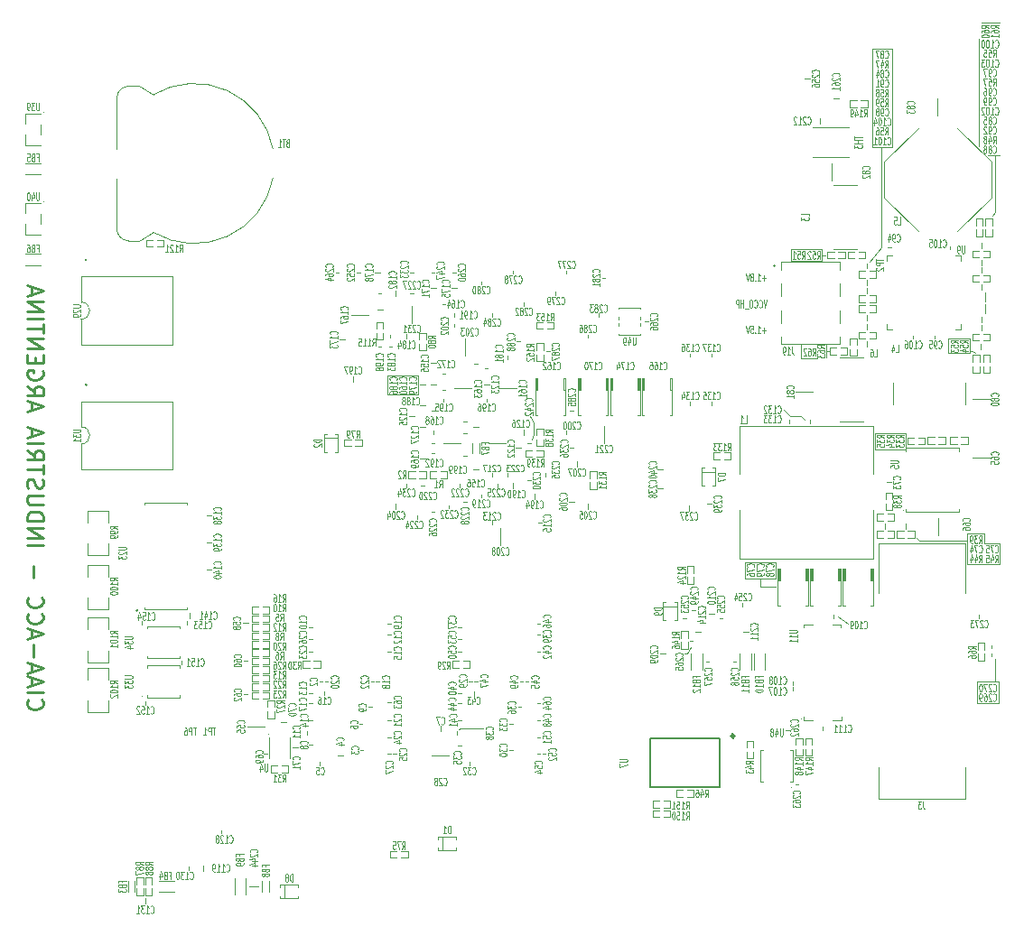
<source format=gbr>
G04 #@! TF.FileFunction,Legend,Bot*
%FSLAX46Y46*%
G04 Gerber Fmt 4.6, Leading zero omitted, Abs format (unit mm)*
G04 Created by KiCad (PCBNEW (2016-08-02 BZR 7002)-product) date Mon Oct 17 13:50:08 2016*
%MOMM*%
%LPD*%
G01*
G04 APERTURE LIST*
%ADD10C,0.101600*%
%ADD11C,0.254000*%
%ADD12C,0.114300*%
%ADD13C,0.300000*%
%ADD14C,0.127000*%
G04 APERTURE END LIST*
D10*
D11*
X34755714Y-98168571D02*
X34683142Y-98241142D01*
X34610571Y-98458857D01*
X34610571Y-98604000D01*
X34683142Y-98821714D01*
X34828285Y-98966857D01*
X34973428Y-99039428D01*
X35263714Y-99112000D01*
X35481428Y-99112000D01*
X35771714Y-99039428D01*
X35916857Y-98966857D01*
X36062000Y-98821714D01*
X36134571Y-98604000D01*
X36134571Y-98458857D01*
X36062000Y-98241142D01*
X35989428Y-98168571D01*
X34610571Y-97515428D02*
X36134571Y-97515428D01*
X35046000Y-96862285D02*
X35046000Y-96136571D01*
X34610571Y-97007428D02*
X36134571Y-96499428D01*
X34610571Y-95991428D01*
X35046000Y-95556000D02*
X35046000Y-94830285D01*
X34610571Y-95701142D02*
X36134571Y-95193142D01*
X34610571Y-94685142D01*
X35191142Y-94177142D02*
X35191142Y-93016000D01*
X35046000Y-92362857D02*
X35046000Y-91637142D01*
X34610571Y-92508000D02*
X36134571Y-92000000D01*
X34610571Y-91492000D01*
X34755714Y-90113142D02*
X34683142Y-90185714D01*
X34610571Y-90403428D01*
X34610571Y-90548571D01*
X34683142Y-90766285D01*
X34828285Y-90911428D01*
X34973428Y-90984000D01*
X35263714Y-91056571D01*
X35481428Y-91056571D01*
X35771714Y-90984000D01*
X35916857Y-90911428D01*
X36062000Y-90766285D01*
X36134571Y-90548571D01*
X36134571Y-90403428D01*
X36062000Y-90185714D01*
X35989428Y-90113142D01*
X34755714Y-88589142D02*
X34683142Y-88661714D01*
X34610571Y-88879428D01*
X34610571Y-89024571D01*
X34683142Y-89242285D01*
X34828285Y-89387428D01*
X34973428Y-89460000D01*
X35263714Y-89532571D01*
X35481428Y-89532571D01*
X35771714Y-89460000D01*
X35916857Y-89387428D01*
X36062000Y-89242285D01*
X36134571Y-89024571D01*
X36134571Y-88879428D01*
X36062000Y-88661714D01*
X35989428Y-88589142D01*
X35191142Y-86774857D02*
X35191142Y-85613714D01*
X34610571Y-83726857D02*
X36134571Y-83726857D01*
X34610571Y-83001142D02*
X36134571Y-83001142D01*
X34610571Y-82130285D01*
X36134571Y-82130285D01*
X34610571Y-81404571D02*
X36134571Y-81404571D01*
X36134571Y-81041714D01*
X36062000Y-80824000D01*
X35916857Y-80678857D01*
X35771714Y-80606285D01*
X35481428Y-80533714D01*
X35263714Y-80533714D01*
X34973428Y-80606285D01*
X34828285Y-80678857D01*
X34683142Y-80824000D01*
X34610571Y-81041714D01*
X34610571Y-81404571D01*
X36134571Y-79880571D02*
X34900857Y-79880571D01*
X34755714Y-79808000D01*
X34683142Y-79735428D01*
X34610571Y-79590285D01*
X34610571Y-79300000D01*
X34683142Y-79154857D01*
X34755714Y-79082285D01*
X34900857Y-79009714D01*
X36134571Y-79009714D01*
X34683142Y-78356571D02*
X34610571Y-78138857D01*
X34610571Y-77776000D01*
X34683142Y-77630857D01*
X34755714Y-77558285D01*
X34900857Y-77485714D01*
X35046000Y-77485714D01*
X35191142Y-77558285D01*
X35263714Y-77630857D01*
X35336285Y-77776000D01*
X35408857Y-78066285D01*
X35481428Y-78211428D01*
X35554000Y-78284000D01*
X35699142Y-78356571D01*
X35844285Y-78356571D01*
X35989428Y-78284000D01*
X36062000Y-78211428D01*
X36134571Y-78066285D01*
X36134571Y-77703428D01*
X36062000Y-77485714D01*
X36134571Y-77050285D02*
X36134571Y-76179428D01*
X34610571Y-76614857D02*
X36134571Y-76614857D01*
X34610571Y-74800571D02*
X35336285Y-75308571D01*
X34610571Y-75671428D02*
X36134571Y-75671428D01*
X36134571Y-75090857D01*
X36062000Y-74945714D01*
X35989428Y-74873142D01*
X35844285Y-74800571D01*
X35626571Y-74800571D01*
X35481428Y-74873142D01*
X35408857Y-74945714D01*
X35336285Y-75090857D01*
X35336285Y-75671428D01*
X34610571Y-74147428D02*
X36134571Y-74147428D01*
X35046000Y-73494285D02*
X35046000Y-72768571D01*
X34610571Y-73639428D02*
X36134571Y-73131428D01*
X34610571Y-72623428D01*
X35046000Y-71026857D02*
X35046000Y-70301142D01*
X34610571Y-71172000D02*
X36134571Y-70664000D01*
X34610571Y-70156000D01*
X34610571Y-68777142D02*
X35336285Y-69285142D01*
X34610571Y-69648000D02*
X36134571Y-69648000D01*
X36134571Y-69067428D01*
X36062000Y-68922285D01*
X35989428Y-68849714D01*
X35844285Y-68777142D01*
X35626571Y-68777142D01*
X35481428Y-68849714D01*
X35408857Y-68922285D01*
X35336285Y-69067428D01*
X35336285Y-69648000D01*
X36062000Y-67325714D02*
X36134571Y-67470857D01*
X36134571Y-67688571D01*
X36062000Y-67906285D01*
X35916857Y-68051428D01*
X35771714Y-68124000D01*
X35481428Y-68196571D01*
X35263714Y-68196571D01*
X34973428Y-68124000D01*
X34828285Y-68051428D01*
X34683142Y-67906285D01*
X34610571Y-67688571D01*
X34610571Y-67543428D01*
X34683142Y-67325714D01*
X34755714Y-67253142D01*
X35263714Y-67253142D01*
X35263714Y-67543428D01*
X35408857Y-66600000D02*
X35408857Y-66092000D01*
X34610571Y-65874285D02*
X34610571Y-66600000D01*
X36134571Y-66600000D01*
X36134571Y-65874285D01*
X34610571Y-65221142D02*
X36134571Y-65221142D01*
X34610571Y-64350285D01*
X36134571Y-64350285D01*
X36134571Y-63842285D02*
X36134571Y-62971428D01*
X34610571Y-63406857D02*
X36134571Y-63406857D01*
X34610571Y-62463428D02*
X36134571Y-62463428D01*
X34610571Y-61737714D02*
X36134571Y-61737714D01*
X34610571Y-60866857D01*
X36134571Y-60866857D01*
X35046000Y-60213714D02*
X35046000Y-59488000D01*
X34610571Y-60358857D02*
X36134571Y-59850857D01*
X34610571Y-59342857D01*
D10*
X68400000Y-69600000D02*
X68400000Y-67800000D01*
X71300000Y-69600000D02*
X68400000Y-69600000D01*
X71300000Y-67800000D02*
X71300000Y-69600000D01*
X68400000Y-67800000D02*
X71300000Y-67800000D01*
X82100000Y-73300000D02*
X82000000Y-73800000D01*
X82100000Y-72200000D02*
X82100000Y-73300000D01*
X81800000Y-71600000D02*
X82100000Y-72200000D01*
D12*
X103914400Y-58650800D02*
X103566057Y-58650800D01*
X103740228Y-58921733D02*
X103740228Y-58379866D01*
X103108857Y-58921733D02*
X103370114Y-58921733D01*
X103239485Y-58921733D02*
X103239485Y-58210533D01*
X103283028Y-58312133D01*
X103326571Y-58379866D01*
X103370114Y-58413733D01*
X102912914Y-58854000D02*
X102891142Y-58887866D01*
X102912914Y-58921733D01*
X102934685Y-58887866D01*
X102912914Y-58854000D01*
X102912914Y-58921733D01*
X102629885Y-58515333D02*
X102673428Y-58481466D01*
X102695200Y-58447600D01*
X102716971Y-58379866D01*
X102716971Y-58346000D01*
X102695200Y-58278266D01*
X102673428Y-58244400D01*
X102629885Y-58210533D01*
X102542800Y-58210533D01*
X102499257Y-58244400D01*
X102477485Y-58278266D01*
X102455714Y-58346000D01*
X102455714Y-58379866D01*
X102477485Y-58447600D01*
X102499257Y-58481466D01*
X102542800Y-58515333D01*
X102629885Y-58515333D01*
X102673428Y-58549200D01*
X102695200Y-58583066D01*
X102716971Y-58650800D01*
X102716971Y-58786266D01*
X102695200Y-58854000D01*
X102673428Y-58887866D01*
X102629885Y-58921733D01*
X102542800Y-58921733D01*
X102499257Y-58887866D01*
X102477485Y-58854000D01*
X102455714Y-58786266D01*
X102455714Y-58650800D01*
X102477485Y-58583066D01*
X102499257Y-58549200D01*
X102542800Y-58515333D01*
X102325085Y-58210533D02*
X102172685Y-58921733D01*
X102020285Y-58210533D01*
X103914400Y-63550800D02*
X103566057Y-63550800D01*
X103740228Y-63821733D02*
X103740228Y-63279866D01*
X103108857Y-63821733D02*
X103370114Y-63821733D01*
X103239485Y-63821733D02*
X103239485Y-63110533D01*
X103283028Y-63212133D01*
X103326571Y-63279866D01*
X103370114Y-63313733D01*
X102912914Y-63754000D02*
X102891142Y-63787866D01*
X102912914Y-63821733D01*
X102934685Y-63787866D01*
X102912914Y-63754000D01*
X102912914Y-63821733D01*
X102477485Y-63110533D02*
X102695200Y-63110533D01*
X102716971Y-63449200D01*
X102695200Y-63415333D01*
X102651657Y-63381466D01*
X102542800Y-63381466D01*
X102499257Y-63415333D01*
X102477485Y-63449200D01*
X102455714Y-63516933D01*
X102455714Y-63686266D01*
X102477485Y-63754000D01*
X102499257Y-63787866D01*
X102542800Y-63821733D01*
X102651657Y-63821733D01*
X102695200Y-63787866D01*
X102716971Y-63754000D01*
X102325085Y-63110533D02*
X102172685Y-63821733D01*
X102020285Y-63110533D01*
X103991342Y-60710533D02*
X103838942Y-61421733D01*
X103686542Y-60710533D01*
X103272885Y-61354000D02*
X103294657Y-61387866D01*
X103359971Y-61421733D01*
X103403514Y-61421733D01*
X103468828Y-61387866D01*
X103512371Y-61320133D01*
X103534142Y-61252400D01*
X103555914Y-61116933D01*
X103555914Y-61015333D01*
X103534142Y-60879866D01*
X103512371Y-60812133D01*
X103468828Y-60744400D01*
X103403514Y-60710533D01*
X103359971Y-60710533D01*
X103294657Y-60744400D01*
X103272885Y-60778266D01*
X102815685Y-61354000D02*
X102837457Y-61387866D01*
X102902771Y-61421733D01*
X102946314Y-61421733D01*
X103011628Y-61387866D01*
X103055171Y-61320133D01*
X103076942Y-61252400D01*
X103098714Y-61116933D01*
X103098714Y-61015333D01*
X103076942Y-60879866D01*
X103055171Y-60812133D01*
X103011628Y-60744400D01*
X102946314Y-60710533D01*
X102902771Y-60710533D01*
X102837457Y-60744400D01*
X102815685Y-60778266D01*
X102532657Y-60710533D02*
X102445571Y-60710533D01*
X102402028Y-60744400D01*
X102358485Y-60812133D01*
X102336714Y-60947600D01*
X102336714Y-61184666D01*
X102358485Y-61320133D01*
X102402028Y-61387866D01*
X102445571Y-61421733D01*
X102532657Y-61421733D01*
X102576200Y-61387866D01*
X102619742Y-61320133D01*
X102641514Y-61184666D01*
X102641514Y-60947600D01*
X102619742Y-60812133D01*
X102576200Y-60744400D01*
X102532657Y-60710533D01*
X102249628Y-61489466D02*
X101901285Y-61489466D01*
X101792428Y-61421733D02*
X101792428Y-60710533D01*
X101792428Y-61049200D02*
X101531171Y-61049200D01*
X101531171Y-61421733D02*
X101531171Y-60710533D01*
X101313457Y-61421733D02*
X101313457Y-60710533D01*
X101139285Y-60710533D01*
X101095742Y-60744400D01*
X101073971Y-60778266D01*
X101052200Y-60846000D01*
X101052200Y-60947600D01*
X101073971Y-61015333D01*
X101095742Y-61049200D01*
X101139285Y-61083066D01*
X101313457Y-61083066D01*
D10*
X75300000Y-100900000D02*
X75100000Y-101000000D01*
X77400000Y-100900000D02*
X75300000Y-100900000D01*
X96500000Y-93900000D02*
X96900000Y-93300000D01*
X96300000Y-93900000D02*
X96500000Y-93900000D01*
X125400000Y-96500000D02*
X125400000Y-94400000D01*
X125700000Y-96500000D02*
X123700000Y-96500000D01*
X125700000Y-98500000D02*
X125700000Y-96500000D01*
X123700000Y-98500000D02*
X125700000Y-98500000D01*
X123700000Y-96500000D02*
X123700000Y-98500000D01*
X103400000Y-87600000D02*
X104800000Y-87600000D01*
X103400000Y-86800000D02*
X103400000Y-87600000D01*
X101900000Y-86800000D02*
X101900000Y-85300000D01*
X104800000Y-86800000D02*
X101900000Y-86800000D01*
X104800000Y-85300000D02*
X104800000Y-86800000D01*
X101900000Y-85300000D02*
X104800000Y-85300000D01*
X110700000Y-90400000D02*
X111600000Y-91100000D01*
X118300000Y-83300000D02*
X118000000Y-83000000D01*
X122800000Y-83300000D02*
X118300000Y-83300000D01*
X125800000Y-83500000D02*
X125800000Y-85500000D01*
X124400000Y-83500000D02*
X125800000Y-83500000D01*
X124400000Y-82600000D02*
X124400000Y-83500000D01*
X122800000Y-82600000D02*
X124400000Y-82600000D01*
X122800000Y-85500000D02*
X122800000Y-82600000D01*
X125800000Y-85500000D02*
X122800000Y-85500000D01*
X107200000Y-71600000D02*
X107500000Y-71900000D01*
X106200000Y-71600000D02*
X107200000Y-71600000D01*
X105600000Y-71000000D02*
X106200000Y-71600000D01*
X114700000Y-55800000D02*
X113600000Y-57100000D01*
X114700000Y-46400000D02*
X114700000Y-55800000D01*
X115700000Y-37100000D02*
X113900000Y-37100000D01*
X115700000Y-46400000D02*
X115700000Y-37100000D01*
X113900000Y-46400000D02*
X115700000Y-46400000D01*
X113900000Y-37100000D02*
X113900000Y-46400000D01*
X109600000Y-65500000D02*
X109800000Y-65500000D01*
X109600000Y-64900000D02*
X109600000Y-66100000D01*
X107200000Y-66200000D02*
X108700000Y-66200000D01*
X107200000Y-64900000D02*
X107200000Y-66200000D01*
X109100000Y-56500000D02*
X109500000Y-56500000D01*
X106300000Y-57000000D02*
X106300000Y-55900000D01*
X109100000Y-57000000D02*
X106300000Y-57000000D01*
X109100000Y-55900000D02*
X109100000Y-57000000D01*
X106300000Y-55900000D02*
X109100000Y-55900000D01*
X114100000Y-74700000D02*
X117000000Y-74700000D01*
X114100000Y-73200000D02*
X114100000Y-74700000D01*
X117000000Y-73200000D02*
X117000000Y-74700000D01*
X114100000Y-73200000D02*
X117000000Y-73200000D01*
X123300000Y-65500000D02*
X123500000Y-65700000D01*
X123000000Y-65500000D02*
X123300000Y-65500000D01*
X121000000Y-64300000D02*
X121100000Y-64300000D01*
X121000000Y-65700000D02*
X121000000Y-64300000D01*
X121100000Y-65700000D02*
X121000000Y-65700000D01*
X123000000Y-65700000D02*
X121100000Y-65700000D01*
X123000000Y-64300000D02*
X123000000Y-65700000D01*
X121100000Y-64300000D02*
X123000000Y-64300000D01*
X125400000Y-52500000D02*
X125100000Y-52800000D01*
X125400000Y-47100000D02*
X125400000Y-52500000D01*
X124100000Y-34700000D02*
X125800000Y-34700000D01*
X124700000Y-47100000D02*
X125800000Y-47100000D01*
X123900000Y-36200000D02*
X123900000Y-46300000D01*
X62350000Y-96500000D02*
X62050000Y-96500000D01*
X66150000Y-102900000D02*
X65850000Y-102900000D01*
X62100000Y-104350000D02*
X62100000Y-104050000D01*
X66050000Y-100500000D02*
X65750000Y-100500000D01*
X61050000Y-102400000D02*
X61350000Y-102400000D01*
X66650000Y-98900000D02*
X66950000Y-98900000D01*
X61050000Y-91400000D02*
X61350000Y-91400000D01*
X60900000Y-101150000D02*
X60900000Y-101450000D01*
X68450000Y-92100000D02*
X68750000Y-92100000D01*
X61050000Y-97600000D02*
X61350000Y-97600000D01*
X61350000Y-100100000D02*
X61050000Y-100100000D01*
X68450000Y-93700000D02*
X68750000Y-93700000D01*
X62500000Y-97750000D02*
X62500000Y-97450000D01*
X61050000Y-98500000D02*
X61350000Y-98500000D01*
X67350000Y-96500000D02*
X67650000Y-96500000D01*
X68450000Y-91100000D02*
X68750000Y-91100000D01*
X62550000Y-96500000D02*
X62850000Y-96500000D01*
X68450000Y-100100000D02*
X68750000Y-100100000D01*
X67150000Y-96500000D02*
X66850000Y-96500000D01*
X61050000Y-93700000D02*
X61350000Y-93700000D01*
X68750000Y-101700000D02*
X68450000Y-101700000D01*
X68950000Y-103300000D02*
X69250000Y-103300000D01*
X61050000Y-92500000D02*
X61350000Y-92500000D01*
X68750000Y-103300000D02*
X68450000Y-103300000D01*
X74200000Y-103400000D02*
X72600000Y-103400000D01*
X76350000Y-96500000D02*
X76050000Y-96500000D01*
X80150000Y-102900000D02*
X79850000Y-102900000D01*
X76100000Y-104350000D02*
X76100000Y-104050000D01*
X80150000Y-100500000D02*
X79850000Y-100500000D01*
X75050000Y-102500000D02*
X75350000Y-102500000D01*
X80650000Y-98900000D02*
X80950000Y-98900000D01*
X75050000Y-91400000D02*
X75350000Y-91400000D01*
X74900000Y-101150000D02*
X74900000Y-101450000D01*
X82450000Y-92100000D02*
X82750000Y-92100000D01*
X75050000Y-97600000D02*
X75350000Y-97600000D01*
X75350000Y-100100000D02*
X75050000Y-100100000D01*
X82450000Y-93700000D02*
X82750000Y-93700000D01*
X76500000Y-97750000D02*
X76500000Y-97450000D01*
X75050000Y-98500000D02*
X75350000Y-98500000D01*
X81350000Y-96500000D02*
X81650000Y-96500000D01*
X82450000Y-91100000D02*
X82750000Y-91100000D01*
X76550000Y-96500000D02*
X76850000Y-96500000D01*
X82450000Y-100100000D02*
X82750000Y-100100000D01*
X81150000Y-96500000D02*
X80850000Y-96500000D01*
X75050000Y-93700000D02*
X75350000Y-93700000D01*
X82750000Y-101700000D02*
X82450000Y-101700000D01*
X82950000Y-103300000D02*
X83250000Y-103300000D01*
X75050000Y-92500000D02*
X75350000Y-92500000D01*
X82750000Y-103300000D02*
X82450000Y-103300000D01*
X56900000Y-100700000D02*
X55300000Y-100700000D01*
X55250000Y-94500000D02*
X54950000Y-94500000D01*
X54950000Y-97700000D02*
X55250000Y-97700000D01*
X68750000Y-98400000D02*
X68450000Y-98400000D01*
X82750000Y-98500000D02*
X82450000Y-98500000D01*
X123300000Y-75500000D02*
X124900000Y-75500000D01*
X120100000Y-82800000D02*
X120100000Y-81200000D01*
X57150000Y-103300000D02*
X56850000Y-103300000D01*
X59550000Y-102700000D02*
X60050000Y-102700000D01*
X115193000Y-77800000D02*
X115693000Y-77800000D01*
X115100000Y-81650000D02*
X115100000Y-82150000D01*
X117000000Y-82150000D02*
X117000000Y-81650000D01*
X105026000Y-89380000D02*
X105226000Y-89380000D01*
X107826000Y-89380000D02*
X107626000Y-89380000D01*
X105076000Y-86980000D02*
X105076000Y-85880000D01*
X105176000Y-85880000D02*
X105176000Y-86980000D01*
X105226000Y-85880000D02*
X105026000Y-85880000D01*
X105226000Y-86980000D02*
X105226000Y-85880000D01*
X105026000Y-86980000D02*
X105226000Y-86980000D01*
X107776000Y-86980000D02*
X107776000Y-85880000D01*
X107676000Y-85880000D02*
X107676000Y-86980000D01*
X107626000Y-86980000D02*
X107626000Y-85880000D01*
X107826000Y-86980000D02*
X107626000Y-86980000D01*
X107826000Y-85880000D02*
X107626000Y-85880000D01*
X105026000Y-89380000D02*
X105026000Y-85880000D01*
X107826000Y-89380000D02*
X107826000Y-85880000D01*
X111122000Y-89380000D02*
X111322000Y-89380000D01*
X113922000Y-89380000D02*
X113722000Y-89380000D01*
X111172000Y-86980000D02*
X111172000Y-85880000D01*
X111272000Y-85880000D02*
X111272000Y-86980000D01*
X111322000Y-85880000D02*
X111122000Y-85880000D01*
X111322000Y-86980000D02*
X111322000Y-85880000D01*
X111122000Y-86980000D02*
X111322000Y-86980000D01*
X113872000Y-86980000D02*
X113872000Y-85880000D01*
X113772000Y-85880000D02*
X113772000Y-86980000D01*
X113722000Y-86980000D02*
X113722000Y-85880000D01*
X113922000Y-86980000D02*
X113722000Y-86980000D01*
X113922000Y-85880000D02*
X113722000Y-85880000D01*
X111122000Y-89380000D02*
X111122000Y-85880000D01*
X113922000Y-89380000D02*
X113922000Y-85880000D01*
X108074000Y-89380000D02*
X108274000Y-89380000D01*
X110874000Y-89380000D02*
X110674000Y-89380000D01*
X108124000Y-86980000D02*
X108124000Y-85880000D01*
X108224000Y-85880000D02*
X108224000Y-86980000D01*
X108274000Y-85880000D02*
X108074000Y-85880000D01*
X108274000Y-86980000D02*
X108274000Y-85880000D01*
X108074000Y-86980000D02*
X108274000Y-86980000D01*
X110824000Y-86980000D02*
X110824000Y-85880000D01*
X110724000Y-85880000D02*
X110724000Y-86980000D01*
X110674000Y-86980000D02*
X110674000Y-85880000D01*
X110874000Y-86980000D02*
X110674000Y-86980000D01*
X110874000Y-85880000D02*
X110674000Y-85880000D01*
X108074000Y-89380000D02*
X108074000Y-85880000D01*
X110874000Y-89380000D02*
X110874000Y-85880000D01*
X124900000Y-70000000D02*
X123300000Y-70000000D01*
X108300000Y-69300000D02*
X106700000Y-69300000D01*
X110100000Y-47900000D02*
X110100000Y-49500000D01*
X120000000Y-43400000D02*
X120000000Y-41800000D01*
X113400000Y-58850000D02*
X113400000Y-59350000D01*
X124100000Y-62250000D02*
X124100000Y-62750000D01*
X113400000Y-57750000D02*
X113400000Y-57250000D01*
X124079000Y-64850000D02*
X124079000Y-65350000D01*
X113400000Y-60050000D02*
X113400000Y-59550000D01*
X124100000Y-63050000D02*
X124100000Y-63550000D01*
X115650000Y-55800000D02*
X115350000Y-55800000D01*
X119700000Y-64050000D02*
X119700000Y-64350000D01*
X124100000Y-57650000D02*
X124100000Y-58150000D01*
X113400000Y-62650000D02*
X113400000Y-62150000D01*
X124500000Y-59975000D02*
X124500000Y-60825000D01*
X124100000Y-55350000D02*
X124100000Y-55850000D01*
X113400000Y-64550000D02*
X113400000Y-65050000D01*
X124500000Y-61075000D02*
X124500000Y-61925000D01*
X124100000Y-56950000D02*
X124100000Y-57450000D01*
X113400000Y-62950000D02*
X113400000Y-63450000D01*
X121200000Y-55650000D02*
X121200000Y-55950000D01*
X117700000Y-64350000D02*
X117700000Y-64050000D01*
X106426000Y-97305000D02*
X106426000Y-97005000D01*
X106426000Y-96797000D02*
X106426000Y-96497000D01*
X110200000Y-90250000D02*
X110200000Y-90550000D01*
X109200000Y-101050000D02*
X109200000Y-100750000D01*
X51100000Y-113750000D02*
X51100000Y-114250000D01*
X45700000Y-116850000D02*
X45700000Y-117350000D01*
X108000000Y-71950000D02*
X108000000Y-72250000D01*
X106109757Y-72250000D02*
X106109757Y-71950000D01*
X96800000Y-70250000D02*
X96800000Y-70550000D01*
X98800000Y-70550000D02*
X98800000Y-70250000D01*
X96800000Y-65750000D02*
X96800000Y-66050000D01*
X98800000Y-66050000D02*
X98800000Y-65750000D01*
X51439000Y-80899000D02*
X51939000Y-80899000D01*
X51439000Y-83439000D02*
X51939000Y-83439000D01*
X51439000Y-85979000D02*
X51939000Y-85979000D01*
X49900000Y-90550000D02*
X49900000Y-90050000D01*
X49100000Y-94850000D02*
X49100000Y-94550000D01*
X45700000Y-98650000D02*
X45700000Y-98350000D01*
X49600000Y-90850000D02*
X49600000Y-91150000D01*
X45400000Y-91150000D02*
X45400000Y-90850000D01*
X80500000Y-69000000D02*
X78900000Y-69000000D01*
X82300000Y-71550000D02*
X82500000Y-71550000D01*
X85100000Y-71550000D02*
X84900000Y-71550000D01*
X82350000Y-69150000D02*
X82350000Y-68050000D01*
X82450000Y-68050000D02*
X82450000Y-69150000D01*
X82500000Y-68050000D02*
X82300000Y-68050000D01*
X82500000Y-69150000D02*
X82500000Y-68050000D01*
X82300000Y-69150000D02*
X82500000Y-69150000D01*
X85050000Y-69150000D02*
X85050000Y-68050000D01*
X84950000Y-68050000D02*
X84950000Y-69150000D01*
X84900000Y-69150000D02*
X84900000Y-68050000D01*
X85100000Y-69150000D02*
X84900000Y-69150000D01*
X85100000Y-68050000D02*
X84900000Y-68050000D01*
X82300000Y-71550000D02*
X82300000Y-68050000D01*
X85100000Y-71550000D02*
X85100000Y-68050000D01*
X76300000Y-69000000D02*
X74700000Y-69000000D01*
X92300000Y-71550000D02*
X92500000Y-71550000D01*
X95100000Y-71550000D02*
X94900000Y-71550000D01*
X92350000Y-69150000D02*
X92350000Y-68050000D01*
X92450000Y-68050000D02*
X92450000Y-69150000D01*
X92500000Y-68050000D02*
X92300000Y-68050000D01*
X92500000Y-69150000D02*
X92500000Y-68050000D01*
X92300000Y-69150000D02*
X92500000Y-69150000D01*
X95050000Y-69150000D02*
X95050000Y-68050000D01*
X94950000Y-68050000D02*
X94950000Y-69150000D01*
X94900000Y-69150000D02*
X94900000Y-68050000D01*
X95100000Y-69150000D02*
X94900000Y-69150000D01*
X95100000Y-68050000D02*
X94900000Y-68050000D01*
X92300000Y-71550000D02*
X92300000Y-68050000D01*
X95100000Y-71550000D02*
X95100000Y-68050000D01*
X65000000Y-62100000D02*
X66600000Y-62100000D01*
X86300000Y-71550000D02*
X86500000Y-71550000D01*
X89100000Y-71550000D02*
X88900000Y-71550000D01*
X86350000Y-69150000D02*
X86350000Y-68050000D01*
X86450000Y-68050000D02*
X86450000Y-69150000D01*
X86500000Y-68050000D02*
X86300000Y-68050000D01*
X86500000Y-69150000D02*
X86500000Y-68050000D01*
X86300000Y-69150000D02*
X86500000Y-69150000D01*
X89050000Y-69150000D02*
X89050000Y-68050000D01*
X88950000Y-68050000D02*
X88950000Y-69150000D01*
X88900000Y-69150000D02*
X88900000Y-68050000D01*
X89100000Y-69150000D02*
X88900000Y-69150000D01*
X89100000Y-68050000D02*
X88900000Y-68050000D01*
X86300000Y-71550000D02*
X86300000Y-68050000D01*
X89100000Y-71550000D02*
X89100000Y-68050000D01*
X89300000Y-71550000D02*
X89500000Y-71550000D01*
X92100000Y-71550000D02*
X91900000Y-71550000D01*
X89350000Y-69150000D02*
X89350000Y-68050000D01*
X89450000Y-68050000D02*
X89450000Y-69150000D01*
X89500000Y-68050000D02*
X89300000Y-68050000D01*
X89500000Y-69150000D02*
X89500000Y-68050000D01*
X89300000Y-69150000D02*
X89500000Y-69150000D01*
X92050000Y-69150000D02*
X92050000Y-68050000D01*
X91950000Y-68050000D02*
X91950000Y-69150000D01*
X91900000Y-69150000D02*
X91900000Y-68050000D01*
X92100000Y-69150000D02*
X91900000Y-69150000D01*
X92100000Y-68050000D02*
X91900000Y-68050000D01*
X89300000Y-71550000D02*
X89300000Y-68050000D01*
X92100000Y-71550000D02*
X92100000Y-68050000D01*
X77900000Y-74100000D02*
X79500000Y-74100000D01*
X73700000Y-74100000D02*
X75300000Y-74100000D01*
X75700000Y-65900000D02*
X75700000Y-64300000D01*
X79000000Y-82100000D02*
X79000000Y-83700000D01*
X88700000Y-74100000D02*
X88700000Y-72500000D01*
X79700000Y-76950000D02*
X79700000Y-77250000D01*
X78700000Y-78250000D02*
X78700000Y-77950000D01*
X70700000Y-62900000D02*
X70700000Y-61300000D01*
X96700000Y-80450000D02*
X96700000Y-79950000D01*
X94250000Y-78400000D02*
X93750000Y-78400000D01*
X98350000Y-79800000D02*
X98850000Y-79800000D01*
X93750000Y-76600000D02*
X94250000Y-76600000D01*
X81850000Y-74100000D02*
X81550000Y-74100000D01*
X56325000Y-115700000D02*
X55475000Y-115700000D01*
X96950000Y-89800000D02*
X97250000Y-89800000D01*
X96416000Y-90551000D02*
X96116000Y-90551000D01*
X101727000Y-89131000D02*
X101727000Y-89431000D01*
X99550000Y-90600000D02*
X99850000Y-90600000D01*
X108050000Y-39900000D02*
X107550000Y-39900000D01*
X98575000Y-94615000D02*
X98275000Y-94615000D01*
X101115000Y-94615000D02*
X100815000Y-94615000D01*
X110250000Y-41800000D02*
X110750000Y-41800000D01*
X106050000Y-101100000D02*
X105750000Y-101100000D01*
X106950000Y-106100000D02*
X106650000Y-106100000D01*
X97050000Y-92700000D02*
X96750000Y-92700000D01*
X74850000Y-112350000D02*
X74850000Y-112100000D01*
X74850000Y-111050000D02*
X74850000Y-111300000D01*
X73150000Y-112350000D02*
X73150000Y-112100000D01*
X73150000Y-111050000D02*
X73150000Y-111300000D01*
X73550000Y-111050000D02*
X73550000Y-112350000D01*
X73150000Y-112350000D02*
X74850000Y-112350000D01*
X74850000Y-111050000D02*
X73150000Y-111050000D01*
X62450000Y-74950000D02*
X62700000Y-74950000D01*
X63750000Y-74950000D02*
X63500000Y-74950000D01*
X62450000Y-73250000D02*
X62700000Y-73250000D01*
X63750000Y-73250000D02*
X63500000Y-73250000D01*
X63750000Y-73650000D02*
X62450000Y-73650000D01*
X62450000Y-73250000D02*
X62450000Y-74950000D01*
X63750000Y-74950000D02*
X63750000Y-73250000D01*
X97850000Y-78150000D02*
X98100000Y-78150000D01*
X99150000Y-78150000D02*
X98900000Y-78150000D01*
X97850000Y-76450000D02*
X98100000Y-76450000D01*
X99150000Y-76450000D02*
X98900000Y-76450000D01*
X99150000Y-76850000D02*
X97850000Y-76850000D01*
X97850000Y-76450000D02*
X97850000Y-78150000D01*
X99150000Y-78150000D02*
X99150000Y-76450000D01*
X60050000Y-116850000D02*
X60050000Y-116600000D01*
X60050000Y-115550000D02*
X60050000Y-115800000D01*
X58350000Y-116850000D02*
X58350000Y-116600000D01*
X58350000Y-115550000D02*
X58350000Y-115800000D01*
X58750000Y-115550000D02*
X58750000Y-116850000D01*
X58350000Y-116850000D02*
X60050000Y-116850000D01*
X60050000Y-115550000D02*
X58350000Y-115550000D01*
X94250000Y-90750000D02*
X94500000Y-90750000D01*
X95550000Y-90750000D02*
X95300000Y-90750000D01*
X94250000Y-89050000D02*
X94500000Y-89050000D01*
X95550000Y-89050000D02*
X95300000Y-89050000D01*
X95550000Y-89450000D02*
X94250000Y-89450000D01*
X94250000Y-89050000D02*
X94250000Y-90750000D01*
X95550000Y-90750000D02*
X95550000Y-89050000D01*
X48450000Y-115180000D02*
X46950000Y-115180000D01*
X48450000Y-116220000D02*
X46950000Y-116220000D01*
X34429000Y-48907000D02*
X35929000Y-48907000D01*
X34429000Y-47867000D02*
X35929000Y-47867000D01*
X34429000Y-57416000D02*
X35929000Y-57416000D01*
X34429000Y-56376000D02*
X35929000Y-56376000D01*
X55120000Y-116450000D02*
X55120000Y-114950000D01*
X54080000Y-116450000D02*
X54080000Y-114950000D01*
X103820000Y-95350000D02*
X103820000Y-93850000D01*
X102780000Y-95350000D02*
X102780000Y-93850000D01*
X102501000Y-95365000D02*
X102501000Y-93865000D01*
X101461000Y-95365000D02*
X101461000Y-93865000D01*
X96889000Y-93865000D02*
X96889000Y-95365000D01*
X97929000Y-93865000D02*
X97929000Y-95365000D01*
X114456000Y-107531500D02*
X114456000Y-104555500D01*
X122584000Y-107531500D02*
X114456000Y-107531500D01*
X122584000Y-104555500D02*
X122584000Y-107531500D01*
X122584000Y-83515800D02*
X122584000Y-88155500D01*
X114456000Y-83515800D02*
X122584000Y-83515800D01*
X114456000Y-88155500D02*
X114456000Y-83515800D01*
X113946000Y-84990000D02*
X113946000Y-80440000D01*
X101446000Y-84990000D02*
X113946000Y-84990000D01*
X101446000Y-84990000D02*
X101446000Y-80440000D01*
X101446000Y-72490000D02*
X101446000Y-77040000D01*
X113946000Y-72490000D02*
X101446000Y-72490000D01*
X113946000Y-72490000D02*
X113946000Y-77040000D01*
X110200000Y-55900000D02*
X112400000Y-55900000D01*
X112400000Y-49900000D02*
X110200000Y-49900000D01*
X122600000Y-70500000D02*
X122600000Y-68500000D01*
X115800000Y-68500000D02*
X115800000Y-70500000D01*
X115015000Y-51103000D02*
X118165000Y-54253000D01*
X115015000Y-47703000D02*
X118165000Y-44553000D01*
X125015000Y-47703000D02*
X121865000Y-44553000D01*
X125015000Y-51103000D02*
X121865000Y-54253000D01*
X115015000Y-51103000D02*
X115015000Y-47703000D01*
X125015000Y-51103000D02*
X125015000Y-47703000D01*
X110800000Y-72100000D02*
X113000000Y-72100000D01*
X113000000Y-66100000D02*
X110800000Y-66100000D01*
X74020000Y-76780000D02*
X73400000Y-76780000D01*
X74020000Y-77420000D02*
X74020000Y-76780000D01*
X73400000Y-77420000D02*
X74020000Y-77420000D01*
X72380000Y-76780000D02*
X73000000Y-76780000D01*
X72380000Y-77420000D02*
X72380000Y-76780000D01*
X73000000Y-77420000D02*
X72380000Y-77420000D01*
X72020000Y-76780000D02*
X71400000Y-76780000D01*
X72020000Y-77420000D02*
X72020000Y-76780000D01*
X71400000Y-77420000D02*
X72020000Y-77420000D01*
X70380000Y-76780000D02*
X71000000Y-76780000D01*
X70380000Y-77420000D02*
X70380000Y-76780000D01*
X71000000Y-77420000D02*
X70380000Y-77420000D01*
X57320000Y-91080000D02*
X56700000Y-91080000D01*
X57320000Y-91720000D02*
X57320000Y-91080000D01*
X56700000Y-91720000D02*
X57320000Y-91720000D01*
X55680000Y-91080000D02*
X56300000Y-91080000D01*
X55680000Y-91720000D02*
X55680000Y-91080000D01*
X56300000Y-91720000D02*
X55680000Y-91720000D01*
X57320000Y-94280000D02*
X56700000Y-94280000D01*
X57320000Y-94920000D02*
X57320000Y-94280000D01*
X56700000Y-94920000D02*
X57320000Y-94920000D01*
X55680000Y-94280000D02*
X56300000Y-94280000D01*
X55680000Y-94920000D02*
X55680000Y-94280000D01*
X56300000Y-94920000D02*
X55680000Y-94920000D01*
X57320000Y-92680000D02*
X56700000Y-92680000D01*
X57320000Y-93320000D02*
X57320000Y-92680000D01*
X56700000Y-93320000D02*
X57320000Y-93320000D01*
X55680000Y-92680000D02*
X56300000Y-92680000D01*
X55680000Y-93320000D02*
X55680000Y-92680000D01*
X56300000Y-93320000D02*
X55680000Y-93320000D01*
X57320000Y-90280000D02*
X56700000Y-90280000D01*
X57320000Y-90920000D02*
X57320000Y-90280000D01*
X56700000Y-90920000D02*
X57320000Y-90920000D01*
X55680000Y-90280000D02*
X56300000Y-90280000D01*
X55680000Y-90920000D02*
X55680000Y-90280000D01*
X56300000Y-90920000D02*
X55680000Y-90920000D01*
X57320000Y-91880000D02*
X56700000Y-91880000D01*
X57320000Y-92520000D02*
X57320000Y-91880000D01*
X56700000Y-92520000D02*
X57320000Y-92520000D01*
X55680000Y-91880000D02*
X56300000Y-91880000D01*
X55680000Y-92520000D02*
X55680000Y-91880000D01*
X56300000Y-92520000D02*
X55680000Y-92520000D01*
X57320000Y-95880000D02*
X56700000Y-95880000D01*
X57320000Y-96520000D02*
X57320000Y-95880000D01*
X56700000Y-96520000D02*
X57320000Y-96520000D01*
X55680000Y-95880000D02*
X56300000Y-95880000D01*
X55680000Y-96520000D02*
X55680000Y-95880000D01*
X56300000Y-96520000D02*
X55680000Y-96520000D01*
X57320000Y-89480000D02*
X56700000Y-89480000D01*
X57320000Y-90120000D02*
X57320000Y-89480000D01*
X56700000Y-90120000D02*
X57320000Y-90120000D01*
X55680000Y-89480000D02*
X56300000Y-89480000D01*
X55680000Y-90120000D02*
X55680000Y-89480000D01*
X56300000Y-90120000D02*
X55680000Y-90120000D01*
X57320000Y-93480000D02*
X56700000Y-93480000D01*
X57320000Y-94120000D02*
X57320000Y-93480000D01*
X56700000Y-94120000D02*
X57320000Y-94120000D01*
X55680000Y-93480000D02*
X56300000Y-93480000D01*
X55680000Y-94120000D02*
X55680000Y-93480000D01*
X56300000Y-94120000D02*
X55680000Y-94120000D01*
X57320000Y-96680000D02*
X56700000Y-96680000D01*
X57320000Y-97320000D02*
X57320000Y-96680000D01*
X56700000Y-97320000D02*
X57320000Y-97320000D01*
X55680000Y-96680000D02*
X56300000Y-96680000D01*
X55680000Y-97320000D02*
X55680000Y-96680000D01*
X56300000Y-97320000D02*
X55680000Y-97320000D01*
X57320000Y-97480000D02*
X56700000Y-97480000D01*
X57320000Y-98120000D02*
X57320000Y-97480000D01*
X56700000Y-98120000D02*
X57320000Y-98120000D01*
X55680000Y-97480000D02*
X56300000Y-97480000D01*
X55680000Y-98120000D02*
X55680000Y-97480000D01*
X56300000Y-98120000D02*
X55680000Y-98120000D01*
X57320000Y-95080000D02*
X56700000Y-95080000D01*
X57320000Y-95720000D02*
X57320000Y-95080000D01*
X56700000Y-95720000D02*
X57320000Y-95720000D01*
X55680000Y-95080000D02*
X56300000Y-95080000D01*
X55680000Y-95720000D02*
X55680000Y-95080000D01*
X56300000Y-95720000D02*
X55680000Y-95720000D01*
X57820000Y-99920000D02*
X57820000Y-99300000D01*
X57180000Y-99920000D02*
X57820000Y-99920000D01*
X57180000Y-99300000D02*
X57180000Y-99920000D01*
X57820000Y-98280000D02*
X57820000Y-98900000D01*
X57180000Y-98280000D02*
X57820000Y-98280000D01*
X57180000Y-98900000D02*
X57180000Y-98280000D01*
X74480000Y-95220000D02*
X75100000Y-95220000D01*
X74480000Y-94580000D02*
X74480000Y-95220000D01*
X75100000Y-94580000D02*
X74480000Y-94580000D01*
X76120000Y-95220000D02*
X75500000Y-95220000D01*
X76120000Y-94580000D02*
X76120000Y-95220000D01*
X75500000Y-94580000D02*
X76120000Y-94580000D01*
X60480000Y-95220000D02*
X61100000Y-95220000D01*
X60480000Y-94580000D02*
X60480000Y-95220000D01*
X61100000Y-94580000D02*
X60480000Y-94580000D01*
X62120000Y-95220000D02*
X61500000Y-95220000D01*
X62120000Y-94580000D02*
X62120000Y-95220000D01*
X61500000Y-94580000D02*
X62120000Y-94580000D01*
X57480000Y-105020000D02*
X58100000Y-105020000D01*
X57480000Y-104380000D02*
X57480000Y-105020000D01*
X58100000Y-104380000D02*
X57480000Y-104380000D01*
X59120000Y-105020000D02*
X58500000Y-105020000D01*
X59120000Y-104380000D02*
X59120000Y-105020000D01*
X58500000Y-104380000D02*
X59120000Y-104380000D01*
X121180000Y-74220000D02*
X121800000Y-74220000D01*
X121180000Y-73580000D02*
X121180000Y-74220000D01*
X121800000Y-73580000D02*
X121180000Y-73580000D01*
X122820000Y-74220000D02*
X122200000Y-74220000D01*
X122820000Y-73580000D02*
X122820000Y-74220000D01*
X122200000Y-73580000D02*
X122820000Y-73580000D01*
X120720000Y-73580000D02*
X120100000Y-73580000D01*
X120720000Y-74220000D02*
X120720000Y-73580000D01*
X120100000Y-74220000D02*
X120720000Y-74220000D01*
X119080000Y-73580000D02*
X119700000Y-73580000D01*
X119080000Y-74220000D02*
X119080000Y-73580000D01*
X119700000Y-74220000D02*
X119080000Y-74220000D01*
X117163000Y-74234000D02*
X117783000Y-74234000D01*
X117163000Y-73594000D02*
X117163000Y-74234000D01*
X117783000Y-73594000D02*
X117163000Y-73594000D01*
X118803000Y-74234000D02*
X118183000Y-74234000D01*
X118803000Y-73594000D02*
X118803000Y-74234000D01*
X118183000Y-73594000D02*
X118803000Y-73594000D01*
X115123000Y-78780000D02*
X115123000Y-79400000D01*
X115763000Y-78780000D02*
X115123000Y-78780000D01*
X115763000Y-79400000D02*
X115763000Y-78780000D01*
X115123000Y-80420000D02*
X115123000Y-79800000D01*
X115763000Y-80420000D02*
X115123000Y-80420000D01*
X115763000Y-79800000D02*
X115763000Y-80420000D01*
X115920000Y-80780000D02*
X115300000Y-80780000D01*
X115920000Y-81420000D02*
X115920000Y-80780000D01*
X115300000Y-81420000D02*
X115920000Y-81420000D01*
X114280000Y-80780000D02*
X114900000Y-80780000D01*
X114280000Y-81420000D02*
X114280000Y-80780000D01*
X114900000Y-81420000D02*
X114280000Y-81420000D01*
X102720000Y-103720000D02*
X102720000Y-103100000D01*
X102080000Y-103720000D02*
X102720000Y-103720000D01*
X102080000Y-103100000D02*
X102080000Y-103720000D01*
X102720000Y-102080000D02*
X102720000Y-102700000D01*
X102080000Y-102080000D02*
X102720000Y-102080000D01*
X102080000Y-102700000D02*
X102080000Y-102080000D01*
X114280000Y-83020000D02*
X114900000Y-83020000D01*
X114280000Y-82380000D02*
X114280000Y-83020000D01*
X114900000Y-82380000D02*
X114280000Y-82380000D01*
X115920000Y-83020000D02*
X115300000Y-83020000D01*
X115920000Y-82380000D02*
X115920000Y-83020000D01*
X115300000Y-82380000D02*
X115920000Y-82380000D01*
X116180000Y-83020000D02*
X116800000Y-83020000D01*
X116180000Y-82380000D02*
X116180000Y-83020000D01*
X116800000Y-82380000D02*
X116180000Y-82380000D01*
X117820000Y-83020000D02*
X117200000Y-83020000D01*
X117820000Y-82380000D02*
X117820000Y-83020000D01*
X117200000Y-82380000D02*
X117820000Y-82380000D01*
X97120000Y-106680000D02*
X96500000Y-106680000D01*
X97120000Y-107320000D02*
X97120000Y-106680000D01*
X96500000Y-107320000D02*
X97120000Y-107320000D01*
X95480000Y-106680000D02*
X96100000Y-106680000D01*
X95480000Y-107320000D02*
X95480000Y-106680000D01*
X96100000Y-107320000D02*
X95480000Y-107320000D01*
X114220000Y-57973000D02*
X113600000Y-57973000D01*
X114220000Y-58613000D02*
X114220000Y-57973000D01*
X113600000Y-58613000D02*
X114220000Y-58613000D01*
X112580000Y-57973000D02*
X113200000Y-57973000D01*
X112580000Y-58613000D02*
X112580000Y-57973000D01*
X113200000Y-58613000D02*
X112580000Y-58613000D01*
X123280000Y-64520000D02*
X123900000Y-64520000D01*
X123280000Y-63880000D02*
X123280000Y-64520000D01*
X123900000Y-63880000D02*
X123280000Y-63880000D01*
X124920000Y-64520000D02*
X124300000Y-64520000D01*
X124920000Y-63880000D02*
X124920000Y-64520000D01*
X124300000Y-63880000D02*
X124920000Y-63880000D01*
X111320000Y-56180000D02*
X110700000Y-56180000D01*
X111320000Y-56820000D02*
X111320000Y-56180000D01*
X110700000Y-56820000D02*
X111320000Y-56820000D01*
X109680000Y-56180000D02*
X110300000Y-56180000D01*
X109680000Y-56820000D02*
X109680000Y-56180000D01*
X110300000Y-56820000D02*
X109680000Y-56820000D01*
X113220000Y-56180000D02*
X112600000Y-56180000D01*
X113220000Y-56820000D02*
X113220000Y-56180000D01*
X112600000Y-56820000D02*
X113220000Y-56820000D01*
X111580000Y-56180000D02*
X112200000Y-56180000D01*
X111580000Y-56820000D02*
X111580000Y-56180000D01*
X112200000Y-56820000D02*
X111580000Y-56820000D01*
X123280000Y-65880000D02*
X123280000Y-66500000D01*
X123920000Y-65880000D02*
X123280000Y-65880000D01*
X123920000Y-66500000D02*
X123920000Y-65880000D01*
X123280000Y-67520000D02*
X123280000Y-66900000D01*
X123920000Y-67520000D02*
X123280000Y-67520000D01*
X123920000Y-66900000D02*
X123920000Y-67520000D01*
X124920000Y-67520000D02*
X124920000Y-66900000D01*
X124280000Y-67520000D02*
X124920000Y-67520000D01*
X124280000Y-66900000D02*
X124280000Y-67520000D01*
X124920000Y-65880000D02*
X124920000Y-66500000D01*
X124280000Y-65880000D02*
X124920000Y-65880000D01*
X124280000Y-66500000D02*
X124280000Y-65880000D01*
X123280000Y-56720000D02*
X123900000Y-56720000D01*
X123280000Y-56080000D02*
X123280000Y-56720000D01*
X123900000Y-56080000D02*
X123280000Y-56080000D01*
X124920000Y-56720000D02*
X124300000Y-56720000D01*
X124920000Y-56080000D02*
X124920000Y-56720000D01*
X124300000Y-56080000D02*
X124920000Y-56080000D01*
X114220000Y-63680000D02*
X113600000Y-63680000D01*
X114220000Y-64320000D02*
X114220000Y-63680000D01*
X113600000Y-64320000D02*
X114220000Y-64320000D01*
X112580000Y-63680000D02*
X113200000Y-63680000D01*
X112580000Y-64320000D02*
X112580000Y-63680000D01*
X113200000Y-64320000D02*
X112580000Y-64320000D01*
X124920000Y-58380000D02*
X124300000Y-58380000D01*
X124920000Y-59020000D02*
X124920000Y-58380000D01*
X124300000Y-59020000D02*
X124920000Y-59020000D01*
X123280000Y-58380000D02*
X123900000Y-58380000D01*
X123280000Y-59020000D02*
X123280000Y-58380000D01*
X123900000Y-59020000D02*
X123280000Y-59020000D01*
X112580000Y-60920000D02*
X113200000Y-60920000D01*
X112580000Y-60280000D02*
X112580000Y-60920000D01*
X113200000Y-60280000D02*
X112580000Y-60280000D01*
X114220000Y-60920000D02*
X113600000Y-60920000D01*
X114220000Y-60280000D02*
X114220000Y-60920000D01*
X113600000Y-60280000D02*
X114220000Y-60280000D01*
X114220000Y-61180000D02*
X113600000Y-61180000D01*
X114220000Y-61820000D02*
X114220000Y-61180000D01*
X113600000Y-61820000D02*
X114220000Y-61820000D01*
X112580000Y-61180000D02*
X113200000Y-61180000D01*
X112580000Y-61820000D02*
X112580000Y-61180000D01*
X113200000Y-61820000D02*
X112580000Y-61820000D01*
X124220000Y-54720000D02*
X124220000Y-54100000D01*
X123580000Y-54720000D02*
X124220000Y-54720000D01*
X123580000Y-54100000D02*
X123580000Y-54720000D01*
X124220000Y-53080000D02*
X124220000Y-53700000D01*
X123580000Y-53080000D02*
X124220000Y-53080000D01*
X123580000Y-53700000D02*
X123580000Y-53080000D01*
X124480000Y-53080000D02*
X124480000Y-53700000D01*
X125120000Y-53080000D02*
X124480000Y-53080000D01*
X125120000Y-53700000D02*
X125120000Y-53080000D01*
X124480000Y-54720000D02*
X124480000Y-54100000D01*
X125120000Y-54720000D02*
X124480000Y-54720000D01*
X125120000Y-54100000D02*
X125120000Y-54720000D01*
X111520000Y-65180000D02*
X110900000Y-65180000D01*
X111520000Y-65820000D02*
X111520000Y-65180000D01*
X110900000Y-65820000D02*
X111520000Y-65820000D01*
X109880000Y-65180000D02*
X110500000Y-65180000D01*
X109880000Y-65820000D02*
X109880000Y-65180000D01*
X110500000Y-65820000D02*
X109880000Y-65820000D01*
X112420000Y-65920000D02*
X112420000Y-65300000D01*
X111780000Y-65920000D02*
X112420000Y-65920000D01*
X111780000Y-65300000D02*
X111780000Y-65920000D01*
X112420000Y-64280000D02*
X112420000Y-64900000D01*
X111780000Y-64280000D02*
X112420000Y-64280000D01*
X111780000Y-64900000D02*
X111780000Y-64280000D01*
X124399000Y-94520000D02*
X124399000Y-93900000D01*
X123759000Y-94520000D02*
X124399000Y-94520000D01*
X123759000Y-93900000D02*
X123759000Y-94520000D01*
X124399000Y-92880000D02*
X124399000Y-93500000D01*
X123759000Y-92880000D02*
X124399000Y-92880000D01*
X123759000Y-93500000D02*
X123759000Y-92880000D01*
X68680000Y-113020000D02*
X69300000Y-113020000D01*
X68680000Y-112380000D02*
X68680000Y-113020000D01*
X69300000Y-112380000D02*
X68680000Y-112380000D01*
X70320000Y-113020000D02*
X69700000Y-113020000D01*
X70320000Y-112380000D02*
X70320000Y-113020000D01*
X69700000Y-112380000D02*
X70320000Y-112380000D01*
X64380000Y-74420000D02*
X65000000Y-74420000D01*
X64380000Y-73780000D02*
X64380000Y-74420000D01*
X65000000Y-73780000D02*
X64380000Y-73780000D01*
X66020000Y-74420000D02*
X65400000Y-74420000D01*
X66020000Y-73780000D02*
X66020000Y-74420000D01*
X65400000Y-73780000D02*
X66020000Y-73780000D01*
X71380000Y-63780000D02*
X71380000Y-64400000D01*
X72020000Y-63780000D02*
X71380000Y-63780000D01*
X72020000Y-64400000D02*
X72020000Y-63780000D01*
X71380000Y-65420000D02*
X71380000Y-64800000D01*
X72020000Y-65420000D02*
X71380000Y-65420000D01*
X72020000Y-64800000D02*
X72020000Y-65420000D01*
X45520000Y-116520000D02*
X45520000Y-115900000D01*
X44880000Y-116520000D02*
X45520000Y-116520000D01*
X44880000Y-115900000D02*
X44880000Y-116520000D01*
X45520000Y-114880000D02*
X45520000Y-115500000D01*
X44880000Y-114880000D02*
X45520000Y-114880000D01*
X44880000Y-115500000D02*
X44880000Y-114880000D01*
X45680000Y-114880000D02*
X45680000Y-115500000D01*
X46320000Y-114880000D02*
X45680000Y-114880000D01*
X46320000Y-115500000D02*
X46320000Y-114880000D01*
X45680000Y-116520000D02*
X45680000Y-115900000D01*
X46320000Y-116520000D02*
X45680000Y-116520000D01*
X46320000Y-115900000D02*
X46320000Y-116520000D01*
X40275000Y-80450000D02*
X40275000Y-81550000D01*
X42275000Y-80450000D02*
X40275000Y-80450000D01*
X42275000Y-81550000D02*
X42275000Y-80450000D01*
X40275000Y-83550000D02*
X40275000Y-84650000D01*
X42275000Y-84650000D02*
X40275000Y-84650000D01*
X42275000Y-83550000D02*
X42275000Y-84650000D01*
X40275000Y-85530000D02*
X40275000Y-86630000D01*
X42275000Y-85530000D02*
X40275000Y-85530000D01*
X42275000Y-86630000D02*
X42275000Y-85530000D01*
X40275000Y-88630000D02*
X40275000Y-89730000D01*
X42275000Y-89730000D02*
X40275000Y-89730000D01*
X42275000Y-88630000D02*
X42275000Y-89730000D01*
X40275000Y-90483000D02*
X40275000Y-91583000D01*
X42275000Y-90483000D02*
X40275000Y-90483000D01*
X42275000Y-91583000D02*
X42275000Y-90483000D01*
X40275000Y-93583000D02*
X40275000Y-94683000D01*
X42275000Y-94683000D02*
X40275000Y-94683000D01*
X42275000Y-93583000D02*
X42275000Y-94683000D01*
X40275000Y-95182000D02*
X40275000Y-96282000D01*
X42275000Y-95182000D02*
X40275000Y-95182000D01*
X42275000Y-96282000D02*
X42275000Y-95182000D01*
X40275000Y-98282000D02*
X40275000Y-99382000D01*
X42275000Y-99382000D02*
X40275000Y-99382000D01*
X42275000Y-98282000D02*
X42275000Y-99382000D01*
X68020000Y-64420000D02*
X68020000Y-63800000D01*
X67380000Y-64420000D02*
X68020000Y-64420000D01*
X67380000Y-63800000D02*
X67380000Y-64420000D01*
X68020000Y-62780000D02*
X68020000Y-63400000D01*
X67380000Y-62780000D02*
X68020000Y-62780000D01*
X67380000Y-63400000D02*
X67380000Y-62780000D01*
X45780000Y-55720000D02*
X46400000Y-55720000D01*
X45780000Y-55080000D02*
X45780000Y-55720000D01*
X46400000Y-55080000D02*
X45780000Y-55080000D01*
X47420000Y-55720000D02*
X46800000Y-55720000D01*
X47420000Y-55080000D02*
X47420000Y-55720000D01*
X46800000Y-55080000D02*
X47420000Y-55080000D01*
X97120000Y-87320000D02*
X97120000Y-86700000D01*
X96480000Y-87320000D02*
X97120000Y-87320000D01*
X96480000Y-86700000D02*
X96480000Y-87320000D01*
X97120000Y-85680000D02*
X97120000Y-86300000D01*
X96480000Y-85680000D02*
X97120000Y-85680000D01*
X96480000Y-86300000D02*
X96480000Y-85680000D01*
X87380000Y-76780000D02*
X87380000Y-77400000D01*
X88020000Y-76780000D02*
X87380000Y-76780000D01*
X88020000Y-77400000D02*
X88020000Y-76780000D01*
X87380000Y-78420000D02*
X87380000Y-77800000D01*
X88020000Y-78420000D02*
X87380000Y-78420000D01*
X88020000Y-77800000D02*
X88020000Y-78420000D01*
X98980000Y-75620000D02*
X99600000Y-75620000D01*
X98980000Y-74980000D02*
X98980000Y-75620000D01*
X99600000Y-74980000D02*
X98980000Y-74980000D01*
X100620000Y-75620000D02*
X100000000Y-75620000D01*
X100620000Y-74980000D02*
X100620000Y-75620000D01*
X100000000Y-74980000D02*
X100620000Y-74980000D01*
X83020000Y-74420000D02*
X83020000Y-73800000D01*
X82380000Y-74420000D02*
X83020000Y-74420000D01*
X82380000Y-73800000D02*
X82380000Y-74420000D01*
X83020000Y-72780000D02*
X83020000Y-73400000D01*
X82380000Y-72780000D02*
X83020000Y-72780000D01*
X82380000Y-73400000D02*
X82380000Y-72780000D01*
X83020000Y-74780000D02*
X82400000Y-74780000D01*
X83020000Y-75420000D02*
X83020000Y-74780000D01*
X82400000Y-75420000D02*
X83020000Y-75420000D01*
X81380000Y-74780000D02*
X82000000Y-74780000D01*
X81380000Y-75420000D02*
X81380000Y-74780000D01*
X82000000Y-75420000D02*
X81380000Y-75420000D01*
X96586000Y-93403000D02*
X96586000Y-92783000D01*
X95946000Y-93403000D02*
X96586000Y-93403000D01*
X95946000Y-92783000D02*
X95946000Y-93403000D01*
X96586000Y-91763000D02*
X96586000Y-92383000D01*
X95946000Y-91763000D02*
X96586000Y-91763000D01*
X95946000Y-92383000D02*
X95946000Y-91763000D01*
X107580000Y-101780000D02*
X107580000Y-102400000D01*
X108220000Y-101780000D02*
X107580000Y-101780000D01*
X108220000Y-102400000D02*
X108220000Y-101780000D01*
X107580000Y-103420000D02*
X107580000Y-102800000D01*
X108220000Y-103420000D02*
X107580000Y-103420000D01*
X108220000Y-102800000D02*
X108220000Y-103420000D01*
X106680000Y-101780000D02*
X106680000Y-102400000D01*
X107320000Y-101780000D02*
X106680000Y-101780000D01*
X107320000Y-102400000D02*
X107320000Y-101780000D01*
X106680000Y-103420000D02*
X106680000Y-102800000D01*
X107320000Y-103420000D02*
X106680000Y-103420000D01*
X107320000Y-102800000D02*
X107320000Y-103420000D01*
X113420000Y-41980000D02*
X112800000Y-41980000D01*
X113420000Y-42620000D02*
X113420000Y-41980000D01*
X112800000Y-42620000D02*
X113420000Y-42620000D01*
X111780000Y-41980000D02*
X112400000Y-41980000D01*
X111780000Y-42620000D02*
X111780000Y-41980000D01*
X112400000Y-42620000D02*
X111780000Y-42620000D01*
X93280000Y-109220000D02*
X93900000Y-109220000D01*
X93280000Y-108580000D02*
X93280000Y-109220000D01*
X93900000Y-108580000D02*
X93280000Y-108580000D01*
X94920000Y-109220000D02*
X94300000Y-109220000D01*
X94920000Y-108580000D02*
X94920000Y-109220000D01*
X94300000Y-108580000D02*
X94920000Y-108580000D01*
X93280000Y-108320000D02*
X93900000Y-108320000D01*
X93280000Y-107680000D02*
X93280000Y-108320000D01*
X93900000Y-107680000D02*
X93280000Y-107680000D01*
X94920000Y-108320000D02*
X94300000Y-108320000D01*
X94920000Y-107680000D02*
X94920000Y-108320000D01*
X94300000Y-107680000D02*
X94920000Y-107680000D01*
X82380000Y-64780000D02*
X82380000Y-65400000D01*
X83020000Y-64780000D02*
X82380000Y-64780000D01*
X83020000Y-65400000D02*
X83020000Y-64780000D01*
X82380000Y-66420000D02*
X82380000Y-65800000D01*
X83020000Y-66420000D02*
X82380000Y-66420000D01*
X83020000Y-65800000D02*
X83020000Y-66420000D01*
X82380000Y-63420000D02*
X83000000Y-63420000D01*
X82380000Y-62780000D02*
X82380000Y-63420000D01*
X83000000Y-62780000D02*
X82380000Y-62780000D01*
X84020000Y-63420000D02*
X83400000Y-63420000D01*
X84020000Y-62780000D02*
X84020000Y-63420000D01*
X83400000Y-62780000D02*
X84020000Y-62780000D01*
X111715000Y-44500000D02*
X111715000Y-44520000D01*
X108285000Y-44500000D02*
X108285000Y-44520000D01*
X108285000Y-47280000D02*
X108285000Y-47300000D01*
X111715000Y-47280000D02*
X111715000Y-47300000D01*
X108285000Y-44500000D02*
X111715000Y-44500000D01*
X111715000Y-47300000D02*
X108285000Y-47300000D01*
X57300000Y-101450000D02*
G75*
G03X57300000Y-101450000I-50000J0D01*
G01*
X59300000Y-103700000D02*
X59300000Y-101700000D01*
X57300000Y-101700000D02*
X57300000Y-103700000D01*
X116800828Y-80447000D02*
G75*
G03X116800828Y-80447000I-60828J0D01*
G01*
X122000000Y-74597000D02*
X122000000Y-74897000D01*
X117000000Y-74597000D02*
X122000000Y-74597000D01*
X117000000Y-74897000D02*
X117000000Y-74597000D01*
X117000000Y-80597000D02*
X117000000Y-80297000D01*
X122000000Y-80597000D02*
X117000000Y-80597000D01*
X122000000Y-80297000D02*
X122000000Y-80597000D01*
D13*
X100922066Y-101600000D02*
G75*
G03X100922066Y-101600000I-122066J0D01*
G01*
D14*
X99550000Y-101800000D02*
X93050000Y-101800000D01*
X99550000Y-106400000D02*
X99550000Y-101800000D01*
X93050000Y-106400000D02*
X99550000Y-106400000D01*
X93050000Y-101800000D02*
X93050000Y-106400000D01*
D10*
X116000000Y-56070000D02*
G75*
G03X116000000Y-56070000I-50000J0D01*
G01*
X115200000Y-56500000D02*
X115750000Y-56500000D01*
X115200000Y-63500000D02*
X115750000Y-63500000D01*
X122200000Y-56500000D02*
X121650000Y-56500000D01*
X122200000Y-63500000D02*
X121650000Y-63500000D01*
X115200000Y-56500000D02*
X115200000Y-57050000D01*
X122200000Y-56500000D02*
X122200000Y-57050000D01*
X122200000Y-63500000D02*
X122200000Y-62950000D01*
X115200000Y-63500000D02*
X115200000Y-62950000D01*
X107270000Y-99981000D02*
G75*
G03X107270000Y-99981000I-50000J0D01*
G01*
X110920000Y-91131000D02*
X110920000Y-91431000D01*
X110170000Y-91131000D02*
X110920000Y-91131000D01*
X107470000Y-91131000D02*
X108270000Y-91131000D01*
X107470000Y-91431000D02*
X107470000Y-91131000D01*
X107470000Y-100131000D02*
X107470000Y-99831000D01*
X108270000Y-100131000D02*
X107470000Y-100131000D01*
X110970000Y-100131000D02*
X110170000Y-100131000D01*
X110970000Y-99831000D02*
X110970000Y-100131000D01*
X49625000Y-79709000D02*
X49625000Y-79909000D01*
X45625000Y-79709000D02*
X45625000Y-79909000D01*
X45625000Y-89709000D02*
X45625000Y-89509000D01*
X49625000Y-89709000D02*
X49625000Y-89509000D01*
X45025000Y-89809000D02*
G75*
G03X45025000Y-89809000I-100000J0D01*
G01*
X44975000Y-89809000D02*
G75*
G03X44975000Y-89809000I-50000J0D01*
G01*
X49625000Y-79709000D02*
X45625000Y-79709000D01*
X45625000Y-89709000D02*
X49625000Y-89709000D01*
X39700000Y-60900000D02*
G75*
G02X39700000Y-62500000I0J-800000D01*
G01*
X39700000Y-64900000D02*
X39700000Y-62500000D01*
X39700000Y-58500000D02*
X39700000Y-60900000D01*
X48300000Y-58500000D02*
X39700000Y-58500000D01*
X48300000Y-64900000D02*
X48300000Y-58500000D01*
X39700000Y-64900000D02*
X48300000Y-64900000D01*
X40250000Y-56950000D02*
G75*
G03X40250000Y-56950000I-100000J0D01*
G01*
X39700000Y-72600000D02*
G75*
G02X39700000Y-74200000I0J-800000D01*
G01*
X39700000Y-76600000D02*
X39700000Y-74200000D01*
X39700000Y-70200000D02*
X39700000Y-72600000D01*
X48300000Y-70200000D02*
X39700000Y-70200000D01*
X48300000Y-76600000D02*
X48300000Y-70200000D01*
X39700000Y-76600000D02*
X48300000Y-76600000D01*
X40250000Y-68650000D02*
G75*
G03X40250000Y-68650000I-100000J0D01*
G01*
X45450000Y-97900000D02*
G75*
G03X45450000Y-97900000I-50000J0D01*
G01*
X48900000Y-95000000D02*
X48900000Y-95200000D01*
X45900000Y-95000000D02*
X48900000Y-95000000D01*
X45900000Y-95200000D02*
X45900000Y-95000000D01*
X45900000Y-98000000D02*
X45900000Y-97800000D01*
X48900000Y-98000000D02*
X45900000Y-98000000D01*
X48900000Y-98000000D02*
X48900000Y-97800000D01*
X49450000Y-91400000D02*
G75*
G03X49450000Y-91400000I-50000J0D01*
G01*
X45900000Y-94300000D02*
X45900000Y-94100000D01*
X48900000Y-94300000D02*
X45900000Y-94300000D01*
X48900000Y-94100000D02*
X48900000Y-94300000D01*
X48900000Y-91300000D02*
X48900000Y-91500000D01*
X45900000Y-91300000D02*
X48900000Y-91300000D01*
X45900000Y-91300000D02*
X45900000Y-91500000D01*
X35879000Y-46204000D02*
X35879000Y-46154000D01*
X35879000Y-43204000D02*
X35879000Y-43254000D01*
X35879000Y-44254000D02*
X35879000Y-45154000D01*
X36229000Y-43104000D02*
G75*
G03X36229000Y-43104000I-50000J0D01*
G01*
X34479000Y-45204000D02*
X34479000Y-46204000D01*
X34479000Y-43204000D02*
X34479000Y-44204000D01*
X34479000Y-46204000D02*
X35879000Y-46204000D01*
X35879000Y-43204000D02*
X34479000Y-43204000D01*
X35879000Y-54586000D02*
X35879000Y-54536000D01*
X35879000Y-51586000D02*
X35879000Y-51636000D01*
X35879000Y-52636000D02*
X35879000Y-53536000D01*
X36229000Y-51486000D02*
G75*
G03X36229000Y-51486000I-50000J0D01*
G01*
X34479000Y-53586000D02*
X34479000Y-54586000D01*
X34479000Y-51586000D02*
X34479000Y-52586000D01*
X34479000Y-54586000D02*
X35879000Y-54586000D01*
X35879000Y-51586000D02*
X34479000Y-51586000D01*
X106350000Y-106400000D02*
G75*
G03X106350000Y-106400000I-50000J0D01*
G01*
X103400000Y-102900000D02*
X103600000Y-102900000D01*
X103400000Y-105900000D02*
X103400000Y-102900000D01*
X103600000Y-105900000D02*
X103400000Y-105900000D01*
X106400000Y-105900000D02*
X106200000Y-105900000D01*
X106400000Y-102900000D02*
X106400000Y-105900000D01*
X106400000Y-102900000D02*
X106200000Y-102900000D01*
X92400000Y-61350000D02*
G75*
G03X92400000Y-61350000I-50000J0D01*
G01*
X92100000Y-62900000D02*
X92100000Y-63150000D01*
X92100000Y-62250000D02*
X92100000Y-62500000D01*
X90100000Y-62500000D02*
X90100000Y-62250000D01*
X90100000Y-63150000D02*
X90100000Y-62900000D01*
X90100000Y-63950000D02*
X90100000Y-63900000D01*
X92100000Y-63950000D02*
X90100000Y-63950000D01*
X92100000Y-63900000D02*
X92100000Y-63950000D01*
X92100000Y-61450000D02*
X92100000Y-61500000D01*
X90100000Y-61450000D02*
X92100000Y-61450000D01*
X90100000Y-61500000D02*
X90100000Y-61450000D01*
X125095000Y-94130000D02*
X125095000Y-93830000D01*
X125095000Y-93368000D02*
X125095000Y-93068000D01*
X123900000Y-90550000D02*
X123900000Y-90250000D01*
X71550000Y-78100000D02*
X71850000Y-78100000D01*
X75200000Y-77950000D02*
X75200000Y-78250000D01*
X71200000Y-81250000D02*
X71200000Y-80950000D01*
X72550000Y-80600000D02*
X72850000Y-80600000D01*
X75550000Y-79600000D02*
X75850000Y-79600000D01*
X81550000Y-77600000D02*
X81850000Y-77600000D01*
X74200000Y-80250000D02*
X74200000Y-79950000D01*
X70200000Y-78250000D02*
X70200000Y-77950000D01*
X73850000Y-61100000D02*
X73550000Y-61100000D01*
X72550000Y-71100000D02*
X72850000Y-71100000D01*
X73550000Y-67600000D02*
X73850000Y-67600000D01*
X77550000Y-67100000D02*
X77850000Y-67100000D01*
X72850000Y-74100000D02*
X72550000Y-74100000D01*
X73850000Y-69100000D02*
X73550000Y-69100000D01*
X79700000Y-66250000D02*
X79700000Y-65950000D01*
X68850000Y-65100000D02*
X68550000Y-65100000D01*
X76550000Y-66700000D02*
X76850000Y-66700000D01*
X75850000Y-75300000D02*
X75550000Y-75300000D01*
X75550000Y-73200000D02*
X75850000Y-73200000D01*
X74700000Y-61950000D02*
X74700000Y-62250000D01*
X72550000Y-75100000D02*
X72850000Y-75100000D01*
X72700000Y-73250000D02*
X72700000Y-72950000D01*
X73700000Y-70250000D02*
X73700000Y-69950000D01*
X77700000Y-70250000D02*
X77700000Y-69950000D01*
X67850000Y-65100000D02*
X67550000Y-65100000D01*
X85200000Y-73250000D02*
X85200000Y-72950000D01*
X75550000Y-72100000D02*
X75850000Y-72100000D01*
X74700000Y-62950000D02*
X74700000Y-63250000D01*
X78200000Y-81750000D02*
X78200000Y-81450000D01*
X82850000Y-81600000D02*
X82550000Y-81600000D01*
X78200000Y-76950000D02*
X78200000Y-77250000D01*
X77200000Y-79250000D02*
X77200000Y-78950000D01*
X83200000Y-77250000D02*
X83200000Y-76950000D01*
X85850000Y-74600000D02*
X85550000Y-74600000D01*
X92850000Y-62700000D02*
X92550000Y-62700000D01*
X64250000Y-103400000D02*
X63750000Y-103400000D01*
X73400000Y-101150000D02*
X73400000Y-100650000D01*
X54850000Y-91000000D02*
X55350000Y-91000000D01*
X58450000Y-100300000D02*
X58950000Y-100300000D01*
X124100000Y-59250000D02*
X124100000Y-59750000D01*
X80950000Y-74600000D02*
X80450000Y-74600000D01*
X77950000Y-68600000D02*
X77450000Y-68600000D01*
X67450000Y-61600000D02*
X67950000Y-61600000D01*
X70450000Y-71600000D02*
X70950000Y-71600000D01*
X81200000Y-72850000D02*
X81200000Y-73350000D01*
X71950000Y-72600000D02*
X71450000Y-72600000D01*
X72450000Y-66600000D02*
X72950000Y-66600000D01*
X76950000Y-76600000D02*
X76450000Y-76600000D01*
X72450000Y-68600000D02*
X72950000Y-68600000D01*
X76950000Y-72600000D02*
X76450000Y-72600000D01*
X71950000Y-75600000D02*
X71450000Y-75600000D01*
X72450000Y-59600000D02*
X72950000Y-59600000D01*
X64450000Y-64400000D02*
X63950000Y-64400000D01*
X74450000Y-59600000D02*
X74950000Y-59600000D01*
X67250000Y-58100000D02*
X67750000Y-58100000D01*
X69200000Y-60350000D02*
X69200000Y-59850000D01*
X70200000Y-64350000D02*
X70200000Y-63850000D01*
X71950000Y-68600000D02*
X71450000Y-68600000D01*
X71950000Y-70600000D02*
X71450000Y-70600000D01*
X80200000Y-78350000D02*
X80200000Y-77850000D01*
X82200000Y-78850000D02*
X82200000Y-79350000D01*
X65200000Y-67850000D02*
X65200000Y-68350000D01*
X69200000Y-79850000D02*
X69200000Y-80350000D01*
X87200000Y-80350000D02*
X87200000Y-79850000D01*
X85450000Y-79600000D02*
X85950000Y-79600000D01*
X86200000Y-76350000D02*
X86200000Y-75850000D01*
X93950000Y-93900000D02*
X94450000Y-93900000D01*
X98550000Y-90100000D02*
X99050000Y-90100000D01*
X102250000Y-91800000D02*
X101750000Y-91800000D01*
X109000000Y-44150000D02*
X109000000Y-43650000D01*
X97750000Y-91800000D02*
X97250000Y-91800000D01*
X44720000Y-116200000D02*
X44720000Y-115200000D01*
X44080000Y-116200000D02*
X44080000Y-115200000D01*
X77020000Y-75100000D02*
X77020000Y-74100000D01*
X76380000Y-75100000D02*
X76380000Y-74100000D01*
X57320000Y-116200000D02*
X57320000Y-115200000D01*
X56680000Y-116200000D02*
X56680000Y-115200000D01*
X70550000Y-60100000D02*
X70850000Y-60100000D01*
X68700000Y-63950000D02*
X68700000Y-64250000D01*
X70550000Y-58100000D02*
X70850000Y-58100000D01*
X67550000Y-60100000D02*
X67850000Y-60100000D01*
X72550000Y-58100000D02*
X72850000Y-58100000D01*
X65550000Y-58100000D02*
X65850000Y-58100000D01*
X74550000Y-58100000D02*
X74850000Y-58100000D01*
X63550000Y-58100000D02*
X63850000Y-58100000D01*
X85200000Y-57950000D02*
X85200000Y-58250000D01*
X80200000Y-58250000D02*
X80200000Y-57950000D01*
X84200000Y-60250000D02*
X84200000Y-59950000D01*
X77200000Y-59250000D02*
X77200000Y-58950000D01*
X88550000Y-58600000D02*
X88850000Y-58600000D01*
X81200000Y-61250000D02*
X81200000Y-60950000D01*
X88200000Y-62250000D02*
X88200000Y-61950000D01*
X78200000Y-62250000D02*
X78200000Y-61950000D01*
X85850000Y-71100000D02*
X85550000Y-71100000D01*
X87200000Y-63950000D02*
X87200000Y-64250000D01*
X83650000Y-65500000D02*
X83350000Y-65500000D01*
X80550000Y-64600000D02*
X80850000Y-64600000D01*
X57687364Y-49260830D02*
G75*
G02X46450000Y-54350000I-7387364J1360830D01*
G01*
X57685086Y-46526862D02*
G75*
G03X46450000Y-41450000I-7385086J-1373138D01*
G01*
X44150000Y-55150000D02*
G75*
G02X43050000Y-54050000I0J1100000D01*
G01*
X43050000Y-54050000D02*
X43050000Y-49300000D01*
X45150000Y-55150000D02*
X44150000Y-55150000D01*
X46450000Y-54350000D02*
X45150000Y-55150000D01*
X43050000Y-41750000D02*
G75*
G02X44150000Y-40650000I1100000J0D01*
G01*
X43050000Y-41750000D02*
X43050000Y-46500000D01*
X45150000Y-40650000D02*
X44150000Y-40650000D01*
X46450000Y-41450000D02*
X45150000Y-40650000D01*
X104811803Y-57500000D02*
G75*
G03X104811803Y-57500000I-111803J0D01*
G01*
X104750000Y-57500000D02*
G75*
G03X104750000Y-57500000I-50000J0D01*
G01*
X110850000Y-57150000D02*
X105350000Y-57150000D01*
X110850000Y-57850000D02*
X110850000Y-57150000D01*
X110850000Y-60350000D02*
X110850000Y-59150000D01*
X110850000Y-62850000D02*
X110850000Y-61650000D01*
X110850000Y-64850000D02*
X110850000Y-64150000D01*
X105350000Y-64850000D02*
X110850000Y-64850000D01*
X105350000Y-64150000D02*
X105350000Y-64850000D01*
X105350000Y-61650000D02*
X105350000Y-62850000D01*
X105350000Y-59150000D02*
X105350000Y-60350000D01*
X105350000Y-57150000D02*
X105350000Y-57850000D01*
X52800000Y-110750000D02*
X52800000Y-110450000D01*
X49800000Y-114150000D02*
X49800000Y-113850000D01*
D12*
X61754000Y-96423800D02*
X61787866Y-96402028D01*
X61821733Y-96336714D01*
X61821733Y-96293171D01*
X61787866Y-96227857D01*
X61720133Y-96184314D01*
X61652400Y-96162542D01*
X61516933Y-96140771D01*
X61415333Y-96140771D01*
X61279866Y-96162542D01*
X61212133Y-96184314D01*
X61144400Y-96227857D01*
X61110533Y-96293171D01*
X61110533Y-96336714D01*
X61144400Y-96402028D01*
X61178266Y-96423800D01*
X61178266Y-96597971D02*
X61144400Y-96619742D01*
X61110533Y-96663285D01*
X61110533Y-96772142D01*
X61144400Y-96815685D01*
X61178266Y-96837457D01*
X61246000Y-96859228D01*
X61313733Y-96859228D01*
X61415333Y-96837457D01*
X61821733Y-96576200D01*
X61821733Y-96859228D01*
X65654000Y-102823800D02*
X65687866Y-102802028D01*
X65721733Y-102736714D01*
X65721733Y-102693171D01*
X65687866Y-102627857D01*
X65620133Y-102584314D01*
X65552400Y-102562542D01*
X65416933Y-102540771D01*
X65315333Y-102540771D01*
X65179866Y-102562542D01*
X65112133Y-102584314D01*
X65044400Y-102627857D01*
X65010533Y-102693171D01*
X65010533Y-102736714D01*
X65044400Y-102802028D01*
X65078266Y-102823800D01*
X65010533Y-102976200D02*
X65010533Y-103259228D01*
X65281466Y-103106828D01*
X65281466Y-103172142D01*
X65315333Y-103215685D01*
X65349200Y-103237457D01*
X65416933Y-103259228D01*
X65586266Y-103259228D01*
X65654000Y-103237457D01*
X65687866Y-103215685D01*
X65721733Y-103172142D01*
X65721733Y-103041514D01*
X65687866Y-102997971D01*
X65654000Y-102976200D01*
X62176200Y-105154000D02*
X62197971Y-105187866D01*
X62263285Y-105221733D01*
X62306828Y-105221733D01*
X62372142Y-105187866D01*
X62415685Y-105120133D01*
X62437457Y-105052400D01*
X62459228Y-104916933D01*
X62459228Y-104815333D01*
X62437457Y-104679866D01*
X62415685Y-104612133D01*
X62372142Y-104544400D01*
X62306828Y-104510533D01*
X62263285Y-104510533D01*
X62197971Y-104544400D01*
X62176200Y-104578266D01*
X61762542Y-104510533D02*
X61980257Y-104510533D01*
X62002028Y-104849200D01*
X61980257Y-104815333D01*
X61936714Y-104781466D01*
X61827857Y-104781466D01*
X61784314Y-104815333D01*
X61762542Y-104849200D01*
X61740771Y-104916933D01*
X61740771Y-105086266D01*
X61762542Y-105154000D01*
X61784314Y-105187866D01*
X61827857Y-105221733D01*
X61936714Y-105221733D01*
X61980257Y-105187866D01*
X62002028Y-105154000D01*
X65554000Y-100423800D02*
X65587866Y-100402028D01*
X65621733Y-100336714D01*
X65621733Y-100293171D01*
X65587866Y-100227857D01*
X65520133Y-100184314D01*
X65452400Y-100162542D01*
X65316933Y-100140771D01*
X65215333Y-100140771D01*
X65079866Y-100162542D01*
X65012133Y-100184314D01*
X64944400Y-100227857D01*
X64910533Y-100293171D01*
X64910533Y-100336714D01*
X64944400Y-100402028D01*
X64978266Y-100423800D01*
X64910533Y-100815685D02*
X64910533Y-100728600D01*
X64944400Y-100685057D01*
X64978266Y-100663285D01*
X65079866Y-100619742D01*
X65215333Y-100597971D01*
X65486266Y-100597971D01*
X65554000Y-100619742D01*
X65587866Y-100641514D01*
X65621733Y-100685057D01*
X65621733Y-100772142D01*
X65587866Y-100815685D01*
X65554000Y-100837457D01*
X65486266Y-100859228D01*
X65316933Y-100859228D01*
X65249200Y-100837457D01*
X65215333Y-100815685D01*
X65181466Y-100772142D01*
X65181466Y-100685057D01*
X65215333Y-100641514D01*
X65249200Y-100619742D01*
X65316933Y-100597971D01*
X60854000Y-102323800D02*
X60887866Y-102302028D01*
X60921733Y-102236714D01*
X60921733Y-102193171D01*
X60887866Y-102127857D01*
X60820133Y-102084314D01*
X60752400Y-102062542D01*
X60616933Y-102040771D01*
X60515333Y-102040771D01*
X60379866Y-102062542D01*
X60312133Y-102084314D01*
X60244400Y-102127857D01*
X60210533Y-102193171D01*
X60210533Y-102236714D01*
X60244400Y-102302028D01*
X60278266Y-102323800D01*
X60515333Y-102585057D02*
X60481466Y-102541514D01*
X60447600Y-102519742D01*
X60379866Y-102497971D01*
X60346000Y-102497971D01*
X60278266Y-102519742D01*
X60244400Y-102541514D01*
X60210533Y-102585057D01*
X60210533Y-102672142D01*
X60244400Y-102715685D01*
X60278266Y-102737457D01*
X60346000Y-102759228D01*
X60379866Y-102759228D01*
X60447600Y-102737457D01*
X60481466Y-102715685D01*
X60515333Y-102672142D01*
X60515333Y-102585057D01*
X60549200Y-102541514D01*
X60583066Y-102519742D01*
X60650800Y-102497971D01*
X60786266Y-102497971D01*
X60854000Y-102519742D01*
X60887866Y-102541514D01*
X60921733Y-102585057D01*
X60921733Y-102672142D01*
X60887866Y-102715685D01*
X60854000Y-102737457D01*
X60786266Y-102759228D01*
X60650800Y-102759228D01*
X60583066Y-102737457D01*
X60549200Y-102715685D01*
X60515333Y-102672142D01*
X66354000Y-98823800D02*
X66387866Y-98802028D01*
X66421733Y-98736714D01*
X66421733Y-98693171D01*
X66387866Y-98627857D01*
X66320133Y-98584314D01*
X66252400Y-98562542D01*
X66116933Y-98540771D01*
X66015333Y-98540771D01*
X65879866Y-98562542D01*
X65812133Y-98584314D01*
X65744400Y-98627857D01*
X65710533Y-98693171D01*
X65710533Y-98736714D01*
X65744400Y-98802028D01*
X65778266Y-98823800D01*
X66421733Y-99041514D02*
X66421733Y-99128600D01*
X66387866Y-99172142D01*
X66354000Y-99193914D01*
X66252400Y-99237457D01*
X66116933Y-99259228D01*
X65846000Y-99259228D01*
X65778266Y-99237457D01*
X65744400Y-99215685D01*
X65710533Y-99172142D01*
X65710533Y-99085057D01*
X65744400Y-99041514D01*
X65778266Y-99019742D01*
X65846000Y-98997971D01*
X66015333Y-98997971D01*
X66083066Y-99019742D01*
X66116933Y-99041514D01*
X66150800Y-99085057D01*
X66150800Y-99172142D01*
X66116933Y-99215685D01*
X66083066Y-99237457D01*
X66015333Y-99259228D01*
X60754000Y-90606085D02*
X60787866Y-90584314D01*
X60821733Y-90519000D01*
X60821733Y-90475457D01*
X60787866Y-90410142D01*
X60720133Y-90366600D01*
X60652400Y-90344828D01*
X60516933Y-90323057D01*
X60415333Y-90323057D01*
X60279866Y-90344828D01*
X60212133Y-90366600D01*
X60144400Y-90410142D01*
X60110533Y-90475457D01*
X60110533Y-90519000D01*
X60144400Y-90584314D01*
X60178266Y-90606085D01*
X60821733Y-91041514D02*
X60821733Y-90780257D01*
X60821733Y-90910885D02*
X60110533Y-90910885D01*
X60212133Y-90867342D01*
X60279866Y-90823800D01*
X60313733Y-90780257D01*
X60110533Y-91324542D02*
X60110533Y-91368085D01*
X60144400Y-91411628D01*
X60178266Y-91433400D01*
X60246000Y-91455171D01*
X60381466Y-91476942D01*
X60550800Y-91476942D01*
X60686266Y-91455171D01*
X60754000Y-91433400D01*
X60787866Y-91411628D01*
X60821733Y-91368085D01*
X60821733Y-91324542D01*
X60787866Y-91281000D01*
X60754000Y-91259228D01*
X60686266Y-91237457D01*
X60550800Y-91215685D01*
X60381466Y-91215685D01*
X60246000Y-91237457D01*
X60178266Y-91259228D01*
X60144400Y-91281000D01*
X60110533Y-91324542D01*
X60154000Y-100906085D02*
X60187866Y-100884314D01*
X60221733Y-100819000D01*
X60221733Y-100775457D01*
X60187866Y-100710142D01*
X60120133Y-100666600D01*
X60052400Y-100644828D01*
X59916933Y-100623057D01*
X59815333Y-100623057D01*
X59679866Y-100644828D01*
X59612133Y-100666600D01*
X59544400Y-100710142D01*
X59510533Y-100775457D01*
X59510533Y-100819000D01*
X59544400Y-100884314D01*
X59578266Y-100906085D01*
X60221733Y-101341514D02*
X60221733Y-101080257D01*
X60221733Y-101210885D02*
X59510533Y-101210885D01*
X59612133Y-101167342D01*
X59679866Y-101123800D01*
X59713733Y-101080257D01*
X60221733Y-101776942D02*
X60221733Y-101515685D01*
X60221733Y-101646314D02*
X59510533Y-101646314D01*
X59612133Y-101602771D01*
X59679866Y-101559228D01*
X59713733Y-101515685D01*
X69654000Y-92006085D02*
X69687866Y-91984314D01*
X69721733Y-91919000D01*
X69721733Y-91875457D01*
X69687866Y-91810142D01*
X69620133Y-91766600D01*
X69552400Y-91744828D01*
X69416933Y-91723057D01*
X69315333Y-91723057D01*
X69179866Y-91744828D01*
X69112133Y-91766600D01*
X69044400Y-91810142D01*
X69010533Y-91875457D01*
X69010533Y-91919000D01*
X69044400Y-91984314D01*
X69078266Y-92006085D01*
X69721733Y-92441514D02*
X69721733Y-92180257D01*
X69721733Y-92310885D02*
X69010533Y-92310885D01*
X69112133Y-92267342D01*
X69179866Y-92223800D01*
X69213733Y-92180257D01*
X69078266Y-92615685D02*
X69044400Y-92637457D01*
X69010533Y-92681000D01*
X69010533Y-92789857D01*
X69044400Y-92833400D01*
X69078266Y-92855171D01*
X69146000Y-92876942D01*
X69213733Y-92876942D01*
X69315333Y-92855171D01*
X69721733Y-92593914D01*
X69721733Y-92876942D01*
X60754000Y-96806085D02*
X60787866Y-96784314D01*
X60821733Y-96719000D01*
X60821733Y-96675457D01*
X60787866Y-96610142D01*
X60720133Y-96566600D01*
X60652400Y-96544828D01*
X60516933Y-96523057D01*
X60415333Y-96523057D01*
X60279866Y-96544828D01*
X60212133Y-96566600D01*
X60144400Y-96610142D01*
X60110533Y-96675457D01*
X60110533Y-96719000D01*
X60144400Y-96784314D01*
X60178266Y-96806085D01*
X60821733Y-97241514D02*
X60821733Y-96980257D01*
X60821733Y-97110885D02*
X60110533Y-97110885D01*
X60212133Y-97067342D01*
X60279866Y-97023800D01*
X60313733Y-96980257D01*
X60110533Y-97393914D02*
X60110533Y-97676942D01*
X60381466Y-97524542D01*
X60381466Y-97589857D01*
X60415333Y-97633400D01*
X60449200Y-97655171D01*
X60516933Y-97676942D01*
X60686266Y-97676942D01*
X60754000Y-97655171D01*
X60787866Y-97633400D01*
X60821733Y-97589857D01*
X60821733Y-97459228D01*
X60787866Y-97415685D01*
X60754000Y-97393914D01*
X60854000Y-99806085D02*
X60887866Y-99784314D01*
X60921733Y-99719000D01*
X60921733Y-99675457D01*
X60887866Y-99610142D01*
X60820133Y-99566600D01*
X60752400Y-99544828D01*
X60616933Y-99523057D01*
X60515333Y-99523057D01*
X60379866Y-99544828D01*
X60312133Y-99566600D01*
X60244400Y-99610142D01*
X60210533Y-99675457D01*
X60210533Y-99719000D01*
X60244400Y-99784314D01*
X60278266Y-99806085D01*
X60921733Y-100241514D02*
X60921733Y-99980257D01*
X60921733Y-100110885D02*
X60210533Y-100110885D01*
X60312133Y-100067342D01*
X60379866Y-100023800D01*
X60413733Y-99980257D01*
X60447600Y-100633400D02*
X60921733Y-100633400D01*
X60176666Y-100524542D02*
X60684666Y-100415685D01*
X60684666Y-100698714D01*
X69654000Y-93506085D02*
X69687866Y-93484314D01*
X69721733Y-93419000D01*
X69721733Y-93375457D01*
X69687866Y-93310142D01*
X69620133Y-93266600D01*
X69552400Y-93244828D01*
X69416933Y-93223057D01*
X69315333Y-93223057D01*
X69179866Y-93244828D01*
X69112133Y-93266600D01*
X69044400Y-93310142D01*
X69010533Y-93375457D01*
X69010533Y-93419000D01*
X69044400Y-93484314D01*
X69078266Y-93506085D01*
X69721733Y-93941514D02*
X69721733Y-93680257D01*
X69721733Y-93810885D02*
X69010533Y-93810885D01*
X69112133Y-93767342D01*
X69179866Y-93723800D01*
X69213733Y-93680257D01*
X69010533Y-94355171D02*
X69010533Y-94137457D01*
X69349200Y-94115685D01*
X69315333Y-94137457D01*
X69281466Y-94181000D01*
X69281466Y-94289857D01*
X69315333Y-94333400D01*
X69349200Y-94355171D01*
X69416933Y-94376942D01*
X69586266Y-94376942D01*
X69654000Y-94355171D01*
X69687866Y-94333400D01*
X69721733Y-94289857D01*
X69721733Y-94181000D01*
X69687866Y-94137457D01*
X69654000Y-94115685D01*
X62793914Y-98554000D02*
X62815685Y-98587866D01*
X62881000Y-98621733D01*
X62924542Y-98621733D01*
X62989857Y-98587866D01*
X63033400Y-98520133D01*
X63055171Y-98452400D01*
X63076942Y-98316933D01*
X63076942Y-98215333D01*
X63055171Y-98079866D01*
X63033400Y-98012133D01*
X62989857Y-97944400D01*
X62924542Y-97910533D01*
X62881000Y-97910533D01*
X62815685Y-97944400D01*
X62793914Y-97978266D01*
X62358485Y-98621733D02*
X62619742Y-98621733D01*
X62489114Y-98621733D02*
X62489114Y-97910533D01*
X62532657Y-98012133D01*
X62576200Y-98079866D01*
X62619742Y-98113733D01*
X61966600Y-97910533D02*
X62053685Y-97910533D01*
X62097228Y-97944400D01*
X62119000Y-97978266D01*
X62162542Y-98079866D01*
X62184314Y-98215333D01*
X62184314Y-98486266D01*
X62162542Y-98554000D01*
X62140771Y-98587866D01*
X62097228Y-98621733D01*
X62010142Y-98621733D01*
X61966600Y-98587866D01*
X61944828Y-98554000D01*
X61923057Y-98486266D01*
X61923057Y-98316933D01*
X61944828Y-98249200D01*
X61966600Y-98215333D01*
X62010142Y-98181466D01*
X62097228Y-98181466D01*
X62140771Y-98215333D01*
X62162542Y-98249200D01*
X62184314Y-98316933D01*
X60754000Y-98306085D02*
X60787866Y-98284314D01*
X60821733Y-98219000D01*
X60821733Y-98175457D01*
X60787866Y-98110142D01*
X60720133Y-98066600D01*
X60652400Y-98044828D01*
X60516933Y-98023057D01*
X60415333Y-98023057D01*
X60279866Y-98044828D01*
X60212133Y-98066600D01*
X60144400Y-98110142D01*
X60110533Y-98175457D01*
X60110533Y-98219000D01*
X60144400Y-98284314D01*
X60178266Y-98306085D01*
X60821733Y-98741514D02*
X60821733Y-98480257D01*
X60821733Y-98610885D02*
X60110533Y-98610885D01*
X60212133Y-98567342D01*
X60279866Y-98523800D01*
X60313733Y-98480257D01*
X60110533Y-98893914D02*
X60110533Y-99198714D01*
X60821733Y-99002771D01*
X68554000Y-96206085D02*
X68587866Y-96184314D01*
X68621733Y-96119000D01*
X68621733Y-96075457D01*
X68587866Y-96010142D01*
X68520133Y-95966600D01*
X68452400Y-95944828D01*
X68316933Y-95923057D01*
X68215333Y-95923057D01*
X68079866Y-95944828D01*
X68012133Y-95966600D01*
X67944400Y-96010142D01*
X67910533Y-96075457D01*
X67910533Y-96119000D01*
X67944400Y-96184314D01*
X67978266Y-96206085D01*
X68621733Y-96641514D02*
X68621733Y-96380257D01*
X68621733Y-96510885D02*
X67910533Y-96510885D01*
X68012133Y-96467342D01*
X68079866Y-96423800D01*
X68113733Y-96380257D01*
X68215333Y-96902771D02*
X68181466Y-96859228D01*
X68147600Y-96837457D01*
X68079866Y-96815685D01*
X68046000Y-96815685D01*
X67978266Y-96837457D01*
X67944400Y-96859228D01*
X67910533Y-96902771D01*
X67910533Y-96989857D01*
X67944400Y-97033400D01*
X67978266Y-97055171D01*
X68046000Y-97076942D01*
X68079866Y-97076942D01*
X68147600Y-97055171D01*
X68181466Y-97033400D01*
X68215333Y-96989857D01*
X68215333Y-96902771D01*
X68249200Y-96859228D01*
X68283066Y-96837457D01*
X68350800Y-96815685D01*
X68486266Y-96815685D01*
X68554000Y-96837457D01*
X68587866Y-96859228D01*
X68621733Y-96902771D01*
X68621733Y-96989857D01*
X68587866Y-97033400D01*
X68554000Y-97055171D01*
X68486266Y-97076942D01*
X68350800Y-97076942D01*
X68283066Y-97055171D01*
X68249200Y-97033400D01*
X68215333Y-96989857D01*
X69654000Y-90606085D02*
X69687866Y-90584314D01*
X69721733Y-90519000D01*
X69721733Y-90475457D01*
X69687866Y-90410142D01*
X69620133Y-90366600D01*
X69552400Y-90344828D01*
X69416933Y-90323057D01*
X69315333Y-90323057D01*
X69179866Y-90344828D01*
X69112133Y-90366600D01*
X69044400Y-90410142D01*
X69010533Y-90475457D01*
X69010533Y-90519000D01*
X69044400Y-90584314D01*
X69078266Y-90606085D01*
X69721733Y-91041514D02*
X69721733Y-90780257D01*
X69721733Y-90910885D02*
X69010533Y-90910885D01*
X69112133Y-90867342D01*
X69179866Y-90823800D01*
X69213733Y-90780257D01*
X69721733Y-91259228D02*
X69721733Y-91346314D01*
X69687866Y-91389857D01*
X69654000Y-91411628D01*
X69552400Y-91455171D01*
X69416933Y-91476942D01*
X69146000Y-91476942D01*
X69078266Y-91455171D01*
X69044400Y-91433400D01*
X69010533Y-91389857D01*
X69010533Y-91302771D01*
X69044400Y-91259228D01*
X69078266Y-91237457D01*
X69146000Y-91215685D01*
X69315333Y-91215685D01*
X69383066Y-91237457D01*
X69416933Y-91259228D01*
X69450800Y-91302771D01*
X69450800Y-91389857D01*
X69416933Y-91433400D01*
X69383066Y-91455171D01*
X69315333Y-91476942D01*
X63754000Y-96206085D02*
X63787866Y-96184314D01*
X63821733Y-96119000D01*
X63821733Y-96075457D01*
X63787866Y-96010142D01*
X63720133Y-95966600D01*
X63652400Y-95944828D01*
X63516933Y-95923057D01*
X63415333Y-95923057D01*
X63279866Y-95944828D01*
X63212133Y-95966600D01*
X63144400Y-96010142D01*
X63110533Y-96075457D01*
X63110533Y-96119000D01*
X63144400Y-96184314D01*
X63178266Y-96206085D01*
X63178266Y-96380257D02*
X63144400Y-96402028D01*
X63110533Y-96445571D01*
X63110533Y-96554428D01*
X63144400Y-96597971D01*
X63178266Y-96619742D01*
X63246000Y-96641514D01*
X63313733Y-96641514D01*
X63415333Y-96619742D01*
X63821733Y-96358485D01*
X63821733Y-96641514D01*
X63110533Y-96924542D02*
X63110533Y-96968085D01*
X63144400Y-97011628D01*
X63178266Y-97033400D01*
X63246000Y-97055171D01*
X63381466Y-97076942D01*
X63550800Y-97076942D01*
X63686266Y-97055171D01*
X63754000Y-97033400D01*
X63787866Y-97011628D01*
X63821733Y-96968085D01*
X63821733Y-96924542D01*
X63787866Y-96881000D01*
X63754000Y-96859228D01*
X63686266Y-96837457D01*
X63550800Y-96815685D01*
X63381466Y-96815685D01*
X63246000Y-96837457D01*
X63178266Y-96859228D01*
X63144400Y-96881000D01*
X63110533Y-96924542D01*
X69654000Y-99806085D02*
X69687866Y-99784314D01*
X69721733Y-99719000D01*
X69721733Y-99675457D01*
X69687866Y-99610142D01*
X69620133Y-99566600D01*
X69552400Y-99544828D01*
X69416933Y-99523057D01*
X69315333Y-99523057D01*
X69179866Y-99544828D01*
X69112133Y-99566600D01*
X69044400Y-99610142D01*
X69010533Y-99675457D01*
X69010533Y-99719000D01*
X69044400Y-99784314D01*
X69078266Y-99806085D01*
X69078266Y-99980257D02*
X69044400Y-100002028D01*
X69010533Y-100045571D01*
X69010533Y-100154428D01*
X69044400Y-100197971D01*
X69078266Y-100219742D01*
X69146000Y-100241514D01*
X69213733Y-100241514D01*
X69315333Y-100219742D01*
X69721733Y-99958485D01*
X69721733Y-100241514D01*
X69721733Y-100676942D02*
X69721733Y-100415685D01*
X69721733Y-100546314D02*
X69010533Y-100546314D01*
X69112133Y-100502771D01*
X69179866Y-100459228D01*
X69213733Y-100415685D01*
X66554000Y-96206085D02*
X66587866Y-96184314D01*
X66621733Y-96119000D01*
X66621733Y-96075457D01*
X66587866Y-96010142D01*
X66520133Y-95966600D01*
X66452400Y-95944828D01*
X66316933Y-95923057D01*
X66215333Y-95923057D01*
X66079866Y-95944828D01*
X66012133Y-95966600D01*
X65944400Y-96010142D01*
X65910533Y-96075457D01*
X65910533Y-96119000D01*
X65944400Y-96184314D01*
X65978266Y-96206085D01*
X65978266Y-96380257D02*
X65944400Y-96402028D01*
X65910533Y-96445571D01*
X65910533Y-96554428D01*
X65944400Y-96597971D01*
X65978266Y-96619742D01*
X66046000Y-96641514D01*
X66113733Y-96641514D01*
X66215333Y-96619742D01*
X66621733Y-96358485D01*
X66621733Y-96641514D01*
X65978266Y-96815685D02*
X65944400Y-96837457D01*
X65910533Y-96881000D01*
X65910533Y-96989857D01*
X65944400Y-97033400D01*
X65978266Y-97055171D01*
X66046000Y-97076942D01*
X66113733Y-97076942D01*
X66215333Y-97055171D01*
X66621733Y-96793914D01*
X66621733Y-97076942D01*
X60754000Y-93406085D02*
X60787866Y-93384314D01*
X60821733Y-93319000D01*
X60821733Y-93275457D01*
X60787866Y-93210142D01*
X60720133Y-93166600D01*
X60652400Y-93144828D01*
X60516933Y-93123057D01*
X60415333Y-93123057D01*
X60279866Y-93144828D01*
X60212133Y-93166600D01*
X60144400Y-93210142D01*
X60110533Y-93275457D01*
X60110533Y-93319000D01*
X60144400Y-93384314D01*
X60178266Y-93406085D01*
X60178266Y-93580257D02*
X60144400Y-93602028D01*
X60110533Y-93645571D01*
X60110533Y-93754428D01*
X60144400Y-93797971D01*
X60178266Y-93819742D01*
X60246000Y-93841514D01*
X60313733Y-93841514D01*
X60415333Y-93819742D01*
X60821733Y-93558485D01*
X60821733Y-93841514D01*
X60110533Y-93993914D02*
X60110533Y-94276942D01*
X60381466Y-94124542D01*
X60381466Y-94189857D01*
X60415333Y-94233400D01*
X60449200Y-94255171D01*
X60516933Y-94276942D01*
X60686266Y-94276942D01*
X60754000Y-94255171D01*
X60787866Y-94233400D01*
X60821733Y-94189857D01*
X60821733Y-94059228D01*
X60787866Y-94015685D01*
X60754000Y-93993914D01*
X69654000Y-101406085D02*
X69687866Y-101384314D01*
X69721733Y-101319000D01*
X69721733Y-101275457D01*
X69687866Y-101210142D01*
X69620133Y-101166600D01*
X69552400Y-101144828D01*
X69416933Y-101123057D01*
X69315333Y-101123057D01*
X69179866Y-101144828D01*
X69112133Y-101166600D01*
X69044400Y-101210142D01*
X69010533Y-101275457D01*
X69010533Y-101319000D01*
X69044400Y-101384314D01*
X69078266Y-101406085D01*
X69078266Y-101580257D02*
X69044400Y-101602028D01*
X69010533Y-101645571D01*
X69010533Y-101754428D01*
X69044400Y-101797971D01*
X69078266Y-101819742D01*
X69146000Y-101841514D01*
X69213733Y-101841514D01*
X69315333Y-101819742D01*
X69721733Y-101558485D01*
X69721733Y-101841514D01*
X69247600Y-102233400D02*
X69721733Y-102233400D01*
X68976666Y-102124542D02*
X69484666Y-102015685D01*
X69484666Y-102298714D01*
X70154000Y-103006085D02*
X70187866Y-102984314D01*
X70221733Y-102919000D01*
X70221733Y-102875457D01*
X70187866Y-102810142D01*
X70120133Y-102766600D01*
X70052400Y-102744828D01*
X69916933Y-102723057D01*
X69815333Y-102723057D01*
X69679866Y-102744828D01*
X69612133Y-102766600D01*
X69544400Y-102810142D01*
X69510533Y-102875457D01*
X69510533Y-102919000D01*
X69544400Y-102984314D01*
X69578266Y-103006085D01*
X69578266Y-103180257D02*
X69544400Y-103202028D01*
X69510533Y-103245571D01*
X69510533Y-103354428D01*
X69544400Y-103397971D01*
X69578266Y-103419742D01*
X69646000Y-103441514D01*
X69713733Y-103441514D01*
X69815333Y-103419742D01*
X70221733Y-103158485D01*
X70221733Y-103441514D01*
X69510533Y-103855171D02*
X69510533Y-103637457D01*
X69849200Y-103615685D01*
X69815333Y-103637457D01*
X69781466Y-103681000D01*
X69781466Y-103789857D01*
X69815333Y-103833400D01*
X69849200Y-103855171D01*
X69916933Y-103876942D01*
X70086266Y-103876942D01*
X70154000Y-103855171D01*
X70187866Y-103833400D01*
X70221733Y-103789857D01*
X70221733Y-103681000D01*
X70187866Y-103637457D01*
X70154000Y-103615685D01*
X60754000Y-92006085D02*
X60787866Y-91984314D01*
X60821733Y-91919000D01*
X60821733Y-91875457D01*
X60787866Y-91810142D01*
X60720133Y-91766600D01*
X60652400Y-91744828D01*
X60516933Y-91723057D01*
X60415333Y-91723057D01*
X60279866Y-91744828D01*
X60212133Y-91766600D01*
X60144400Y-91810142D01*
X60110533Y-91875457D01*
X60110533Y-91919000D01*
X60144400Y-91984314D01*
X60178266Y-92006085D01*
X60178266Y-92180257D02*
X60144400Y-92202028D01*
X60110533Y-92245571D01*
X60110533Y-92354428D01*
X60144400Y-92397971D01*
X60178266Y-92419742D01*
X60246000Y-92441514D01*
X60313733Y-92441514D01*
X60415333Y-92419742D01*
X60821733Y-92158485D01*
X60821733Y-92441514D01*
X60110533Y-92833400D02*
X60110533Y-92746314D01*
X60144400Y-92702771D01*
X60178266Y-92681000D01*
X60279866Y-92637457D01*
X60415333Y-92615685D01*
X60686266Y-92615685D01*
X60754000Y-92637457D01*
X60787866Y-92659228D01*
X60821733Y-92702771D01*
X60821733Y-92789857D01*
X60787866Y-92833400D01*
X60754000Y-92855171D01*
X60686266Y-92876942D01*
X60516933Y-92876942D01*
X60449200Y-92855171D01*
X60415333Y-92833400D01*
X60381466Y-92789857D01*
X60381466Y-92702771D01*
X60415333Y-92659228D01*
X60449200Y-92637457D01*
X60516933Y-92615685D01*
X68854000Y-104206085D02*
X68887866Y-104184314D01*
X68921733Y-104119000D01*
X68921733Y-104075457D01*
X68887866Y-104010142D01*
X68820133Y-103966600D01*
X68752400Y-103944828D01*
X68616933Y-103923057D01*
X68515333Y-103923057D01*
X68379866Y-103944828D01*
X68312133Y-103966600D01*
X68244400Y-104010142D01*
X68210533Y-104075457D01*
X68210533Y-104119000D01*
X68244400Y-104184314D01*
X68278266Y-104206085D01*
X68278266Y-104380257D02*
X68244400Y-104402028D01*
X68210533Y-104445571D01*
X68210533Y-104554428D01*
X68244400Y-104597971D01*
X68278266Y-104619742D01*
X68346000Y-104641514D01*
X68413733Y-104641514D01*
X68515333Y-104619742D01*
X68921733Y-104358485D01*
X68921733Y-104641514D01*
X68210533Y-104793914D02*
X68210533Y-105098714D01*
X68921733Y-104902771D01*
D10*
X73693914Y-106154000D02*
X73715685Y-106187866D01*
X73781000Y-106221733D01*
X73824542Y-106221733D01*
X73889857Y-106187866D01*
X73933400Y-106120133D01*
X73955171Y-106052400D01*
X73976942Y-105916933D01*
X73976942Y-105815333D01*
X73955171Y-105679866D01*
X73933400Y-105612133D01*
X73889857Y-105544400D01*
X73824542Y-105510533D01*
X73781000Y-105510533D01*
X73715685Y-105544400D01*
X73693914Y-105578266D01*
X73519742Y-105578266D02*
X73497971Y-105544400D01*
X73454428Y-105510533D01*
X73345571Y-105510533D01*
X73302028Y-105544400D01*
X73280257Y-105578266D01*
X73258485Y-105646000D01*
X73258485Y-105713733D01*
X73280257Y-105815333D01*
X73541514Y-106221733D01*
X73258485Y-106221733D01*
X72997228Y-105815333D02*
X73040771Y-105781466D01*
X73062542Y-105747600D01*
X73084314Y-105679866D01*
X73084314Y-105646000D01*
X73062542Y-105578266D01*
X73040771Y-105544400D01*
X72997228Y-105510533D01*
X72910142Y-105510533D01*
X72866600Y-105544400D01*
X72844828Y-105578266D01*
X72823057Y-105646000D01*
X72823057Y-105679866D01*
X72844828Y-105747600D01*
X72866600Y-105781466D01*
X72910142Y-105815333D01*
X72997228Y-105815333D01*
X73040771Y-105849200D01*
X73062542Y-105883066D01*
X73084314Y-105950800D01*
X73084314Y-106086266D01*
X73062542Y-106154000D01*
X73040771Y-106187866D01*
X72997228Y-106221733D01*
X72910142Y-106221733D01*
X72866600Y-106187866D01*
X72844828Y-106154000D01*
X72823057Y-106086266D01*
X72823057Y-105950800D01*
X72844828Y-105883066D01*
X72866600Y-105849200D01*
X72910142Y-105815333D01*
D12*
X75754000Y-96106085D02*
X75787866Y-96084314D01*
X75821733Y-96019000D01*
X75821733Y-95975457D01*
X75787866Y-95910142D01*
X75720133Y-95866600D01*
X75652400Y-95844828D01*
X75516933Y-95823057D01*
X75415333Y-95823057D01*
X75279866Y-95844828D01*
X75212133Y-95866600D01*
X75144400Y-95910142D01*
X75110533Y-95975457D01*
X75110533Y-96019000D01*
X75144400Y-96084314D01*
X75178266Y-96106085D01*
X75178266Y-96280257D02*
X75144400Y-96302028D01*
X75110533Y-96345571D01*
X75110533Y-96454428D01*
X75144400Y-96497971D01*
X75178266Y-96519742D01*
X75246000Y-96541514D01*
X75313733Y-96541514D01*
X75415333Y-96519742D01*
X75821733Y-96258485D01*
X75821733Y-96541514D01*
X75821733Y-96759228D02*
X75821733Y-96846314D01*
X75787866Y-96889857D01*
X75754000Y-96911628D01*
X75652400Y-96955171D01*
X75516933Y-96976942D01*
X75246000Y-96976942D01*
X75178266Y-96955171D01*
X75144400Y-96933400D01*
X75110533Y-96889857D01*
X75110533Y-96802771D01*
X75144400Y-96759228D01*
X75178266Y-96737457D01*
X75246000Y-96715685D01*
X75415333Y-96715685D01*
X75483066Y-96737457D01*
X75516933Y-96759228D01*
X75550800Y-96802771D01*
X75550800Y-96889857D01*
X75516933Y-96933400D01*
X75483066Y-96955171D01*
X75415333Y-96976942D01*
X79554000Y-102606085D02*
X79587866Y-102584314D01*
X79621733Y-102519000D01*
X79621733Y-102475457D01*
X79587866Y-102410142D01*
X79520133Y-102366600D01*
X79452400Y-102344828D01*
X79316933Y-102323057D01*
X79215333Y-102323057D01*
X79079866Y-102344828D01*
X79012133Y-102366600D01*
X78944400Y-102410142D01*
X78910533Y-102475457D01*
X78910533Y-102519000D01*
X78944400Y-102584314D01*
X78978266Y-102606085D01*
X78910533Y-102758485D02*
X78910533Y-103041514D01*
X79181466Y-102889114D01*
X79181466Y-102954428D01*
X79215333Y-102997971D01*
X79249200Y-103019742D01*
X79316933Y-103041514D01*
X79486266Y-103041514D01*
X79554000Y-103019742D01*
X79587866Y-102997971D01*
X79621733Y-102954428D01*
X79621733Y-102823800D01*
X79587866Y-102780257D01*
X79554000Y-102758485D01*
X78910533Y-103324542D02*
X78910533Y-103368085D01*
X78944400Y-103411628D01*
X78978266Y-103433400D01*
X79046000Y-103455171D01*
X79181466Y-103476942D01*
X79350800Y-103476942D01*
X79486266Y-103455171D01*
X79554000Y-103433400D01*
X79587866Y-103411628D01*
X79621733Y-103368085D01*
X79621733Y-103324542D01*
X79587866Y-103281000D01*
X79554000Y-103259228D01*
X79486266Y-103237457D01*
X79350800Y-103215685D01*
X79181466Y-103215685D01*
X79046000Y-103237457D01*
X78978266Y-103259228D01*
X78944400Y-103281000D01*
X78910533Y-103324542D01*
X76393914Y-105154000D02*
X76415685Y-105187866D01*
X76481000Y-105221733D01*
X76524542Y-105221733D01*
X76589857Y-105187866D01*
X76633400Y-105120133D01*
X76655171Y-105052400D01*
X76676942Y-104916933D01*
X76676942Y-104815333D01*
X76655171Y-104679866D01*
X76633400Y-104612133D01*
X76589857Y-104544400D01*
X76524542Y-104510533D01*
X76481000Y-104510533D01*
X76415685Y-104544400D01*
X76393914Y-104578266D01*
X76241514Y-104510533D02*
X75958485Y-104510533D01*
X76110885Y-104781466D01*
X76045571Y-104781466D01*
X76002028Y-104815333D01*
X75980257Y-104849200D01*
X75958485Y-104916933D01*
X75958485Y-105086266D01*
X75980257Y-105154000D01*
X76002028Y-105187866D01*
X76045571Y-105221733D01*
X76176200Y-105221733D01*
X76219742Y-105187866D01*
X76241514Y-105154000D01*
X75784314Y-104578266D02*
X75762542Y-104544400D01*
X75719000Y-104510533D01*
X75610142Y-104510533D01*
X75566600Y-104544400D01*
X75544828Y-104578266D01*
X75523057Y-104646000D01*
X75523057Y-104713733D01*
X75544828Y-104815333D01*
X75806085Y-105221733D01*
X75523057Y-105221733D01*
X79554000Y-100206085D02*
X79587866Y-100184314D01*
X79621733Y-100119000D01*
X79621733Y-100075457D01*
X79587866Y-100010142D01*
X79520133Y-99966600D01*
X79452400Y-99944828D01*
X79316933Y-99923057D01*
X79215333Y-99923057D01*
X79079866Y-99944828D01*
X79012133Y-99966600D01*
X78944400Y-100010142D01*
X78910533Y-100075457D01*
X78910533Y-100119000D01*
X78944400Y-100184314D01*
X78978266Y-100206085D01*
X78910533Y-100358485D02*
X78910533Y-100641514D01*
X79181466Y-100489114D01*
X79181466Y-100554428D01*
X79215333Y-100597971D01*
X79249200Y-100619742D01*
X79316933Y-100641514D01*
X79486266Y-100641514D01*
X79554000Y-100619742D01*
X79587866Y-100597971D01*
X79621733Y-100554428D01*
X79621733Y-100423800D01*
X79587866Y-100380257D01*
X79554000Y-100358485D01*
X78910533Y-100793914D02*
X78910533Y-101076942D01*
X79181466Y-100924542D01*
X79181466Y-100989857D01*
X79215333Y-101033400D01*
X79249200Y-101055171D01*
X79316933Y-101076942D01*
X79486266Y-101076942D01*
X79554000Y-101055171D01*
X79587866Y-101033400D01*
X79621733Y-100989857D01*
X79621733Y-100859228D01*
X79587866Y-100815685D01*
X79554000Y-100793914D01*
X75254000Y-103306085D02*
X75287866Y-103284314D01*
X75321733Y-103219000D01*
X75321733Y-103175457D01*
X75287866Y-103110142D01*
X75220133Y-103066600D01*
X75152400Y-103044828D01*
X75016933Y-103023057D01*
X74915333Y-103023057D01*
X74779866Y-103044828D01*
X74712133Y-103066600D01*
X74644400Y-103110142D01*
X74610533Y-103175457D01*
X74610533Y-103219000D01*
X74644400Y-103284314D01*
X74678266Y-103306085D01*
X74610533Y-103458485D02*
X74610533Y-103741514D01*
X74881466Y-103589114D01*
X74881466Y-103654428D01*
X74915333Y-103697971D01*
X74949200Y-103719742D01*
X75016933Y-103741514D01*
X75186266Y-103741514D01*
X75254000Y-103719742D01*
X75287866Y-103697971D01*
X75321733Y-103654428D01*
X75321733Y-103523800D01*
X75287866Y-103480257D01*
X75254000Y-103458485D01*
X74610533Y-104155171D02*
X74610533Y-103937457D01*
X74949200Y-103915685D01*
X74915333Y-103937457D01*
X74881466Y-103981000D01*
X74881466Y-104089857D01*
X74915333Y-104133400D01*
X74949200Y-104155171D01*
X75016933Y-104176942D01*
X75186266Y-104176942D01*
X75254000Y-104155171D01*
X75287866Y-104133400D01*
X75321733Y-104089857D01*
X75321733Y-103981000D01*
X75287866Y-103937457D01*
X75254000Y-103915685D01*
X80354000Y-98606085D02*
X80387866Y-98584314D01*
X80421733Y-98519000D01*
X80421733Y-98475457D01*
X80387866Y-98410142D01*
X80320133Y-98366600D01*
X80252400Y-98344828D01*
X80116933Y-98323057D01*
X80015333Y-98323057D01*
X79879866Y-98344828D01*
X79812133Y-98366600D01*
X79744400Y-98410142D01*
X79710533Y-98475457D01*
X79710533Y-98519000D01*
X79744400Y-98584314D01*
X79778266Y-98606085D01*
X79710533Y-98758485D02*
X79710533Y-99041514D01*
X79981466Y-98889114D01*
X79981466Y-98954428D01*
X80015333Y-98997971D01*
X80049200Y-99019742D01*
X80116933Y-99041514D01*
X80286266Y-99041514D01*
X80354000Y-99019742D01*
X80387866Y-98997971D01*
X80421733Y-98954428D01*
X80421733Y-98823800D01*
X80387866Y-98780257D01*
X80354000Y-98758485D01*
X79710533Y-99433400D02*
X79710533Y-99346314D01*
X79744400Y-99302771D01*
X79778266Y-99281000D01*
X79879866Y-99237457D01*
X80015333Y-99215685D01*
X80286266Y-99215685D01*
X80354000Y-99237457D01*
X80387866Y-99259228D01*
X80421733Y-99302771D01*
X80421733Y-99389857D01*
X80387866Y-99433400D01*
X80354000Y-99455171D01*
X80286266Y-99476942D01*
X80116933Y-99476942D01*
X80049200Y-99455171D01*
X80015333Y-99433400D01*
X79981466Y-99389857D01*
X79981466Y-99302771D01*
X80015333Y-99259228D01*
X80049200Y-99237457D01*
X80116933Y-99215685D01*
X74754000Y-90606085D02*
X74787866Y-90584314D01*
X74821733Y-90519000D01*
X74821733Y-90475457D01*
X74787866Y-90410142D01*
X74720133Y-90366600D01*
X74652400Y-90344828D01*
X74516933Y-90323057D01*
X74415333Y-90323057D01*
X74279866Y-90344828D01*
X74212133Y-90366600D01*
X74144400Y-90410142D01*
X74110533Y-90475457D01*
X74110533Y-90519000D01*
X74144400Y-90584314D01*
X74178266Y-90606085D01*
X74110533Y-90758485D02*
X74110533Y-91041514D01*
X74381466Y-90889114D01*
X74381466Y-90954428D01*
X74415333Y-90997971D01*
X74449200Y-91019742D01*
X74516933Y-91041514D01*
X74686266Y-91041514D01*
X74754000Y-91019742D01*
X74787866Y-90997971D01*
X74821733Y-90954428D01*
X74821733Y-90823800D01*
X74787866Y-90780257D01*
X74754000Y-90758485D01*
X74110533Y-91193914D02*
X74110533Y-91498714D01*
X74821733Y-91302771D01*
X78254000Y-101006085D02*
X78287866Y-100984314D01*
X78321733Y-100919000D01*
X78321733Y-100875457D01*
X78287866Y-100810142D01*
X78220133Y-100766600D01*
X78152400Y-100744828D01*
X78016933Y-100723057D01*
X77915333Y-100723057D01*
X77779866Y-100744828D01*
X77712133Y-100766600D01*
X77644400Y-100810142D01*
X77610533Y-100875457D01*
X77610533Y-100919000D01*
X77644400Y-100984314D01*
X77678266Y-101006085D01*
X77610533Y-101158485D02*
X77610533Y-101441514D01*
X77881466Y-101289114D01*
X77881466Y-101354428D01*
X77915333Y-101397971D01*
X77949200Y-101419742D01*
X78016933Y-101441514D01*
X78186266Y-101441514D01*
X78254000Y-101419742D01*
X78287866Y-101397971D01*
X78321733Y-101354428D01*
X78321733Y-101223800D01*
X78287866Y-101180257D01*
X78254000Y-101158485D01*
X77915333Y-101702771D02*
X77881466Y-101659228D01*
X77847600Y-101637457D01*
X77779866Y-101615685D01*
X77746000Y-101615685D01*
X77678266Y-101637457D01*
X77644400Y-101659228D01*
X77610533Y-101702771D01*
X77610533Y-101789857D01*
X77644400Y-101833400D01*
X77678266Y-101855171D01*
X77746000Y-101876942D01*
X77779866Y-101876942D01*
X77847600Y-101855171D01*
X77881466Y-101833400D01*
X77915333Y-101789857D01*
X77915333Y-101702771D01*
X77949200Y-101659228D01*
X77983066Y-101637457D01*
X78050800Y-101615685D01*
X78186266Y-101615685D01*
X78254000Y-101637457D01*
X78287866Y-101659228D01*
X78321733Y-101702771D01*
X78321733Y-101789857D01*
X78287866Y-101833400D01*
X78254000Y-101855171D01*
X78186266Y-101876942D01*
X78050800Y-101876942D01*
X77983066Y-101855171D01*
X77949200Y-101833400D01*
X77915333Y-101789857D01*
X83654000Y-91906085D02*
X83687866Y-91884314D01*
X83721733Y-91819000D01*
X83721733Y-91775457D01*
X83687866Y-91710142D01*
X83620133Y-91666600D01*
X83552400Y-91644828D01*
X83416933Y-91623057D01*
X83315333Y-91623057D01*
X83179866Y-91644828D01*
X83112133Y-91666600D01*
X83044400Y-91710142D01*
X83010533Y-91775457D01*
X83010533Y-91819000D01*
X83044400Y-91884314D01*
X83078266Y-91906085D01*
X83010533Y-92058485D02*
X83010533Y-92341514D01*
X83281466Y-92189114D01*
X83281466Y-92254428D01*
X83315333Y-92297971D01*
X83349200Y-92319742D01*
X83416933Y-92341514D01*
X83586266Y-92341514D01*
X83654000Y-92319742D01*
X83687866Y-92297971D01*
X83721733Y-92254428D01*
X83721733Y-92123800D01*
X83687866Y-92080257D01*
X83654000Y-92058485D01*
X83721733Y-92559228D02*
X83721733Y-92646314D01*
X83687866Y-92689857D01*
X83654000Y-92711628D01*
X83552400Y-92755171D01*
X83416933Y-92776942D01*
X83146000Y-92776942D01*
X83078266Y-92755171D01*
X83044400Y-92733400D01*
X83010533Y-92689857D01*
X83010533Y-92602771D01*
X83044400Y-92559228D01*
X83078266Y-92537457D01*
X83146000Y-92515685D01*
X83315333Y-92515685D01*
X83383066Y-92537457D01*
X83416933Y-92559228D01*
X83450800Y-92602771D01*
X83450800Y-92689857D01*
X83416933Y-92733400D01*
X83383066Y-92755171D01*
X83315333Y-92776942D01*
X74754000Y-96806085D02*
X74787866Y-96784314D01*
X74821733Y-96719000D01*
X74821733Y-96675457D01*
X74787866Y-96610142D01*
X74720133Y-96566600D01*
X74652400Y-96544828D01*
X74516933Y-96523057D01*
X74415333Y-96523057D01*
X74279866Y-96544828D01*
X74212133Y-96566600D01*
X74144400Y-96610142D01*
X74110533Y-96675457D01*
X74110533Y-96719000D01*
X74144400Y-96784314D01*
X74178266Y-96806085D01*
X74347600Y-97197971D02*
X74821733Y-97197971D01*
X74076666Y-97089114D02*
X74584666Y-96980257D01*
X74584666Y-97263285D01*
X74110533Y-97524542D02*
X74110533Y-97568085D01*
X74144400Y-97611628D01*
X74178266Y-97633400D01*
X74246000Y-97655171D01*
X74381466Y-97676942D01*
X74550800Y-97676942D01*
X74686266Y-97655171D01*
X74754000Y-97633400D01*
X74787866Y-97611628D01*
X74821733Y-97568085D01*
X74821733Y-97524542D01*
X74787866Y-97481000D01*
X74754000Y-97459228D01*
X74686266Y-97437457D01*
X74550800Y-97415685D01*
X74381466Y-97415685D01*
X74246000Y-97437457D01*
X74178266Y-97459228D01*
X74144400Y-97481000D01*
X74110533Y-97524542D01*
X74854000Y-99806085D02*
X74887866Y-99784314D01*
X74921733Y-99719000D01*
X74921733Y-99675457D01*
X74887866Y-99610142D01*
X74820133Y-99566600D01*
X74752400Y-99544828D01*
X74616933Y-99523057D01*
X74515333Y-99523057D01*
X74379866Y-99544828D01*
X74312133Y-99566600D01*
X74244400Y-99610142D01*
X74210533Y-99675457D01*
X74210533Y-99719000D01*
X74244400Y-99784314D01*
X74278266Y-99806085D01*
X74447600Y-100197971D02*
X74921733Y-100197971D01*
X74176666Y-100089114D02*
X74684666Y-99980257D01*
X74684666Y-100263285D01*
X74921733Y-100676942D02*
X74921733Y-100415685D01*
X74921733Y-100546314D02*
X74210533Y-100546314D01*
X74312133Y-100502771D01*
X74379866Y-100459228D01*
X74413733Y-100415685D01*
X83654000Y-93406085D02*
X83687866Y-93384314D01*
X83721733Y-93319000D01*
X83721733Y-93275457D01*
X83687866Y-93210142D01*
X83620133Y-93166600D01*
X83552400Y-93144828D01*
X83416933Y-93123057D01*
X83315333Y-93123057D01*
X83179866Y-93144828D01*
X83112133Y-93166600D01*
X83044400Y-93210142D01*
X83010533Y-93275457D01*
X83010533Y-93319000D01*
X83044400Y-93384314D01*
X83078266Y-93406085D01*
X83247600Y-93797971D02*
X83721733Y-93797971D01*
X82976666Y-93689114D02*
X83484666Y-93580257D01*
X83484666Y-93863285D01*
X83078266Y-94015685D02*
X83044400Y-94037457D01*
X83010533Y-94081000D01*
X83010533Y-94189857D01*
X83044400Y-94233400D01*
X83078266Y-94255171D01*
X83146000Y-94276942D01*
X83213733Y-94276942D01*
X83315333Y-94255171D01*
X83721733Y-93993914D01*
X83721733Y-94276942D01*
X76793914Y-98554000D02*
X76815685Y-98587866D01*
X76881000Y-98621733D01*
X76924542Y-98621733D01*
X76989857Y-98587866D01*
X77033400Y-98520133D01*
X77055171Y-98452400D01*
X77076942Y-98316933D01*
X77076942Y-98215333D01*
X77055171Y-98079866D01*
X77033400Y-98012133D01*
X76989857Y-97944400D01*
X76924542Y-97910533D01*
X76881000Y-97910533D01*
X76815685Y-97944400D01*
X76793914Y-97978266D01*
X76402028Y-98147600D02*
X76402028Y-98621733D01*
X76510885Y-97876666D02*
X76619742Y-98384666D01*
X76336714Y-98384666D01*
X76206085Y-97910533D02*
X75923057Y-97910533D01*
X76075457Y-98181466D01*
X76010142Y-98181466D01*
X75966600Y-98215333D01*
X75944828Y-98249200D01*
X75923057Y-98316933D01*
X75923057Y-98486266D01*
X75944828Y-98554000D01*
X75966600Y-98587866D01*
X76010142Y-98621733D01*
X76140771Y-98621733D01*
X76184314Y-98587866D01*
X76206085Y-98554000D01*
X74754000Y-98306085D02*
X74787866Y-98284314D01*
X74821733Y-98219000D01*
X74821733Y-98175457D01*
X74787866Y-98110142D01*
X74720133Y-98066600D01*
X74652400Y-98044828D01*
X74516933Y-98023057D01*
X74415333Y-98023057D01*
X74279866Y-98044828D01*
X74212133Y-98066600D01*
X74144400Y-98110142D01*
X74110533Y-98175457D01*
X74110533Y-98219000D01*
X74144400Y-98284314D01*
X74178266Y-98306085D01*
X74347600Y-98697971D02*
X74821733Y-98697971D01*
X74076666Y-98589114D02*
X74584666Y-98480257D01*
X74584666Y-98763285D01*
X74347600Y-99133400D02*
X74821733Y-99133400D01*
X74076666Y-99024542D02*
X74584666Y-98915685D01*
X74584666Y-99198714D01*
X82554000Y-96206085D02*
X82587866Y-96184314D01*
X82621733Y-96119000D01*
X82621733Y-96075457D01*
X82587866Y-96010142D01*
X82520133Y-95966600D01*
X82452400Y-95944828D01*
X82316933Y-95923057D01*
X82215333Y-95923057D01*
X82079866Y-95944828D01*
X82012133Y-95966600D01*
X81944400Y-96010142D01*
X81910533Y-96075457D01*
X81910533Y-96119000D01*
X81944400Y-96184314D01*
X81978266Y-96206085D01*
X82147600Y-96597971D02*
X82621733Y-96597971D01*
X81876666Y-96489114D02*
X82384666Y-96380257D01*
X82384666Y-96663285D01*
X81910533Y-97055171D02*
X81910533Y-96837457D01*
X82249200Y-96815685D01*
X82215333Y-96837457D01*
X82181466Y-96881000D01*
X82181466Y-96989857D01*
X82215333Y-97033400D01*
X82249200Y-97055171D01*
X82316933Y-97076942D01*
X82486266Y-97076942D01*
X82554000Y-97055171D01*
X82587866Y-97033400D01*
X82621733Y-96989857D01*
X82621733Y-96881000D01*
X82587866Y-96837457D01*
X82554000Y-96815685D01*
X83654000Y-90506085D02*
X83687866Y-90484314D01*
X83721733Y-90419000D01*
X83721733Y-90375457D01*
X83687866Y-90310142D01*
X83620133Y-90266600D01*
X83552400Y-90244828D01*
X83416933Y-90223057D01*
X83315333Y-90223057D01*
X83179866Y-90244828D01*
X83112133Y-90266600D01*
X83044400Y-90310142D01*
X83010533Y-90375457D01*
X83010533Y-90419000D01*
X83044400Y-90484314D01*
X83078266Y-90506085D01*
X83247600Y-90897971D02*
X83721733Y-90897971D01*
X82976666Y-90789114D02*
X83484666Y-90680257D01*
X83484666Y-90963285D01*
X83010533Y-91333400D02*
X83010533Y-91246314D01*
X83044400Y-91202771D01*
X83078266Y-91181000D01*
X83179866Y-91137457D01*
X83315333Y-91115685D01*
X83586266Y-91115685D01*
X83654000Y-91137457D01*
X83687866Y-91159228D01*
X83721733Y-91202771D01*
X83721733Y-91289857D01*
X83687866Y-91333400D01*
X83654000Y-91355171D01*
X83586266Y-91376942D01*
X83416933Y-91376942D01*
X83349200Y-91355171D01*
X83315333Y-91333400D01*
X83281466Y-91289857D01*
X83281466Y-91202771D01*
X83315333Y-91159228D01*
X83349200Y-91137457D01*
X83416933Y-91115685D01*
X77754000Y-96106085D02*
X77787866Y-96084314D01*
X77821733Y-96019000D01*
X77821733Y-95975457D01*
X77787866Y-95910142D01*
X77720133Y-95866600D01*
X77652400Y-95844828D01*
X77516933Y-95823057D01*
X77415333Y-95823057D01*
X77279866Y-95844828D01*
X77212133Y-95866600D01*
X77144400Y-95910142D01*
X77110533Y-95975457D01*
X77110533Y-96019000D01*
X77144400Y-96084314D01*
X77178266Y-96106085D01*
X77347600Y-96497971D02*
X77821733Y-96497971D01*
X77076666Y-96389114D02*
X77584666Y-96280257D01*
X77584666Y-96563285D01*
X77110533Y-96693914D02*
X77110533Y-96998714D01*
X77821733Y-96802771D01*
X83654000Y-99806085D02*
X83687866Y-99784314D01*
X83721733Y-99719000D01*
X83721733Y-99675457D01*
X83687866Y-99610142D01*
X83620133Y-99566600D01*
X83552400Y-99544828D01*
X83416933Y-99523057D01*
X83315333Y-99523057D01*
X83179866Y-99544828D01*
X83112133Y-99566600D01*
X83044400Y-99610142D01*
X83010533Y-99675457D01*
X83010533Y-99719000D01*
X83044400Y-99784314D01*
X83078266Y-99806085D01*
X83247600Y-100197971D02*
X83721733Y-100197971D01*
X82976666Y-100089114D02*
X83484666Y-99980257D01*
X83484666Y-100263285D01*
X83315333Y-100502771D02*
X83281466Y-100459228D01*
X83247600Y-100437457D01*
X83179866Y-100415685D01*
X83146000Y-100415685D01*
X83078266Y-100437457D01*
X83044400Y-100459228D01*
X83010533Y-100502771D01*
X83010533Y-100589857D01*
X83044400Y-100633400D01*
X83078266Y-100655171D01*
X83146000Y-100676942D01*
X83179866Y-100676942D01*
X83247600Y-100655171D01*
X83281466Y-100633400D01*
X83315333Y-100589857D01*
X83315333Y-100502771D01*
X83349200Y-100459228D01*
X83383066Y-100437457D01*
X83450800Y-100415685D01*
X83586266Y-100415685D01*
X83654000Y-100437457D01*
X83687866Y-100459228D01*
X83721733Y-100502771D01*
X83721733Y-100589857D01*
X83687866Y-100633400D01*
X83654000Y-100655171D01*
X83586266Y-100676942D01*
X83450800Y-100676942D01*
X83383066Y-100655171D01*
X83349200Y-100633400D01*
X83315333Y-100589857D01*
X80554000Y-96206085D02*
X80587866Y-96184314D01*
X80621733Y-96119000D01*
X80621733Y-96075457D01*
X80587866Y-96010142D01*
X80520133Y-95966600D01*
X80452400Y-95944828D01*
X80316933Y-95923057D01*
X80215333Y-95923057D01*
X80079866Y-95944828D01*
X80012133Y-95966600D01*
X79944400Y-96010142D01*
X79910533Y-96075457D01*
X79910533Y-96119000D01*
X79944400Y-96184314D01*
X79978266Y-96206085D01*
X80147600Y-96597971D02*
X80621733Y-96597971D01*
X79876666Y-96489114D02*
X80384666Y-96380257D01*
X80384666Y-96663285D01*
X80621733Y-96859228D02*
X80621733Y-96946314D01*
X80587866Y-96989857D01*
X80554000Y-97011628D01*
X80452400Y-97055171D01*
X80316933Y-97076942D01*
X80046000Y-97076942D01*
X79978266Y-97055171D01*
X79944400Y-97033400D01*
X79910533Y-96989857D01*
X79910533Y-96902771D01*
X79944400Y-96859228D01*
X79978266Y-96837457D01*
X80046000Y-96815685D01*
X80215333Y-96815685D01*
X80283066Y-96837457D01*
X80316933Y-96859228D01*
X80350800Y-96902771D01*
X80350800Y-96989857D01*
X80316933Y-97033400D01*
X80283066Y-97055171D01*
X80215333Y-97076942D01*
X74754000Y-93406085D02*
X74787866Y-93384314D01*
X74821733Y-93319000D01*
X74821733Y-93275457D01*
X74787866Y-93210142D01*
X74720133Y-93166600D01*
X74652400Y-93144828D01*
X74516933Y-93123057D01*
X74415333Y-93123057D01*
X74279866Y-93144828D01*
X74212133Y-93166600D01*
X74144400Y-93210142D01*
X74110533Y-93275457D01*
X74110533Y-93319000D01*
X74144400Y-93384314D01*
X74178266Y-93406085D01*
X74110533Y-93819742D02*
X74110533Y-93602028D01*
X74449200Y-93580257D01*
X74415333Y-93602028D01*
X74381466Y-93645571D01*
X74381466Y-93754428D01*
X74415333Y-93797971D01*
X74449200Y-93819742D01*
X74516933Y-93841514D01*
X74686266Y-93841514D01*
X74754000Y-93819742D01*
X74787866Y-93797971D01*
X74821733Y-93754428D01*
X74821733Y-93645571D01*
X74787866Y-93602028D01*
X74754000Y-93580257D01*
X74110533Y-94124542D02*
X74110533Y-94168085D01*
X74144400Y-94211628D01*
X74178266Y-94233400D01*
X74246000Y-94255171D01*
X74381466Y-94276942D01*
X74550800Y-94276942D01*
X74686266Y-94255171D01*
X74754000Y-94233400D01*
X74787866Y-94211628D01*
X74821733Y-94168085D01*
X74821733Y-94124542D01*
X74787866Y-94081000D01*
X74754000Y-94059228D01*
X74686266Y-94037457D01*
X74550800Y-94015685D01*
X74381466Y-94015685D01*
X74246000Y-94037457D01*
X74178266Y-94059228D01*
X74144400Y-94081000D01*
X74110533Y-94124542D01*
X83654000Y-101406085D02*
X83687866Y-101384314D01*
X83721733Y-101319000D01*
X83721733Y-101275457D01*
X83687866Y-101210142D01*
X83620133Y-101166600D01*
X83552400Y-101144828D01*
X83416933Y-101123057D01*
X83315333Y-101123057D01*
X83179866Y-101144828D01*
X83112133Y-101166600D01*
X83044400Y-101210142D01*
X83010533Y-101275457D01*
X83010533Y-101319000D01*
X83044400Y-101384314D01*
X83078266Y-101406085D01*
X83010533Y-101819742D02*
X83010533Y-101602028D01*
X83349200Y-101580257D01*
X83315333Y-101602028D01*
X83281466Y-101645571D01*
X83281466Y-101754428D01*
X83315333Y-101797971D01*
X83349200Y-101819742D01*
X83416933Y-101841514D01*
X83586266Y-101841514D01*
X83654000Y-101819742D01*
X83687866Y-101797971D01*
X83721733Y-101754428D01*
X83721733Y-101645571D01*
X83687866Y-101602028D01*
X83654000Y-101580257D01*
X83721733Y-102276942D02*
X83721733Y-102015685D01*
X83721733Y-102146314D02*
X83010533Y-102146314D01*
X83112133Y-102102771D01*
X83179866Y-102059228D01*
X83213733Y-102015685D01*
X84154000Y-103006085D02*
X84187866Y-102984314D01*
X84221733Y-102919000D01*
X84221733Y-102875457D01*
X84187866Y-102810142D01*
X84120133Y-102766600D01*
X84052400Y-102744828D01*
X83916933Y-102723057D01*
X83815333Y-102723057D01*
X83679866Y-102744828D01*
X83612133Y-102766600D01*
X83544400Y-102810142D01*
X83510533Y-102875457D01*
X83510533Y-102919000D01*
X83544400Y-102984314D01*
X83578266Y-103006085D01*
X83510533Y-103419742D02*
X83510533Y-103202028D01*
X83849200Y-103180257D01*
X83815333Y-103202028D01*
X83781466Y-103245571D01*
X83781466Y-103354428D01*
X83815333Y-103397971D01*
X83849200Y-103419742D01*
X83916933Y-103441514D01*
X84086266Y-103441514D01*
X84154000Y-103419742D01*
X84187866Y-103397971D01*
X84221733Y-103354428D01*
X84221733Y-103245571D01*
X84187866Y-103202028D01*
X84154000Y-103180257D01*
X83578266Y-103615685D02*
X83544400Y-103637457D01*
X83510533Y-103681000D01*
X83510533Y-103789857D01*
X83544400Y-103833400D01*
X83578266Y-103855171D01*
X83646000Y-103876942D01*
X83713733Y-103876942D01*
X83815333Y-103855171D01*
X84221733Y-103593914D01*
X84221733Y-103876942D01*
X74754000Y-92006085D02*
X74787866Y-91984314D01*
X74821733Y-91919000D01*
X74821733Y-91875457D01*
X74787866Y-91810142D01*
X74720133Y-91766600D01*
X74652400Y-91744828D01*
X74516933Y-91723057D01*
X74415333Y-91723057D01*
X74279866Y-91744828D01*
X74212133Y-91766600D01*
X74144400Y-91810142D01*
X74110533Y-91875457D01*
X74110533Y-91919000D01*
X74144400Y-91984314D01*
X74178266Y-92006085D01*
X74110533Y-92419742D02*
X74110533Y-92202028D01*
X74449200Y-92180257D01*
X74415333Y-92202028D01*
X74381466Y-92245571D01*
X74381466Y-92354428D01*
X74415333Y-92397971D01*
X74449200Y-92419742D01*
X74516933Y-92441514D01*
X74686266Y-92441514D01*
X74754000Y-92419742D01*
X74787866Y-92397971D01*
X74821733Y-92354428D01*
X74821733Y-92245571D01*
X74787866Y-92202028D01*
X74754000Y-92180257D01*
X74110533Y-92593914D02*
X74110533Y-92876942D01*
X74381466Y-92724542D01*
X74381466Y-92789857D01*
X74415333Y-92833400D01*
X74449200Y-92855171D01*
X74516933Y-92876942D01*
X74686266Y-92876942D01*
X74754000Y-92855171D01*
X74787866Y-92833400D01*
X74821733Y-92789857D01*
X74821733Y-92659228D01*
X74787866Y-92615685D01*
X74754000Y-92593914D01*
X82854000Y-104206085D02*
X82887866Y-104184314D01*
X82921733Y-104119000D01*
X82921733Y-104075457D01*
X82887866Y-104010142D01*
X82820133Y-103966600D01*
X82752400Y-103944828D01*
X82616933Y-103923057D01*
X82515333Y-103923057D01*
X82379866Y-103944828D01*
X82312133Y-103966600D01*
X82244400Y-104010142D01*
X82210533Y-104075457D01*
X82210533Y-104119000D01*
X82244400Y-104184314D01*
X82278266Y-104206085D01*
X82210533Y-104619742D02*
X82210533Y-104402028D01*
X82549200Y-104380257D01*
X82515333Y-104402028D01*
X82481466Y-104445571D01*
X82481466Y-104554428D01*
X82515333Y-104597971D01*
X82549200Y-104619742D01*
X82616933Y-104641514D01*
X82786266Y-104641514D01*
X82854000Y-104619742D01*
X82887866Y-104597971D01*
X82921733Y-104554428D01*
X82921733Y-104445571D01*
X82887866Y-104402028D01*
X82854000Y-104380257D01*
X82447600Y-105033400D02*
X82921733Y-105033400D01*
X82176666Y-104924542D02*
X82684666Y-104815685D01*
X82684666Y-105098714D01*
D10*
X54954000Y-100406085D02*
X54987866Y-100384314D01*
X55021733Y-100319000D01*
X55021733Y-100275457D01*
X54987866Y-100210142D01*
X54920133Y-100166600D01*
X54852400Y-100144828D01*
X54716933Y-100123057D01*
X54615333Y-100123057D01*
X54479866Y-100144828D01*
X54412133Y-100166600D01*
X54344400Y-100210142D01*
X54310533Y-100275457D01*
X54310533Y-100319000D01*
X54344400Y-100384314D01*
X54378266Y-100406085D01*
X54310533Y-100819742D02*
X54310533Y-100602028D01*
X54649200Y-100580257D01*
X54615333Y-100602028D01*
X54581466Y-100645571D01*
X54581466Y-100754428D01*
X54615333Y-100797971D01*
X54649200Y-100819742D01*
X54716933Y-100841514D01*
X54886266Y-100841514D01*
X54954000Y-100819742D01*
X54987866Y-100797971D01*
X55021733Y-100754428D01*
X55021733Y-100645571D01*
X54987866Y-100602028D01*
X54954000Y-100580257D01*
X54310533Y-101255171D02*
X54310533Y-101037457D01*
X54649200Y-101015685D01*
X54615333Y-101037457D01*
X54581466Y-101081000D01*
X54581466Y-101189857D01*
X54615333Y-101233400D01*
X54649200Y-101255171D01*
X54716933Y-101276942D01*
X54886266Y-101276942D01*
X54954000Y-101255171D01*
X54987866Y-101233400D01*
X55021733Y-101189857D01*
X55021733Y-101081000D01*
X54987866Y-101037457D01*
X54954000Y-101015685D01*
D12*
X54654000Y-94206085D02*
X54687866Y-94184314D01*
X54721733Y-94119000D01*
X54721733Y-94075457D01*
X54687866Y-94010142D01*
X54620133Y-93966600D01*
X54552400Y-93944828D01*
X54416933Y-93923057D01*
X54315333Y-93923057D01*
X54179866Y-93944828D01*
X54112133Y-93966600D01*
X54044400Y-94010142D01*
X54010533Y-94075457D01*
X54010533Y-94119000D01*
X54044400Y-94184314D01*
X54078266Y-94206085D01*
X54010533Y-94597971D02*
X54010533Y-94510885D01*
X54044400Y-94467342D01*
X54078266Y-94445571D01*
X54179866Y-94402028D01*
X54315333Y-94380257D01*
X54586266Y-94380257D01*
X54654000Y-94402028D01*
X54687866Y-94423800D01*
X54721733Y-94467342D01*
X54721733Y-94554428D01*
X54687866Y-94597971D01*
X54654000Y-94619742D01*
X54586266Y-94641514D01*
X54416933Y-94641514D01*
X54349200Y-94619742D01*
X54315333Y-94597971D01*
X54281466Y-94554428D01*
X54281466Y-94467342D01*
X54315333Y-94423800D01*
X54349200Y-94402028D01*
X54416933Y-94380257D01*
X54010533Y-94924542D02*
X54010533Y-94968085D01*
X54044400Y-95011628D01*
X54078266Y-95033400D01*
X54146000Y-95055171D01*
X54281466Y-95076942D01*
X54450800Y-95076942D01*
X54586266Y-95055171D01*
X54654000Y-95033400D01*
X54687866Y-95011628D01*
X54721733Y-94968085D01*
X54721733Y-94924542D01*
X54687866Y-94881000D01*
X54654000Y-94859228D01*
X54586266Y-94837457D01*
X54450800Y-94815685D01*
X54281466Y-94815685D01*
X54146000Y-94837457D01*
X54078266Y-94859228D01*
X54044400Y-94881000D01*
X54010533Y-94924542D01*
X54654000Y-97406085D02*
X54687866Y-97384314D01*
X54721733Y-97319000D01*
X54721733Y-97275457D01*
X54687866Y-97210142D01*
X54620133Y-97166600D01*
X54552400Y-97144828D01*
X54416933Y-97123057D01*
X54315333Y-97123057D01*
X54179866Y-97144828D01*
X54112133Y-97166600D01*
X54044400Y-97210142D01*
X54010533Y-97275457D01*
X54010533Y-97319000D01*
X54044400Y-97384314D01*
X54078266Y-97406085D01*
X54010533Y-97797971D02*
X54010533Y-97710885D01*
X54044400Y-97667342D01*
X54078266Y-97645571D01*
X54179866Y-97602028D01*
X54315333Y-97580257D01*
X54586266Y-97580257D01*
X54654000Y-97602028D01*
X54687866Y-97623800D01*
X54721733Y-97667342D01*
X54721733Y-97754428D01*
X54687866Y-97797971D01*
X54654000Y-97819742D01*
X54586266Y-97841514D01*
X54416933Y-97841514D01*
X54349200Y-97819742D01*
X54315333Y-97797971D01*
X54281466Y-97754428D01*
X54281466Y-97667342D01*
X54315333Y-97623800D01*
X54349200Y-97602028D01*
X54416933Y-97580257D01*
X54078266Y-98015685D02*
X54044400Y-98037457D01*
X54010533Y-98081000D01*
X54010533Y-98189857D01*
X54044400Y-98233400D01*
X54078266Y-98255171D01*
X54146000Y-98276942D01*
X54213733Y-98276942D01*
X54315333Y-98255171D01*
X54721733Y-97993914D01*
X54721733Y-98276942D01*
X69654000Y-98106085D02*
X69687866Y-98084314D01*
X69721733Y-98019000D01*
X69721733Y-97975457D01*
X69687866Y-97910142D01*
X69620133Y-97866600D01*
X69552400Y-97844828D01*
X69416933Y-97823057D01*
X69315333Y-97823057D01*
X69179866Y-97844828D01*
X69112133Y-97866600D01*
X69044400Y-97910142D01*
X69010533Y-97975457D01*
X69010533Y-98019000D01*
X69044400Y-98084314D01*
X69078266Y-98106085D01*
X69010533Y-98497971D02*
X69010533Y-98410885D01*
X69044400Y-98367342D01*
X69078266Y-98345571D01*
X69179866Y-98302028D01*
X69315333Y-98280257D01*
X69586266Y-98280257D01*
X69654000Y-98302028D01*
X69687866Y-98323800D01*
X69721733Y-98367342D01*
X69721733Y-98454428D01*
X69687866Y-98497971D01*
X69654000Y-98519742D01*
X69586266Y-98541514D01*
X69416933Y-98541514D01*
X69349200Y-98519742D01*
X69315333Y-98497971D01*
X69281466Y-98454428D01*
X69281466Y-98367342D01*
X69315333Y-98323800D01*
X69349200Y-98302028D01*
X69416933Y-98280257D01*
X69010533Y-98693914D02*
X69010533Y-98976942D01*
X69281466Y-98824542D01*
X69281466Y-98889857D01*
X69315333Y-98933400D01*
X69349200Y-98955171D01*
X69416933Y-98976942D01*
X69586266Y-98976942D01*
X69654000Y-98955171D01*
X69687866Y-98933400D01*
X69721733Y-98889857D01*
X69721733Y-98759228D01*
X69687866Y-98715685D01*
X69654000Y-98693914D01*
X83654000Y-98206085D02*
X83687866Y-98184314D01*
X83721733Y-98119000D01*
X83721733Y-98075457D01*
X83687866Y-98010142D01*
X83620133Y-97966600D01*
X83552400Y-97944828D01*
X83416933Y-97923057D01*
X83315333Y-97923057D01*
X83179866Y-97944828D01*
X83112133Y-97966600D01*
X83044400Y-98010142D01*
X83010533Y-98075457D01*
X83010533Y-98119000D01*
X83044400Y-98184314D01*
X83078266Y-98206085D01*
X83010533Y-98597971D02*
X83010533Y-98510885D01*
X83044400Y-98467342D01*
X83078266Y-98445571D01*
X83179866Y-98402028D01*
X83315333Y-98380257D01*
X83586266Y-98380257D01*
X83654000Y-98402028D01*
X83687866Y-98423800D01*
X83721733Y-98467342D01*
X83721733Y-98554428D01*
X83687866Y-98597971D01*
X83654000Y-98619742D01*
X83586266Y-98641514D01*
X83416933Y-98641514D01*
X83349200Y-98619742D01*
X83315333Y-98597971D01*
X83281466Y-98554428D01*
X83281466Y-98467342D01*
X83315333Y-98423800D01*
X83349200Y-98402028D01*
X83416933Y-98380257D01*
X83247600Y-99033400D02*
X83721733Y-99033400D01*
X82976666Y-98924542D02*
X83484666Y-98815685D01*
X83484666Y-99098714D01*
D10*
X125654000Y-75206085D02*
X125687866Y-75184314D01*
X125721733Y-75119000D01*
X125721733Y-75075457D01*
X125687866Y-75010142D01*
X125620133Y-74966600D01*
X125552400Y-74944828D01*
X125416933Y-74923057D01*
X125315333Y-74923057D01*
X125179866Y-74944828D01*
X125112133Y-74966600D01*
X125044400Y-75010142D01*
X125010533Y-75075457D01*
X125010533Y-75119000D01*
X125044400Y-75184314D01*
X125078266Y-75206085D01*
X125010533Y-75597971D02*
X125010533Y-75510885D01*
X125044400Y-75467342D01*
X125078266Y-75445571D01*
X125179866Y-75402028D01*
X125315333Y-75380257D01*
X125586266Y-75380257D01*
X125654000Y-75402028D01*
X125687866Y-75423800D01*
X125721733Y-75467342D01*
X125721733Y-75554428D01*
X125687866Y-75597971D01*
X125654000Y-75619742D01*
X125586266Y-75641514D01*
X125416933Y-75641514D01*
X125349200Y-75619742D01*
X125315333Y-75597971D01*
X125281466Y-75554428D01*
X125281466Y-75467342D01*
X125315333Y-75423800D01*
X125349200Y-75402028D01*
X125416933Y-75380257D01*
X125010533Y-76055171D02*
X125010533Y-75837457D01*
X125349200Y-75815685D01*
X125315333Y-75837457D01*
X125281466Y-75881000D01*
X125281466Y-75989857D01*
X125315333Y-76033400D01*
X125349200Y-76055171D01*
X125416933Y-76076942D01*
X125586266Y-76076942D01*
X125654000Y-76055171D01*
X125687866Y-76033400D01*
X125721733Y-75989857D01*
X125721733Y-75881000D01*
X125687866Y-75837457D01*
X125654000Y-75815685D01*
X122954000Y-81406085D02*
X122987866Y-81384314D01*
X123021733Y-81319000D01*
X123021733Y-81275457D01*
X122987866Y-81210142D01*
X122920133Y-81166600D01*
X122852400Y-81144828D01*
X122716933Y-81123057D01*
X122615333Y-81123057D01*
X122479866Y-81144828D01*
X122412133Y-81166600D01*
X122344400Y-81210142D01*
X122310533Y-81275457D01*
X122310533Y-81319000D01*
X122344400Y-81384314D01*
X122378266Y-81406085D01*
X122310533Y-81797971D02*
X122310533Y-81710885D01*
X122344400Y-81667342D01*
X122378266Y-81645571D01*
X122479866Y-81602028D01*
X122615333Y-81580257D01*
X122886266Y-81580257D01*
X122954000Y-81602028D01*
X122987866Y-81623800D01*
X123021733Y-81667342D01*
X123021733Y-81754428D01*
X122987866Y-81797971D01*
X122954000Y-81819742D01*
X122886266Y-81841514D01*
X122716933Y-81841514D01*
X122649200Y-81819742D01*
X122615333Y-81797971D01*
X122581466Y-81754428D01*
X122581466Y-81667342D01*
X122615333Y-81623800D01*
X122649200Y-81602028D01*
X122716933Y-81580257D01*
X122310533Y-82233400D02*
X122310533Y-82146314D01*
X122344400Y-82102771D01*
X122378266Y-82081000D01*
X122479866Y-82037457D01*
X122615333Y-82015685D01*
X122886266Y-82015685D01*
X122954000Y-82037457D01*
X122987866Y-82059228D01*
X123021733Y-82102771D01*
X123021733Y-82189857D01*
X122987866Y-82233400D01*
X122954000Y-82255171D01*
X122886266Y-82276942D01*
X122716933Y-82276942D01*
X122649200Y-82255171D01*
X122615333Y-82233400D01*
X122581466Y-82189857D01*
X122581466Y-82102771D01*
X122615333Y-82059228D01*
X122649200Y-82037457D01*
X122716933Y-82015685D01*
D12*
X56654000Y-103206085D02*
X56687866Y-103184314D01*
X56721733Y-103119000D01*
X56721733Y-103075457D01*
X56687866Y-103010142D01*
X56620133Y-102966600D01*
X56552400Y-102944828D01*
X56416933Y-102923057D01*
X56315333Y-102923057D01*
X56179866Y-102944828D01*
X56112133Y-102966600D01*
X56044400Y-103010142D01*
X56010533Y-103075457D01*
X56010533Y-103119000D01*
X56044400Y-103184314D01*
X56078266Y-103206085D01*
X56010533Y-103597971D02*
X56010533Y-103510885D01*
X56044400Y-103467342D01*
X56078266Y-103445571D01*
X56179866Y-103402028D01*
X56315333Y-103380257D01*
X56586266Y-103380257D01*
X56654000Y-103402028D01*
X56687866Y-103423800D01*
X56721733Y-103467342D01*
X56721733Y-103554428D01*
X56687866Y-103597971D01*
X56654000Y-103619742D01*
X56586266Y-103641514D01*
X56416933Y-103641514D01*
X56349200Y-103619742D01*
X56315333Y-103597971D01*
X56281466Y-103554428D01*
X56281466Y-103467342D01*
X56315333Y-103423800D01*
X56349200Y-103402028D01*
X56416933Y-103380257D01*
X56721733Y-103859228D02*
X56721733Y-103946314D01*
X56687866Y-103989857D01*
X56654000Y-104011628D01*
X56552400Y-104055171D01*
X56416933Y-104076942D01*
X56146000Y-104076942D01*
X56078266Y-104055171D01*
X56044400Y-104033400D01*
X56010533Y-103989857D01*
X56010533Y-103902771D01*
X56044400Y-103859228D01*
X56078266Y-103837457D01*
X56146000Y-103815685D01*
X56315333Y-103815685D01*
X56383066Y-103837457D01*
X56416933Y-103859228D01*
X56450800Y-103902771D01*
X56450800Y-103989857D01*
X56416933Y-104033400D01*
X56383066Y-104055171D01*
X56315333Y-104076942D01*
D10*
X60154000Y-103806085D02*
X60187866Y-103784314D01*
X60221733Y-103719000D01*
X60221733Y-103675457D01*
X60187866Y-103610142D01*
X60120133Y-103566600D01*
X60052400Y-103544828D01*
X59916933Y-103523057D01*
X59815333Y-103523057D01*
X59679866Y-103544828D01*
X59612133Y-103566600D01*
X59544400Y-103610142D01*
X59510533Y-103675457D01*
X59510533Y-103719000D01*
X59544400Y-103784314D01*
X59578266Y-103806085D01*
X59510533Y-103958485D02*
X59510533Y-104263285D01*
X60221733Y-104067342D01*
X60221733Y-104676942D02*
X60221733Y-104415685D01*
X60221733Y-104546314D02*
X59510533Y-104546314D01*
X59612133Y-104502771D01*
X59679866Y-104459228D01*
X59713733Y-104415685D01*
X116454000Y-77506085D02*
X116487866Y-77484314D01*
X116521733Y-77419000D01*
X116521733Y-77375457D01*
X116487866Y-77310142D01*
X116420133Y-77266600D01*
X116352400Y-77244828D01*
X116216933Y-77223057D01*
X116115333Y-77223057D01*
X115979866Y-77244828D01*
X115912133Y-77266600D01*
X115844400Y-77310142D01*
X115810533Y-77375457D01*
X115810533Y-77419000D01*
X115844400Y-77484314D01*
X115878266Y-77506085D01*
X115810533Y-77658485D02*
X115810533Y-77963285D01*
X116521733Y-77767342D01*
X115810533Y-78093914D02*
X115810533Y-78376942D01*
X116081466Y-78224542D01*
X116081466Y-78289857D01*
X116115333Y-78333400D01*
X116149200Y-78355171D01*
X116216933Y-78376942D01*
X116386266Y-78376942D01*
X116454000Y-78355171D01*
X116487866Y-78333400D01*
X116521733Y-78289857D01*
X116521733Y-78159228D01*
X116487866Y-78115685D01*
X116454000Y-78093914D01*
X123893914Y-84354000D02*
X123915685Y-84387866D01*
X123981000Y-84421733D01*
X124024542Y-84421733D01*
X124089857Y-84387866D01*
X124133400Y-84320133D01*
X124155171Y-84252400D01*
X124176942Y-84116933D01*
X124176942Y-84015333D01*
X124155171Y-83879866D01*
X124133400Y-83812133D01*
X124089857Y-83744400D01*
X124024542Y-83710533D01*
X123981000Y-83710533D01*
X123915685Y-83744400D01*
X123893914Y-83778266D01*
X123741514Y-83710533D02*
X123436714Y-83710533D01*
X123632657Y-84421733D01*
X123066600Y-83947600D02*
X123066600Y-84421733D01*
X123175457Y-83676666D02*
X123284314Y-84184666D01*
X123001285Y-84184666D01*
X125393914Y-84354000D02*
X125415685Y-84387866D01*
X125481000Y-84421733D01*
X125524542Y-84421733D01*
X125589857Y-84387866D01*
X125633400Y-84320133D01*
X125655171Y-84252400D01*
X125676942Y-84116933D01*
X125676942Y-84015333D01*
X125655171Y-83879866D01*
X125633400Y-83812133D01*
X125589857Y-83744400D01*
X125524542Y-83710533D01*
X125481000Y-83710533D01*
X125415685Y-83744400D01*
X125393914Y-83778266D01*
X125241514Y-83710533D02*
X124936714Y-83710533D01*
X125132657Y-84421733D01*
X124544828Y-83710533D02*
X124762542Y-83710533D01*
X124784314Y-84049200D01*
X124762542Y-84015333D01*
X124719000Y-83981466D01*
X124610142Y-83981466D01*
X124566600Y-84015333D01*
X124544828Y-84049200D01*
X124523057Y-84116933D01*
X124523057Y-84286266D01*
X124544828Y-84354000D01*
X124566600Y-84387866D01*
X124610142Y-84421733D01*
X124719000Y-84421733D01*
X124762542Y-84387866D01*
X124784314Y-84354000D01*
X102754000Y-85706085D02*
X102787866Y-85684314D01*
X102821733Y-85619000D01*
X102821733Y-85575457D01*
X102787866Y-85510142D01*
X102720133Y-85466600D01*
X102652400Y-85444828D01*
X102516933Y-85423057D01*
X102415333Y-85423057D01*
X102279866Y-85444828D01*
X102212133Y-85466600D01*
X102144400Y-85510142D01*
X102110533Y-85575457D01*
X102110533Y-85619000D01*
X102144400Y-85684314D01*
X102178266Y-85706085D01*
X102110533Y-85858485D02*
X102110533Y-86163285D01*
X102821733Y-85967342D01*
X102110533Y-86533400D02*
X102110533Y-86446314D01*
X102144400Y-86402771D01*
X102178266Y-86381000D01*
X102279866Y-86337457D01*
X102415333Y-86315685D01*
X102686266Y-86315685D01*
X102754000Y-86337457D01*
X102787866Y-86359228D01*
X102821733Y-86402771D01*
X102821733Y-86489857D01*
X102787866Y-86533400D01*
X102754000Y-86555171D01*
X102686266Y-86576942D01*
X102516933Y-86576942D01*
X102449200Y-86555171D01*
X102415333Y-86533400D01*
X102381466Y-86489857D01*
X102381466Y-86402771D01*
X102415333Y-86359228D01*
X102449200Y-86337457D01*
X102516933Y-86315685D01*
X104554000Y-85706085D02*
X104587866Y-85684314D01*
X104621733Y-85619000D01*
X104621733Y-85575457D01*
X104587866Y-85510142D01*
X104520133Y-85466600D01*
X104452400Y-85444828D01*
X104316933Y-85423057D01*
X104215333Y-85423057D01*
X104079866Y-85444828D01*
X104012133Y-85466600D01*
X103944400Y-85510142D01*
X103910533Y-85575457D01*
X103910533Y-85619000D01*
X103944400Y-85684314D01*
X103978266Y-85706085D01*
X103910533Y-85858485D02*
X103910533Y-86163285D01*
X104621733Y-85967342D01*
X104215333Y-86402771D02*
X104181466Y-86359228D01*
X104147600Y-86337457D01*
X104079866Y-86315685D01*
X104046000Y-86315685D01*
X103978266Y-86337457D01*
X103944400Y-86359228D01*
X103910533Y-86402771D01*
X103910533Y-86489857D01*
X103944400Y-86533400D01*
X103978266Y-86555171D01*
X104046000Y-86576942D01*
X104079866Y-86576942D01*
X104147600Y-86555171D01*
X104181466Y-86533400D01*
X104215333Y-86489857D01*
X104215333Y-86402771D01*
X104249200Y-86359228D01*
X104283066Y-86337457D01*
X104350800Y-86315685D01*
X104486266Y-86315685D01*
X104554000Y-86337457D01*
X104587866Y-86359228D01*
X104621733Y-86402771D01*
X104621733Y-86489857D01*
X104587866Y-86533400D01*
X104554000Y-86555171D01*
X104486266Y-86576942D01*
X104350800Y-86576942D01*
X104283066Y-86555171D01*
X104249200Y-86533400D01*
X104215333Y-86489857D01*
X103654000Y-85706085D02*
X103687866Y-85684314D01*
X103721733Y-85619000D01*
X103721733Y-85575457D01*
X103687866Y-85510142D01*
X103620133Y-85466600D01*
X103552400Y-85444828D01*
X103416933Y-85423057D01*
X103315333Y-85423057D01*
X103179866Y-85444828D01*
X103112133Y-85466600D01*
X103044400Y-85510142D01*
X103010533Y-85575457D01*
X103010533Y-85619000D01*
X103044400Y-85684314D01*
X103078266Y-85706085D01*
X103010533Y-85858485D02*
X103010533Y-86163285D01*
X103721733Y-85967342D01*
X103721733Y-86359228D02*
X103721733Y-86446314D01*
X103687866Y-86489857D01*
X103654000Y-86511628D01*
X103552400Y-86555171D01*
X103416933Y-86576942D01*
X103146000Y-86576942D01*
X103078266Y-86555171D01*
X103044400Y-86533400D01*
X103010533Y-86489857D01*
X103010533Y-86402771D01*
X103044400Y-86359228D01*
X103078266Y-86337457D01*
X103146000Y-86315685D01*
X103315333Y-86315685D01*
X103383066Y-86337457D01*
X103416933Y-86359228D01*
X103450800Y-86402771D01*
X103450800Y-86489857D01*
X103416933Y-86533400D01*
X103383066Y-86555171D01*
X103315333Y-86576942D01*
X125654000Y-69706085D02*
X125687866Y-69684314D01*
X125721733Y-69619000D01*
X125721733Y-69575457D01*
X125687866Y-69510142D01*
X125620133Y-69466600D01*
X125552400Y-69444828D01*
X125416933Y-69423057D01*
X125315333Y-69423057D01*
X125179866Y-69444828D01*
X125112133Y-69466600D01*
X125044400Y-69510142D01*
X125010533Y-69575457D01*
X125010533Y-69619000D01*
X125044400Y-69684314D01*
X125078266Y-69706085D01*
X125315333Y-69967342D02*
X125281466Y-69923800D01*
X125247600Y-69902028D01*
X125179866Y-69880257D01*
X125146000Y-69880257D01*
X125078266Y-69902028D01*
X125044400Y-69923800D01*
X125010533Y-69967342D01*
X125010533Y-70054428D01*
X125044400Y-70097971D01*
X125078266Y-70119742D01*
X125146000Y-70141514D01*
X125179866Y-70141514D01*
X125247600Y-70119742D01*
X125281466Y-70097971D01*
X125315333Y-70054428D01*
X125315333Y-69967342D01*
X125349200Y-69923800D01*
X125383066Y-69902028D01*
X125450800Y-69880257D01*
X125586266Y-69880257D01*
X125654000Y-69902028D01*
X125687866Y-69923800D01*
X125721733Y-69967342D01*
X125721733Y-70054428D01*
X125687866Y-70097971D01*
X125654000Y-70119742D01*
X125586266Y-70141514D01*
X125450800Y-70141514D01*
X125383066Y-70119742D01*
X125349200Y-70097971D01*
X125315333Y-70054428D01*
X125010533Y-70424542D02*
X125010533Y-70468085D01*
X125044400Y-70511628D01*
X125078266Y-70533400D01*
X125146000Y-70555171D01*
X125281466Y-70576942D01*
X125450800Y-70576942D01*
X125586266Y-70555171D01*
X125654000Y-70533400D01*
X125687866Y-70511628D01*
X125721733Y-70468085D01*
X125721733Y-70424542D01*
X125687866Y-70381000D01*
X125654000Y-70359228D01*
X125586266Y-70337457D01*
X125450800Y-70315685D01*
X125281466Y-70315685D01*
X125146000Y-70337457D01*
X125078266Y-70359228D01*
X125044400Y-70381000D01*
X125010533Y-70424542D01*
X106454000Y-69006085D02*
X106487866Y-68984314D01*
X106521733Y-68919000D01*
X106521733Y-68875457D01*
X106487866Y-68810142D01*
X106420133Y-68766600D01*
X106352400Y-68744828D01*
X106216933Y-68723057D01*
X106115333Y-68723057D01*
X105979866Y-68744828D01*
X105912133Y-68766600D01*
X105844400Y-68810142D01*
X105810533Y-68875457D01*
X105810533Y-68919000D01*
X105844400Y-68984314D01*
X105878266Y-69006085D01*
X106115333Y-69267342D02*
X106081466Y-69223800D01*
X106047600Y-69202028D01*
X105979866Y-69180257D01*
X105946000Y-69180257D01*
X105878266Y-69202028D01*
X105844400Y-69223800D01*
X105810533Y-69267342D01*
X105810533Y-69354428D01*
X105844400Y-69397971D01*
X105878266Y-69419742D01*
X105946000Y-69441514D01*
X105979866Y-69441514D01*
X106047600Y-69419742D01*
X106081466Y-69397971D01*
X106115333Y-69354428D01*
X106115333Y-69267342D01*
X106149200Y-69223800D01*
X106183066Y-69202028D01*
X106250800Y-69180257D01*
X106386266Y-69180257D01*
X106454000Y-69202028D01*
X106487866Y-69223800D01*
X106521733Y-69267342D01*
X106521733Y-69354428D01*
X106487866Y-69397971D01*
X106454000Y-69419742D01*
X106386266Y-69441514D01*
X106250800Y-69441514D01*
X106183066Y-69419742D01*
X106149200Y-69397971D01*
X106115333Y-69354428D01*
X106521733Y-69876942D02*
X106521733Y-69615685D01*
X106521733Y-69746314D02*
X105810533Y-69746314D01*
X105912133Y-69702771D01*
X105979866Y-69659228D01*
X106013733Y-69615685D01*
X113554000Y-48406085D02*
X113587866Y-48384314D01*
X113621733Y-48319000D01*
X113621733Y-48275457D01*
X113587866Y-48210142D01*
X113520133Y-48166600D01*
X113452400Y-48144828D01*
X113316933Y-48123057D01*
X113215333Y-48123057D01*
X113079866Y-48144828D01*
X113012133Y-48166600D01*
X112944400Y-48210142D01*
X112910533Y-48275457D01*
X112910533Y-48319000D01*
X112944400Y-48384314D01*
X112978266Y-48406085D01*
X113215333Y-48667342D02*
X113181466Y-48623800D01*
X113147600Y-48602028D01*
X113079866Y-48580257D01*
X113046000Y-48580257D01*
X112978266Y-48602028D01*
X112944400Y-48623800D01*
X112910533Y-48667342D01*
X112910533Y-48754428D01*
X112944400Y-48797971D01*
X112978266Y-48819742D01*
X113046000Y-48841514D01*
X113079866Y-48841514D01*
X113147600Y-48819742D01*
X113181466Y-48797971D01*
X113215333Y-48754428D01*
X113215333Y-48667342D01*
X113249200Y-48623800D01*
X113283066Y-48602028D01*
X113350800Y-48580257D01*
X113486266Y-48580257D01*
X113554000Y-48602028D01*
X113587866Y-48623800D01*
X113621733Y-48667342D01*
X113621733Y-48754428D01*
X113587866Y-48797971D01*
X113554000Y-48819742D01*
X113486266Y-48841514D01*
X113350800Y-48841514D01*
X113283066Y-48819742D01*
X113249200Y-48797971D01*
X113215333Y-48754428D01*
X112978266Y-49015685D02*
X112944400Y-49037457D01*
X112910533Y-49081000D01*
X112910533Y-49189857D01*
X112944400Y-49233400D01*
X112978266Y-49255171D01*
X113046000Y-49276942D01*
X113113733Y-49276942D01*
X113215333Y-49255171D01*
X113621733Y-48993914D01*
X113621733Y-49276942D01*
X117754000Y-42306085D02*
X117787866Y-42284314D01*
X117821733Y-42219000D01*
X117821733Y-42175457D01*
X117787866Y-42110142D01*
X117720133Y-42066600D01*
X117652400Y-42044828D01*
X117516933Y-42023057D01*
X117415333Y-42023057D01*
X117279866Y-42044828D01*
X117212133Y-42066600D01*
X117144400Y-42110142D01*
X117110533Y-42175457D01*
X117110533Y-42219000D01*
X117144400Y-42284314D01*
X117178266Y-42306085D01*
X117415333Y-42567342D02*
X117381466Y-42523800D01*
X117347600Y-42502028D01*
X117279866Y-42480257D01*
X117246000Y-42480257D01*
X117178266Y-42502028D01*
X117144400Y-42523800D01*
X117110533Y-42567342D01*
X117110533Y-42654428D01*
X117144400Y-42697971D01*
X117178266Y-42719742D01*
X117246000Y-42741514D01*
X117279866Y-42741514D01*
X117347600Y-42719742D01*
X117381466Y-42697971D01*
X117415333Y-42654428D01*
X117415333Y-42567342D01*
X117449200Y-42523800D01*
X117483066Y-42502028D01*
X117550800Y-42480257D01*
X117686266Y-42480257D01*
X117754000Y-42502028D01*
X117787866Y-42523800D01*
X117821733Y-42567342D01*
X117821733Y-42654428D01*
X117787866Y-42697971D01*
X117754000Y-42719742D01*
X117686266Y-42741514D01*
X117550800Y-42741514D01*
X117483066Y-42719742D01*
X117449200Y-42697971D01*
X117415333Y-42654428D01*
X117110533Y-42893914D02*
X117110533Y-43176942D01*
X117381466Y-43024542D01*
X117381466Y-43089857D01*
X117415333Y-43133400D01*
X117449200Y-43155171D01*
X117516933Y-43176942D01*
X117686266Y-43176942D01*
X117754000Y-43155171D01*
X117787866Y-43133400D01*
X117821733Y-43089857D01*
X117821733Y-42959228D01*
X117787866Y-42915685D01*
X117754000Y-42893914D01*
X115093914Y-39754000D02*
X115115685Y-39787866D01*
X115181000Y-39821733D01*
X115224542Y-39821733D01*
X115289857Y-39787866D01*
X115333400Y-39720133D01*
X115355171Y-39652400D01*
X115376942Y-39516933D01*
X115376942Y-39415333D01*
X115355171Y-39279866D01*
X115333400Y-39212133D01*
X115289857Y-39144400D01*
X115224542Y-39110533D01*
X115181000Y-39110533D01*
X115115685Y-39144400D01*
X115093914Y-39178266D01*
X114832657Y-39415333D02*
X114876200Y-39381466D01*
X114897971Y-39347600D01*
X114919742Y-39279866D01*
X114919742Y-39246000D01*
X114897971Y-39178266D01*
X114876200Y-39144400D01*
X114832657Y-39110533D01*
X114745571Y-39110533D01*
X114702028Y-39144400D01*
X114680257Y-39178266D01*
X114658485Y-39246000D01*
X114658485Y-39279866D01*
X114680257Y-39347600D01*
X114702028Y-39381466D01*
X114745571Y-39415333D01*
X114832657Y-39415333D01*
X114876200Y-39449200D01*
X114897971Y-39483066D01*
X114919742Y-39550800D01*
X114919742Y-39686266D01*
X114897971Y-39754000D01*
X114876200Y-39787866D01*
X114832657Y-39821733D01*
X114745571Y-39821733D01*
X114702028Y-39787866D01*
X114680257Y-39754000D01*
X114658485Y-39686266D01*
X114658485Y-39550800D01*
X114680257Y-39483066D01*
X114702028Y-39449200D01*
X114745571Y-39415333D01*
X114266600Y-39347600D02*
X114266600Y-39821733D01*
X114375457Y-39076666D02*
X114484314Y-39584666D01*
X114201285Y-39584666D01*
X125193914Y-44154000D02*
X125215685Y-44187866D01*
X125281000Y-44221733D01*
X125324542Y-44221733D01*
X125389857Y-44187866D01*
X125433400Y-44120133D01*
X125455171Y-44052400D01*
X125476942Y-43916933D01*
X125476942Y-43815333D01*
X125455171Y-43679866D01*
X125433400Y-43612133D01*
X125389857Y-43544400D01*
X125324542Y-43510533D01*
X125281000Y-43510533D01*
X125215685Y-43544400D01*
X125193914Y-43578266D01*
X124932657Y-43815333D02*
X124976200Y-43781466D01*
X124997971Y-43747600D01*
X125019742Y-43679866D01*
X125019742Y-43646000D01*
X124997971Y-43578266D01*
X124976200Y-43544400D01*
X124932657Y-43510533D01*
X124845571Y-43510533D01*
X124802028Y-43544400D01*
X124780257Y-43578266D01*
X124758485Y-43646000D01*
X124758485Y-43679866D01*
X124780257Y-43747600D01*
X124802028Y-43781466D01*
X124845571Y-43815333D01*
X124932657Y-43815333D01*
X124976200Y-43849200D01*
X124997971Y-43883066D01*
X125019742Y-43950800D01*
X125019742Y-44086266D01*
X124997971Y-44154000D01*
X124976200Y-44187866D01*
X124932657Y-44221733D01*
X124845571Y-44221733D01*
X124802028Y-44187866D01*
X124780257Y-44154000D01*
X124758485Y-44086266D01*
X124758485Y-43950800D01*
X124780257Y-43883066D01*
X124802028Y-43849200D01*
X124845571Y-43815333D01*
X124344828Y-43510533D02*
X124562542Y-43510533D01*
X124584314Y-43849200D01*
X124562542Y-43815333D01*
X124519000Y-43781466D01*
X124410142Y-43781466D01*
X124366600Y-43815333D01*
X124344828Y-43849200D01*
X124323057Y-43916933D01*
X124323057Y-44086266D01*
X124344828Y-44154000D01*
X124366600Y-44187866D01*
X124410142Y-44221733D01*
X124519000Y-44221733D01*
X124562542Y-44187866D01*
X124584314Y-44154000D01*
X115093914Y-37954000D02*
X115115685Y-37987866D01*
X115181000Y-38021733D01*
X115224542Y-38021733D01*
X115289857Y-37987866D01*
X115333400Y-37920133D01*
X115355171Y-37852400D01*
X115376942Y-37716933D01*
X115376942Y-37615333D01*
X115355171Y-37479866D01*
X115333400Y-37412133D01*
X115289857Y-37344400D01*
X115224542Y-37310533D01*
X115181000Y-37310533D01*
X115115685Y-37344400D01*
X115093914Y-37378266D01*
X114832657Y-37615333D02*
X114876200Y-37581466D01*
X114897971Y-37547600D01*
X114919742Y-37479866D01*
X114919742Y-37446000D01*
X114897971Y-37378266D01*
X114876200Y-37344400D01*
X114832657Y-37310533D01*
X114745571Y-37310533D01*
X114702028Y-37344400D01*
X114680257Y-37378266D01*
X114658485Y-37446000D01*
X114658485Y-37479866D01*
X114680257Y-37547600D01*
X114702028Y-37581466D01*
X114745571Y-37615333D01*
X114832657Y-37615333D01*
X114876200Y-37649200D01*
X114897971Y-37683066D01*
X114919742Y-37750800D01*
X114919742Y-37886266D01*
X114897971Y-37954000D01*
X114876200Y-37987866D01*
X114832657Y-38021733D01*
X114745571Y-38021733D01*
X114702028Y-37987866D01*
X114680257Y-37954000D01*
X114658485Y-37886266D01*
X114658485Y-37750800D01*
X114680257Y-37683066D01*
X114702028Y-37649200D01*
X114745571Y-37615333D01*
X114506085Y-37310533D02*
X114201285Y-37310533D01*
X114397228Y-38021733D01*
X125193914Y-46854000D02*
X125215685Y-46887866D01*
X125281000Y-46921733D01*
X125324542Y-46921733D01*
X125389857Y-46887866D01*
X125433400Y-46820133D01*
X125455171Y-46752400D01*
X125476942Y-46616933D01*
X125476942Y-46515333D01*
X125455171Y-46379866D01*
X125433400Y-46312133D01*
X125389857Y-46244400D01*
X125324542Y-46210533D01*
X125281000Y-46210533D01*
X125215685Y-46244400D01*
X125193914Y-46278266D01*
X124932657Y-46515333D02*
X124976200Y-46481466D01*
X124997971Y-46447600D01*
X125019742Y-46379866D01*
X125019742Y-46346000D01*
X124997971Y-46278266D01*
X124976200Y-46244400D01*
X124932657Y-46210533D01*
X124845571Y-46210533D01*
X124802028Y-46244400D01*
X124780257Y-46278266D01*
X124758485Y-46346000D01*
X124758485Y-46379866D01*
X124780257Y-46447600D01*
X124802028Y-46481466D01*
X124845571Y-46515333D01*
X124932657Y-46515333D01*
X124976200Y-46549200D01*
X124997971Y-46583066D01*
X125019742Y-46650800D01*
X125019742Y-46786266D01*
X124997971Y-46854000D01*
X124976200Y-46887866D01*
X124932657Y-46921733D01*
X124845571Y-46921733D01*
X124802028Y-46887866D01*
X124780257Y-46854000D01*
X124758485Y-46786266D01*
X124758485Y-46650800D01*
X124780257Y-46583066D01*
X124802028Y-46549200D01*
X124845571Y-46515333D01*
X124497228Y-46515333D02*
X124540771Y-46481466D01*
X124562542Y-46447600D01*
X124584314Y-46379866D01*
X124584314Y-46346000D01*
X124562542Y-46278266D01*
X124540771Y-46244400D01*
X124497228Y-46210533D01*
X124410142Y-46210533D01*
X124366600Y-46244400D01*
X124344828Y-46278266D01*
X124323057Y-46346000D01*
X124323057Y-46379866D01*
X124344828Y-46447600D01*
X124366600Y-46481466D01*
X124410142Y-46515333D01*
X124497228Y-46515333D01*
X124540771Y-46549200D01*
X124562542Y-46583066D01*
X124584314Y-46650800D01*
X124584314Y-46786266D01*
X124562542Y-46854000D01*
X124540771Y-46887866D01*
X124497228Y-46921733D01*
X124410142Y-46921733D01*
X124366600Y-46887866D01*
X124344828Y-46854000D01*
X124323057Y-46786266D01*
X124323057Y-46650800D01*
X124344828Y-46583066D01*
X124366600Y-46549200D01*
X124410142Y-46515333D01*
X115093914Y-40654000D02*
X115115685Y-40687866D01*
X115181000Y-40721733D01*
X115224542Y-40721733D01*
X115289857Y-40687866D01*
X115333400Y-40620133D01*
X115355171Y-40552400D01*
X115376942Y-40416933D01*
X115376942Y-40315333D01*
X115355171Y-40179866D01*
X115333400Y-40112133D01*
X115289857Y-40044400D01*
X115224542Y-40010533D01*
X115181000Y-40010533D01*
X115115685Y-40044400D01*
X115093914Y-40078266D01*
X114876200Y-40721733D02*
X114789114Y-40721733D01*
X114745571Y-40687866D01*
X114723800Y-40654000D01*
X114680257Y-40552400D01*
X114658485Y-40416933D01*
X114658485Y-40146000D01*
X114680257Y-40078266D01*
X114702028Y-40044400D01*
X114745571Y-40010533D01*
X114832657Y-40010533D01*
X114876200Y-40044400D01*
X114897971Y-40078266D01*
X114919742Y-40146000D01*
X114919742Y-40315333D01*
X114897971Y-40383066D01*
X114876200Y-40416933D01*
X114832657Y-40450800D01*
X114745571Y-40450800D01*
X114702028Y-40416933D01*
X114680257Y-40383066D01*
X114658485Y-40315333D01*
X114223057Y-40721733D02*
X114484314Y-40721733D01*
X114353685Y-40721733D02*
X114353685Y-40010533D01*
X114397228Y-40112133D01*
X114440771Y-40179866D01*
X114484314Y-40213733D01*
X125193914Y-45054000D02*
X125215685Y-45087866D01*
X125281000Y-45121733D01*
X125324542Y-45121733D01*
X125389857Y-45087866D01*
X125433400Y-45020133D01*
X125455171Y-44952400D01*
X125476942Y-44816933D01*
X125476942Y-44715333D01*
X125455171Y-44579866D01*
X125433400Y-44512133D01*
X125389857Y-44444400D01*
X125324542Y-44410533D01*
X125281000Y-44410533D01*
X125215685Y-44444400D01*
X125193914Y-44478266D01*
X124976200Y-45121733D02*
X124889114Y-45121733D01*
X124845571Y-45087866D01*
X124823800Y-45054000D01*
X124780257Y-44952400D01*
X124758485Y-44816933D01*
X124758485Y-44546000D01*
X124780257Y-44478266D01*
X124802028Y-44444400D01*
X124845571Y-44410533D01*
X124932657Y-44410533D01*
X124976200Y-44444400D01*
X124997971Y-44478266D01*
X125019742Y-44546000D01*
X125019742Y-44715333D01*
X124997971Y-44783066D01*
X124976200Y-44816933D01*
X124932657Y-44850800D01*
X124845571Y-44850800D01*
X124802028Y-44816933D01*
X124780257Y-44783066D01*
X124758485Y-44715333D01*
X124584314Y-44478266D02*
X124562542Y-44444400D01*
X124519000Y-44410533D01*
X124410142Y-44410533D01*
X124366600Y-44444400D01*
X124344828Y-44478266D01*
X124323057Y-44546000D01*
X124323057Y-44613733D01*
X124344828Y-44715333D01*
X124606085Y-45121733D01*
X124323057Y-45121733D01*
D12*
X116193914Y-55154000D02*
X116215685Y-55187866D01*
X116281000Y-55221733D01*
X116324542Y-55221733D01*
X116389857Y-55187866D01*
X116433400Y-55120133D01*
X116455171Y-55052400D01*
X116476942Y-54916933D01*
X116476942Y-54815333D01*
X116455171Y-54679866D01*
X116433400Y-54612133D01*
X116389857Y-54544400D01*
X116324542Y-54510533D01*
X116281000Y-54510533D01*
X116215685Y-54544400D01*
X116193914Y-54578266D01*
X115976200Y-55221733D02*
X115889114Y-55221733D01*
X115845571Y-55187866D01*
X115823800Y-55154000D01*
X115780257Y-55052400D01*
X115758485Y-54916933D01*
X115758485Y-54646000D01*
X115780257Y-54578266D01*
X115802028Y-54544400D01*
X115845571Y-54510533D01*
X115932657Y-54510533D01*
X115976200Y-54544400D01*
X115997971Y-54578266D01*
X116019742Y-54646000D01*
X116019742Y-54815333D01*
X115997971Y-54883066D01*
X115976200Y-54916933D01*
X115932657Y-54950800D01*
X115845571Y-54950800D01*
X115802028Y-54916933D01*
X115780257Y-54883066D01*
X115758485Y-54815333D01*
X115366600Y-54747600D02*
X115366600Y-55221733D01*
X115475457Y-54476666D02*
X115584314Y-54984666D01*
X115301285Y-54984666D01*
X120093914Y-65154000D02*
X120115685Y-65187866D01*
X120181000Y-65221733D01*
X120224542Y-65221733D01*
X120289857Y-65187866D01*
X120333400Y-65120133D01*
X120355171Y-65052400D01*
X120376942Y-64916933D01*
X120376942Y-64815333D01*
X120355171Y-64679866D01*
X120333400Y-64612133D01*
X120289857Y-64544400D01*
X120224542Y-64510533D01*
X120181000Y-64510533D01*
X120115685Y-64544400D01*
X120093914Y-64578266D01*
X119876200Y-65221733D02*
X119789114Y-65221733D01*
X119745571Y-65187866D01*
X119723800Y-65154000D01*
X119680257Y-65052400D01*
X119658485Y-64916933D01*
X119658485Y-64646000D01*
X119680257Y-64578266D01*
X119702028Y-64544400D01*
X119745571Y-64510533D01*
X119832657Y-64510533D01*
X119876200Y-64544400D01*
X119897971Y-64578266D01*
X119919742Y-64646000D01*
X119919742Y-64815333D01*
X119897971Y-64883066D01*
X119876200Y-64916933D01*
X119832657Y-64950800D01*
X119745571Y-64950800D01*
X119702028Y-64916933D01*
X119680257Y-64883066D01*
X119658485Y-64815333D01*
X119244828Y-64510533D02*
X119462542Y-64510533D01*
X119484314Y-64849200D01*
X119462542Y-64815333D01*
X119419000Y-64781466D01*
X119310142Y-64781466D01*
X119266600Y-64815333D01*
X119244828Y-64849200D01*
X119223057Y-64916933D01*
X119223057Y-65086266D01*
X119244828Y-65154000D01*
X119266600Y-65187866D01*
X119310142Y-65221733D01*
X119419000Y-65221733D01*
X119462542Y-65187866D01*
X119484314Y-65154000D01*
D10*
X125193914Y-39654000D02*
X125215685Y-39687866D01*
X125281000Y-39721733D01*
X125324542Y-39721733D01*
X125389857Y-39687866D01*
X125433400Y-39620133D01*
X125455171Y-39552400D01*
X125476942Y-39416933D01*
X125476942Y-39315333D01*
X125455171Y-39179866D01*
X125433400Y-39112133D01*
X125389857Y-39044400D01*
X125324542Y-39010533D01*
X125281000Y-39010533D01*
X125215685Y-39044400D01*
X125193914Y-39078266D01*
X124976200Y-39721733D02*
X124889114Y-39721733D01*
X124845571Y-39687866D01*
X124823800Y-39654000D01*
X124780257Y-39552400D01*
X124758485Y-39416933D01*
X124758485Y-39146000D01*
X124780257Y-39078266D01*
X124802028Y-39044400D01*
X124845571Y-39010533D01*
X124932657Y-39010533D01*
X124976200Y-39044400D01*
X124997971Y-39078266D01*
X125019742Y-39146000D01*
X125019742Y-39315333D01*
X124997971Y-39383066D01*
X124976200Y-39416933D01*
X124932657Y-39450800D01*
X124845571Y-39450800D01*
X124802028Y-39416933D01*
X124780257Y-39383066D01*
X124758485Y-39315333D01*
X124606085Y-39010533D02*
X124301285Y-39010533D01*
X124497228Y-39721733D01*
X115093914Y-43354000D02*
X115115685Y-43387866D01*
X115181000Y-43421733D01*
X115224542Y-43421733D01*
X115289857Y-43387866D01*
X115333400Y-43320133D01*
X115355171Y-43252400D01*
X115376942Y-43116933D01*
X115376942Y-43015333D01*
X115355171Y-42879866D01*
X115333400Y-42812133D01*
X115289857Y-42744400D01*
X115224542Y-42710533D01*
X115181000Y-42710533D01*
X115115685Y-42744400D01*
X115093914Y-42778266D01*
X114876200Y-43421733D02*
X114789114Y-43421733D01*
X114745571Y-43387866D01*
X114723800Y-43354000D01*
X114680257Y-43252400D01*
X114658485Y-43116933D01*
X114658485Y-42846000D01*
X114680257Y-42778266D01*
X114702028Y-42744400D01*
X114745571Y-42710533D01*
X114832657Y-42710533D01*
X114876200Y-42744400D01*
X114897971Y-42778266D01*
X114919742Y-42846000D01*
X114919742Y-43015333D01*
X114897971Y-43083066D01*
X114876200Y-43116933D01*
X114832657Y-43150800D01*
X114745571Y-43150800D01*
X114702028Y-43116933D01*
X114680257Y-43083066D01*
X114658485Y-43015333D01*
X114397228Y-43015333D02*
X114440771Y-42981466D01*
X114462542Y-42947600D01*
X114484314Y-42879866D01*
X114484314Y-42846000D01*
X114462542Y-42778266D01*
X114440771Y-42744400D01*
X114397228Y-42710533D01*
X114310142Y-42710533D01*
X114266600Y-42744400D01*
X114244828Y-42778266D01*
X114223057Y-42846000D01*
X114223057Y-42879866D01*
X114244828Y-42947600D01*
X114266600Y-42981466D01*
X114310142Y-43015333D01*
X114397228Y-43015333D01*
X114440771Y-43049200D01*
X114462542Y-43083066D01*
X114484314Y-43150800D01*
X114484314Y-43286266D01*
X114462542Y-43354000D01*
X114440771Y-43387866D01*
X114397228Y-43421733D01*
X114310142Y-43421733D01*
X114266600Y-43387866D01*
X114244828Y-43354000D01*
X114223057Y-43286266D01*
X114223057Y-43150800D01*
X114244828Y-43083066D01*
X114266600Y-43049200D01*
X114310142Y-43015333D01*
X125193914Y-42354000D02*
X125215685Y-42387866D01*
X125281000Y-42421733D01*
X125324542Y-42421733D01*
X125389857Y-42387866D01*
X125433400Y-42320133D01*
X125455171Y-42252400D01*
X125476942Y-42116933D01*
X125476942Y-42015333D01*
X125455171Y-41879866D01*
X125433400Y-41812133D01*
X125389857Y-41744400D01*
X125324542Y-41710533D01*
X125281000Y-41710533D01*
X125215685Y-41744400D01*
X125193914Y-41778266D01*
X124976200Y-42421733D02*
X124889114Y-42421733D01*
X124845571Y-42387866D01*
X124823800Y-42354000D01*
X124780257Y-42252400D01*
X124758485Y-42116933D01*
X124758485Y-41846000D01*
X124780257Y-41778266D01*
X124802028Y-41744400D01*
X124845571Y-41710533D01*
X124932657Y-41710533D01*
X124976200Y-41744400D01*
X124997971Y-41778266D01*
X125019742Y-41846000D01*
X125019742Y-42015333D01*
X124997971Y-42083066D01*
X124976200Y-42116933D01*
X124932657Y-42150800D01*
X124845571Y-42150800D01*
X124802028Y-42116933D01*
X124780257Y-42083066D01*
X124758485Y-42015333D01*
X124540771Y-42421733D02*
X124453685Y-42421733D01*
X124410142Y-42387866D01*
X124388371Y-42354000D01*
X124344828Y-42252400D01*
X124323057Y-42116933D01*
X124323057Y-41846000D01*
X124344828Y-41778266D01*
X124366600Y-41744400D01*
X124410142Y-41710533D01*
X124497228Y-41710533D01*
X124540771Y-41744400D01*
X124562542Y-41778266D01*
X124584314Y-41846000D01*
X124584314Y-42015333D01*
X124562542Y-42083066D01*
X124540771Y-42116933D01*
X124497228Y-42150800D01*
X124410142Y-42150800D01*
X124366600Y-42116933D01*
X124344828Y-42083066D01*
X124323057Y-42015333D01*
X125411628Y-36954000D02*
X125433400Y-36987866D01*
X125498714Y-37021733D01*
X125542257Y-37021733D01*
X125607571Y-36987866D01*
X125651114Y-36920133D01*
X125672885Y-36852400D01*
X125694657Y-36716933D01*
X125694657Y-36615333D01*
X125672885Y-36479866D01*
X125651114Y-36412133D01*
X125607571Y-36344400D01*
X125542257Y-36310533D01*
X125498714Y-36310533D01*
X125433400Y-36344400D01*
X125411628Y-36378266D01*
X124976200Y-37021733D02*
X125237457Y-37021733D01*
X125106828Y-37021733D02*
X125106828Y-36310533D01*
X125150371Y-36412133D01*
X125193914Y-36479866D01*
X125237457Y-36513733D01*
X124693171Y-36310533D02*
X124649628Y-36310533D01*
X124606085Y-36344400D01*
X124584314Y-36378266D01*
X124562542Y-36446000D01*
X124540771Y-36581466D01*
X124540771Y-36750800D01*
X124562542Y-36886266D01*
X124584314Y-36954000D01*
X124606085Y-36987866D01*
X124649628Y-37021733D01*
X124693171Y-37021733D01*
X124736714Y-36987866D01*
X124758485Y-36954000D01*
X124780257Y-36886266D01*
X124802028Y-36750800D01*
X124802028Y-36581466D01*
X124780257Y-36446000D01*
X124758485Y-36378266D01*
X124736714Y-36344400D01*
X124693171Y-36310533D01*
X124257742Y-36310533D02*
X124214200Y-36310533D01*
X124170657Y-36344400D01*
X124148885Y-36378266D01*
X124127114Y-36446000D01*
X124105342Y-36581466D01*
X124105342Y-36750800D01*
X124127114Y-36886266D01*
X124148885Y-36954000D01*
X124170657Y-36987866D01*
X124214200Y-37021733D01*
X124257742Y-37021733D01*
X124301285Y-36987866D01*
X124323057Y-36954000D01*
X124344828Y-36886266D01*
X124366600Y-36750800D01*
X124366600Y-36581466D01*
X124344828Y-36446000D01*
X124323057Y-36378266D01*
X124301285Y-36344400D01*
X124257742Y-36310533D01*
X115311628Y-46054000D02*
X115333400Y-46087866D01*
X115398714Y-46121733D01*
X115442257Y-46121733D01*
X115507571Y-46087866D01*
X115551114Y-46020133D01*
X115572885Y-45952400D01*
X115594657Y-45816933D01*
X115594657Y-45715333D01*
X115572885Y-45579866D01*
X115551114Y-45512133D01*
X115507571Y-45444400D01*
X115442257Y-45410533D01*
X115398714Y-45410533D01*
X115333400Y-45444400D01*
X115311628Y-45478266D01*
X114876200Y-46121733D02*
X115137457Y-46121733D01*
X115006828Y-46121733D02*
X115006828Y-45410533D01*
X115050371Y-45512133D01*
X115093914Y-45579866D01*
X115137457Y-45613733D01*
X114593171Y-45410533D02*
X114549628Y-45410533D01*
X114506085Y-45444400D01*
X114484314Y-45478266D01*
X114462542Y-45546000D01*
X114440771Y-45681466D01*
X114440771Y-45850800D01*
X114462542Y-45986266D01*
X114484314Y-46054000D01*
X114506085Y-46087866D01*
X114549628Y-46121733D01*
X114593171Y-46121733D01*
X114636714Y-46087866D01*
X114658485Y-46054000D01*
X114680257Y-45986266D01*
X114702028Y-45850800D01*
X114702028Y-45681466D01*
X114680257Y-45546000D01*
X114658485Y-45478266D01*
X114636714Y-45444400D01*
X114593171Y-45410533D01*
X114005342Y-46121733D02*
X114266600Y-46121733D01*
X114135971Y-46121733D02*
X114135971Y-45410533D01*
X114179514Y-45512133D01*
X114223057Y-45579866D01*
X114266600Y-45613733D01*
X125411628Y-43254000D02*
X125433400Y-43287866D01*
X125498714Y-43321733D01*
X125542257Y-43321733D01*
X125607571Y-43287866D01*
X125651114Y-43220133D01*
X125672885Y-43152400D01*
X125694657Y-43016933D01*
X125694657Y-42915333D01*
X125672885Y-42779866D01*
X125651114Y-42712133D01*
X125607571Y-42644400D01*
X125542257Y-42610533D01*
X125498714Y-42610533D01*
X125433400Y-42644400D01*
X125411628Y-42678266D01*
X124976200Y-43321733D02*
X125237457Y-43321733D01*
X125106828Y-43321733D02*
X125106828Y-42610533D01*
X125150371Y-42712133D01*
X125193914Y-42779866D01*
X125237457Y-42813733D01*
X124693171Y-42610533D02*
X124649628Y-42610533D01*
X124606085Y-42644400D01*
X124584314Y-42678266D01*
X124562542Y-42746000D01*
X124540771Y-42881466D01*
X124540771Y-43050800D01*
X124562542Y-43186266D01*
X124584314Y-43254000D01*
X124606085Y-43287866D01*
X124649628Y-43321733D01*
X124693171Y-43321733D01*
X124736714Y-43287866D01*
X124758485Y-43254000D01*
X124780257Y-43186266D01*
X124802028Y-43050800D01*
X124802028Y-42881466D01*
X124780257Y-42746000D01*
X124758485Y-42678266D01*
X124736714Y-42644400D01*
X124693171Y-42610533D01*
X124366600Y-42678266D02*
X124344828Y-42644400D01*
X124301285Y-42610533D01*
X124192428Y-42610533D01*
X124148885Y-42644400D01*
X124127114Y-42678266D01*
X124105342Y-42746000D01*
X124105342Y-42813733D01*
X124127114Y-42915333D01*
X124388371Y-43321733D01*
X124105342Y-43321733D01*
X125411628Y-38754000D02*
X125433400Y-38787866D01*
X125498714Y-38821733D01*
X125542257Y-38821733D01*
X125607571Y-38787866D01*
X125651114Y-38720133D01*
X125672885Y-38652400D01*
X125694657Y-38516933D01*
X125694657Y-38415333D01*
X125672885Y-38279866D01*
X125651114Y-38212133D01*
X125607571Y-38144400D01*
X125542257Y-38110533D01*
X125498714Y-38110533D01*
X125433400Y-38144400D01*
X125411628Y-38178266D01*
X124976200Y-38821733D02*
X125237457Y-38821733D01*
X125106828Y-38821733D02*
X125106828Y-38110533D01*
X125150371Y-38212133D01*
X125193914Y-38279866D01*
X125237457Y-38313733D01*
X124693171Y-38110533D02*
X124649628Y-38110533D01*
X124606085Y-38144400D01*
X124584314Y-38178266D01*
X124562542Y-38246000D01*
X124540771Y-38381466D01*
X124540771Y-38550800D01*
X124562542Y-38686266D01*
X124584314Y-38754000D01*
X124606085Y-38787866D01*
X124649628Y-38821733D01*
X124693171Y-38821733D01*
X124736714Y-38787866D01*
X124758485Y-38754000D01*
X124780257Y-38686266D01*
X124802028Y-38550800D01*
X124802028Y-38381466D01*
X124780257Y-38246000D01*
X124758485Y-38178266D01*
X124736714Y-38144400D01*
X124693171Y-38110533D01*
X124388371Y-38110533D02*
X124105342Y-38110533D01*
X124257742Y-38381466D01*
X124192428Y-38381466D01*
X124148885Y-38415333D01*
X124127114Y-38449200D01*
X124105342Y-38516933D01*
X124105342Y-38686266D01*
X124127114Y-38754000D01*
X124148885Y-38787866D01*
X124192428Y-38821733D01*
X124323057Y-38821733D01*
X124366600Y-38787866D01*
X124388371Y-38754000D01*
X115311628Y-44254000D02*
X115333400Y-44287866D01*
X115398714Y-44321733D01*
X115442257Y-44321733D01*
X115507571Y-44287866D01*
X115551114Y-44220133D01*
X115572885Y-44152400D01*
X115594657Y-44016933D01*
X115594657Y-43915333D01*
X115572885Y-43779866D01*
X115551114Y-43712133D01*
X115507571Y-43644400D01*
X115442257Y-43610533D01*
X115398714Y-43610533D01*
X115333400Y-43644400D01*
X115311628Y-43678266D01*
X114876200Y-44321733D02*
X115137457Y-44321733D01*
X115006828Y-44321733D02*
X115006828Y-43610533D01*
X115050371Y-43712133D01*
X115093914Y-43779866D01*
X115137457Y-43813733D01*
X114593171Y-43610533D02*
X114549628Y-43610533D01*
X114506085Y-43644400D01*
X114484314Y-43678266D01*
X114462542Y-43746000D01*
X114440771Y-43881466D01*
X114440771Y-44050800D01*
X114462542Y-44186266D01*
X114484314Y-44254000D01*
X114506085Y-44287866D01*
X114549628Y-44321733D01*
X114593171Y-44321733D01*
X114636714Y-44287866D01*
X114658485Y-44254000D01*
X114680257Y-44186266D01*
X114702028Y-44050800D01*
X114702028Y-43881466D01*
X114680257Y-43746000D01*
X114658485Y-43678266D01*
X114636714Y-43644400D01*
X114593171Y-43610533D01*
X114048885Y-43847600D02*
X114048885Y-44321733D01*
X114157742Y-43576666D02*
X114266600Y-44084666D01*
X113983571Y-44084666D01*
D12*
X120511628Y-55654000D02*
X120533400Y-55687866D01*
X120598714Y-55721733D01*
X120642257Y-55721733D01*
X120707571Y-55687866D01*
X120751114Y-55620133D01*
X120772885Y-55552400D01*
X120794657Y-55416933D01*
X120794657Y-55315333D01*
X120772885Y-55179866D01*
X120751114Y-55112133D01*
X120707571Y-55044400D01*
X120642257Y-55010533D01*
X120598714Y-55010533D01*
X120533400Y-55044400D01*
X120511628Y-55078266D01*
X120076200Y-55721733D02*
X120337457Y-55721733D01*
X120206828Y-55721733D02*
X120206828Y-55010533D01*
X120250371Y-55112133D01*
X120293914Y-55179866D01*
X120337457Y-55213733D01*
X119793171Y-55010533D02*
X119749628Y-55010533D01*
X119706085Y-55044400D01*
X119684314Y-55078266D01*
X119662542Y-55146000D01*
X119640771Y-55281466D01*
X119640771Y-55450800D01*
X119662542Y-55586266D01*
X119684314Y-55654000D01*
X119706085Y-55687866D01*
X119749628Y-55721733D01*
X119793171Y-55721733D01*
X119836714Y-55687866D01*
X119858485Y-55654000D01*
X119880257Y-55586266D01*
X119902028Y-55450800D01*
X119902028Y-55281466D01*
X119880257Y-55146000D01*
X119858485Y-55078266D01*
X119836714Y-55044400D01*
X119793171Y-55010533D01*
X119227114Y-55010533D02*
X119444828Y-55010533D01*
X119466600Y-55349200D01*
X119444828Y-55315333D01*
X119401285Y-55281466D01*
X119292428Y-55281466D01*
X119248885Y-55315333D01*
X119227114Y-55349200D01*
X119205342Y-55416933D01*
X119205342Y-55586266D01*
X119227114Y-55654000D01*
X119248885Y-55687866D01*
X119292428Y-55721733D01*
X119401285Y-55721733D01*
X119444828Y-55687866D01*
X119466600Y-55654000D01*
X118211628Y-65154000D02*
X118233400Y-65187866D01*
X118298714Y-65221733D01*
X118342257Y-65221733D01*
X118407571Y-65187866D01*
X118451114Y-65120133D01*
X118472885Y-65052400D01*
X118494657Y-64916933D01*
X118494657Y-64815333D01*
X118472885Y-64679866D01*
X118451114Y-64612133D01*
X118407571Y-64544400D01*
X118342257Y-64510533D01*
X118298714Y-64510533D01*
X118233400Y-64544400D01*
X118211628Y-64578266D01*
X117776200Y-65221733D02*
X118037457Y-65221733D01*
X117906828Y-65221733D02*
X117906828Y-64510533D01*
X117950371Y-64612133D01*
X117993914Y-64679866D01*
X118037457Y-64713733D01*
X117493171Y-64510533D02*
X117449628Y-64510533D01*
X117406085Y-64544400D01*
X117384314Y-64578266D01*
X117362542Y-64646000D01*
X117340771Y-64781466D01*
X117340771Y-64950800D01*
X117362542Y-65086266D01*
X117384314Y-65154000D01*
X117406085Y-65187866D01*
X117449628Y-65221733D01*
X117493171Y-65221733D01*
X117536714Y-65187866D01*
X117558485Y-65154000D01*
X117580257Y-65086266D01*
X117602028Y-64950800D01*
X117602028Y-64781466D01*
X117580257Y-64646000D01*
X117558485Y-64578266D01*
X117536714Y-64544400D01*
X117493171Y-64510533D01*
X116948885Y-64510533D02*
X117035971Y-64510533D01*
X117079514Y-64544400D01*
X117101285Y-64578266D01*
X117144828Y-64679866D01*
X117166600Y-64815333D01*
X117166600Y-65086266D01*
X117144828Y-65154000D01*
X117123057Y-65187866D01*
X117079514Y-65221733D01*
X116992428Y-65221733D01*
X116948885Y-65187866D01*
X116927114Y-65154000D01*
X116905342Y-65086266D01*
X116905342Y-64916933D01*
X116927114Y-64849200D01*
X116948885Y-64815333D01*
X116992428Y-64781466D01*
X117079514Y-64781466D01*
X117123057Y-64815333D01*
X117144828Y-64849200D01*
X117166600Y-64916933D01*
X105511628Y-97654000D02*
X105533400Y-97687866D01*
X105598714Y-97721733D01*
X105642257Y-97721733D01*
X105707571Y-97687866D01*
X105751114Y-97620133D01*
X105772885Y-97552400D01*
X105794657Y-97416933D01*
X105794657Y-97315333D01*
X105772885Y-97179866D01*
X105751114Y-97112133D01*
X105707571Y-97044400D01*
X105642257Y-97010533D01*
X105598714Y-97010533D01*
X105533400Y-97044400D01*
X105511628Y-97078266D01*
X105076200Y-97721733D02*
X105337457Y-97721733D01*
X105206828Y-97721733D02*
X105206828Y-97010533D01*
X105250371Y-97112133D01*
X105293914Y-97179866D01*
X105337457Y-97213733D01*
X104793171Y-97010533D02*
X104749628Y-97010533D01*
X104706085Y-97044400D01*
X104684314Y-97078266D01*
X104662542Y-97146000D01*
X104640771Y-97281466D01*
X104640771Y-97450800D01*
X104662542Y-97586266D01*
X104684314Y-97654000D01*
X104706085Y-97687866D01*
X104749628Y-97721733D01*
X104793171Y-97721733D01*
X104836714Y-97687866D01*
X104858485Y-97654000D01*
X104880257Y-97586266D01*
X104902028Y-97450800D01*
X104902028Y-97281466D01*
X104880257Y-97146000D01*
X104858485Y-97078266D01*
X104836714Y-97044400D01*
X104793171Y-97010533D01*
X104488371Y-97010533D02*
X104183571Y-97010533D01*
X104379514Y-97721733D01*
X105511628Y-96654000D02*
X105533400Y-96687866D01*
X105598714Y-96721733D01*
X105642257Y-96721733D01*
X105707571Y-96687866D01*
X105751114Y-96620133D01*
X105772885Y-96552400D01*
X105794657Y-96416933D01*
X105794657Y-96315333D01*
X105772885Y-96179866D01*
X105751114Y-96112133D01*
X105707571Y-96044400D01*
X105642257Y-96010533D01*
X105598714Y-96010533D01*
X105533400Y-96044400D01*
X105511628Y-96078266D01*
X105076200Y-96721733D02*
X105337457Y-96721733D01*
X105206828Y-96721733D02*
X105206828Y-96010533D01*
X105250371Y-96112133D01*
X105293914Y-96179866D01*
X105337457Y-96213733D01*
X104793171Y-96010533D02*
X104749628Y-96010533D01*
X104706085Y-96044400D01*
X104684314Y-96078266D01*
X104662542Y-96146000D01*
X104640771Y-96281466D01*
X104640771Y-96450800D01*
X104662542Y-96586266D01*
X104684314Y-96654000D01*
X104706085Y-96687866D01*
X104749628Y-96721733D01*
X104793171Y-96721733D01*
X104836714Y-96687866D01*
X104858485Y-96654000D01*
X104880257Y-96586266D01*
X104902028Y-96450800D01*
X104902028Y-96281466D01*
X104880257Y-96146000D01*
X104858485Y-96078266D01*
X104836714Y-96044400D01*
X104793171Y-96010533D01*
X104379514Y-96315333D02*
X104423057Y-96281466D01*
X104444828Y-96247600D01*
X104466600Y-96179866D01*
X104466600Y-96146000D01*
X104444828Y-96078266D01*
X104423057Y-96044400D01*
X104379514Y-96010533D01*
X104292428Y-96010533D01*
X104248885Y-96044400D01*
X104227114Y-96078266D01*
X104205342Y-96146000D01*
X104205342Y-96179866D01*
X104227114Y-96247600D01*
X104248885Y-96281466D01*
X104292428Y-96315333D01*
X104379514Y-96315333D01*
X104423057Y-96349200D01*
X104444828Y-96383066D01*
X104466600Y-96450800D01*
X104466600Y-96586266D01*
X104444828Y-96654000D01*
X104423057Y-96687866D01*
X104379514Y-96721733D01*
X104292428Y-96721733D01*
X104248885Y-96687866D01*
X104227114Y-96654000D01*
X104205342Y-96586266D01*
X104205342Y-96450800D01*
X104227114Y-96383066D01*
X104248885Y-96349200D01*
X104292428Y-96315333D01*
X113111628Y-91454000D02*
X113133400Y-91487866D01*
X113198714Y-91521733D01*
X113242257Y-91521733D01*
X113307571Y-91487866D01*
X113351114Y-91420133D01*
X113372885Y-91352400D01*
X113394657Y-91216933D01*
X113394657Y-91115333D01*
X113372885Y-90979866D01*
X113351114Y-90912133D01*
X113307571Y-90844400D01*
X113242257Y-90810533D01*
X113198714Y-90810533D01*
X113133400Y-90844400D01*
X113111628Y-90878266D01*
X112676200Y-91521733D02*
X112937457Y-91521733D01*
X112806828Y-91521733D02*
X112806828Y-90810533D01*
X112850371Y-90912133D01*
X112893914Y-90979866D01*
X112937457Y-91013733D01*
X112393171Y-90810533D02*
X112349628Y-90810533D01*
X112306085Y-90844400D01*
X112284314Y-90878266D01*
X112262542Y-90946000D01*
X112240771Y-91081466D01*
X112240771Y-91250800D01*
X112262542Y-91386266D01*
X112284314Y-91454000D01*
X112306085Y-91487866D01*
X112349628Y-91521733D01*
X112393171Y-91521733D01*
X112436714Y-91487866D01*
X112458485Y-91454000D01*
X112480257Y-91386266D01*
X112502028Y-91250800D01*
X112502028Y-91081466D01*
X112480257Y-90946000D01*
X112458485Y-90878266D01*
X112436714Y-90844400D01*
X112393171Y-90810533D01*
X112023057Y-91521733D02*
X111935971Y-91521733D01*
X111892428Y-91487866D01*
X111870657Y-91454000D01*
X111827114Y-91352400D01*
X111805342Y-91216933D01*
X111805342Y-90946000D01*
X111827114Y-90878266D01*
X111848885Y-90844400D01*
X111892428Y-90810533D01*
X111979514Y-90810533D01*
X112023057Y-90844400D01*
X112044828Y-90878266D01*
X112066600Y-90946000D01*
X112066600Y-91115333D01*
X112044828Y-91183066D01*
X112023057Y-91216933D01*
X111979514Y-91250800D01*
X111892428Y-91250800D01*
X111848885Y-91216933D01*
X111827114Y-91183066D01*
X111805342Y-91115333D01*
X111611628Y-101154000D02*
X111633400Y-101187866D01*
X111698714Y-101221733D01*
X111742257Y-101221733D01*
X111807571Y-101187866D01*
X111851114Y-101120133D01*
X111872885Y-101052400D01*
X111894657Y-100916933D01*
X111894657Y-100815333D01*
X111872885Y-100679866D01*
X111851114Y-100612133D01*
X111807571Y-100544400D01*
X111742257Y-100510533D01*
X111698714Y-100510533D01*
X111633400Y-100544400D01*
X111611628Y-100578266D01*
X111176200Y-101221733D02*
X111437457Y-101221733D01*
X111306828Y-101221733D02*
X111306828Y-100510533D01*
X111350371Y-100612133D01*
X111393914Y-100679866D01*
X111437457Y-100713733D01*
X110740771Y-101221733D02*
X111002028Y-101221733D01*
X110871400Y-101221733D02*
X110871400Y-100510533D01*
X110914942Y-100612133D01*
X110958485Y-100679866D01*
X111002028Y-100713733D01*
X110305342Y-101221733D02*
X110566600Y-101221733D01*
X110435971Y-101221733D02*
X110435971Y-100510533D01*
X110479514Y-100612133D01*
X110523057Y-100679866D01*
X110566600Y-100713733D01*
D10*
X53311628Y-114254000D02*
X53333400Y-114287866D01*
X53398714Y-114321733D01*
X53442257Y-114321733D01*
X53507571Y-114287866D01*
X53551114Y-114220133D01*
X53572885Y-114152400D01*
X53594657Y-114016933D01*
X53594657Y-113915333D01*
X53572885Y-113779866D01*
X53551114Y-113712133D01*
X53507571Y-113644400D01*
X53442257Y-113610533D01*
X53398714Y-113610533D01*
X53333400Y-113644400D01*
X53311628Y-113678266D01*
X52876200Y-114321733D02*
X53137457Y-114321733D01*
X53006828Y-114321733D02*
X53006828Y-113610533D01*
X53050371Y-113712133D01*
X53093914Y-113779866D01*
X53137457Y-113813733D01*
X52440771Y-114321733D02*
X52702028Y-114321733D01*
X52571400Y-114321733D02*
X52571400Y-113610533D01*
X52614942Y-113712133D01*
X52658485Y-113779866D01*
X52702028Y-113813733D01*
X52223057Y-114321733D02*
X52135971Y-114321733D01*
X52092428Y-114287866D01*
X52070657Y-114254000D01*
X52027114Y-114152400D01*
X52005342Y-114016933D01*
X52005342Y-113746000D01*
X52027114Y-113678266D01*
X52048885Y-113644400D01*
X52092428Y-113610533D01*
X52179514Y-113610533D01*
X52223057Y-113644400D01*
X52244828Y-113678266D01*
X52266600Y-113746000D01*
X52266600Y-113915333D01*
X52244828Y-113983066D01*
X52223057Y-114016933D01*
X52179514Y-114050800D01*
X52092428Y-114050800D01*
X52048885Y-114016933D01*
X52027114Y-113983066D01*
X52005342Y-113915333D01*
X46211628Y-118154000D02*
X46233400Y-118187866D01*
X46298714Y-118221733D01*
X46342257Y-118221733D01*
X46407571Y-118187866D01*
X46451114Y-118120133D01*
X46472885Y-118052400D01*
X46494657Y-117916933D01*
X46494657Y-117815333D01*
X46472885Y-117679866D01*
X46451114Y-117612133D01*
X46407571Y-117544400D01*
X46342257Y-117510533D01*
X46298714Y-117510533D01*
X46233400Y-117544400D01*
X46211628Y-117578266D01*
X45776200Y-118221733D02*
X46037457Y-118221733D01*
X45906828Y-118221733D02*
X45906828Y-117510533D01*
X45950371Y-117612133D01*
X45993914Y-117679866D01*
X46037457Y-117713733D01*
X45623800Y-117510533D02*
X45340771Y-117510533D01*
X45493171Y-117781466D01*
X45427857Y-117781466D01*
X45384314Y-117815333D01*
X45362542Y-117849200D01*
X45340771Y-117916933D01*
X45340771Y-118086266D01*
X45362542Y-118154000D01*
X45384314Y-118187866D01*
X45427857Y-118221733D01*
X45558485Y-118221733D01*
X45602028Y-118187866D01*
X45623800Y-118154000D01*
X44905342Y-118221733D02*
X45166600Y-118221733D01*
X45035971Y-118221733D02*
X45035971Y-117510533D01*
X45079514Y-117612133D01*
X45123057Y-117679866D01*
X45166600Y-117713733D01*
D12*
X105011628Y-71254000D02*
X105033400Y-71287866D01*
X105098714Y-71321733D01*
X105142257Y-71321733D01*
X105207571Y-71287866D01*
X105251114Y-71220133D01*
X105272885Y-71152400D01*
X105294657Y-71016933D01*
X105294657Y-70915333D01*
X105272885Y-70779866D01*
X105251114Y-70712133D01*
X105207571Y-70644400D01*
X105142257Y-70610533D01*
X105098714Y-70610533D01*
X105033400Y-70644400D01*
X105011628Y-70678266D01*
X104576200Y-71321733D02*
X104837457Y-71321733D01*
X104706828Y-71321733D02*
X104706828Y-70610533D01*
X104750371Y-70712133D01*
X104793914Y-70779866D01*
X104837457Y-70813733D01*
X104423800Y-70610533D02*
X104140771Y-70610533D01*
X104293171Y-70881466D01*
X104227857Y-70881466D01*
X104184314Y-70915333D01*
X104162542Y-70949200D01*
X104140771Y-71016933D01*
X104140771Y-71186266D01*
X104162542Y-71254000D01*
X104184314Y-71287866D01*
X104227857Y-71321733D01*
X104358485Y-71321733D01*
X104402028Y-71287866D01*
X104423800Y-71254000D01*
X103966600Y-70678266D02*
X103944828Y-70644400D01*
X103901285Y-70610533D01*
X103792428Y-70610533D01*
X103748885Y-70644400D01*
X103727114Y-70678266D01*
X103705342Y-70746000D01*
X103705342Y-70813733D01*
X103727114Y-70915333D01*
X103988371Y-71321733D01*
X103705342Y-71321733D01*
X105011628Y-72154000D02*
X105033400Y-72187866D01*
X105098714Y-72221733D01*
X105142257Y-72221733D01*
X105207571Y-72187866D01*
X105251114Y-72120133D01*
X105272885Y-72052400D01*
X105294657Y-71916933D01*
X105294657Y-71815333D01*
X105272885Y-71679866D01*
X105251114Y-71612133D01*
X105207571Y-71544400D01*
X105142257Y-71510533D01*
X105098714Y-71510533D01*
X105033400Y-71544400D01*
X105011628Y-71578266D01*
X104576200Y-72221733D02*
X104837457Y-72221733D01*
X104706828Y-72221733D02*
X104706828Y-71510533D01*
X104750371Y-71612133D01*
X104793914Y-71679866D01*
X104837457Y-71713733D01*
X104423800Y-71510533D02*
X104140771Y-71510533D01*
X104293171Y-71781466D01*
X104227857Y-71781466D01*
X104184314Y-71815333D01*
X104162542Y-71849200D01*
X104140771Y-71916933D01*
X104140771Y-72086266D01*
X104162542Y-72154000D01*
X104184314Y-72187866D01*
X104227857Y-72221733D01*
X104358485Y-72221733D01*
X104402028Y-72187866D01*
X104423800Y-72154000D01*
X103988371Y-71510533D02*
X103705342Y-71510533D01*
X103857742Y-71781466D01*
X103792428Y-71781466D01*
X103748885Y-71815333D01*
X103727114Y-71849200D01*
X103705342Y-71916933D01*
X103705342Y-72086266D01*
X103727114Y-72154000D01*
X103748885Y-72187866D01*
X103792428Y-72221733D01*
X103923057Y-72221733D01*
X103966600Y-72187866D01*
X103988371Y-72154000D01*
X97311628Y-69954000D02*
X97333400Y-69987866D01*
X97398714Y-70021733D01*
X97442257Y-70021733D01*
X97507571Y-69987866D01*
X97551114Y-69920133D01*
X97572885Y-69852400D01*
X97594657Y-69716933D01*
X97594657Y-69615333D01*
X97572885Y-69479866D01*
X97551114Y-69412133D01*
X97507571Y-69344400D01*
X97442257Y-69310533D01*
X97398714Y-69310533D01*
X97333400Y-69344400D01*
X97311628Y-69378266D01*
X96876200Y-70021733D02*
X97137457Y-70021733D01*
X97006828Y-70021733D02*
X97006828Y-69310533D01*
X97050371Y-69412133D01*
X97093914Y-69479866D01*
X97137457Y-69513733D01*
X96723800Y-69310533D02*
X96440771Y-69310533D01*
X96593171Y-69581466D01*
X96527857Y-69581466D01*
X96484314Y-69615333D01*
X96462542Y-69649200D01*
X96440771Y-69716933D01*
X96440771Y-69886266D01*
X96462542Y-69954000D01*
X96484314Y-69987866D01*
X96527857Y-70021733D01*
X96658485Y-70021733D01*
X96702028Y-69987866D01*
X96723800Y-69954000D01*
X96048885Y-69547600D02*
X96048885Y-70021733D01*
X96157742Y-69276666D02*
X96266600Y-69784666D01*
X95983571Y-69784666D01*
X99311628Y-69954000D02*
X99333400Y-69987866D01*
X99398714Y-70021733D01*
X99442257Y-70021733D01*
X99507571Y-69987866D01*
X99551114Y-69920133D01*
X99572885Y-69852400D01*
X99594657Y-69716933D01*
X99594657Y-69615333D01*
X99572885Y-69479866D01*
X99551114Y-69412133D01*
X99507571Y-69344400D01*
X99442257Y-69310533D01*
X99398714Y-69310533D01*
X99333400Y-69344400D01*
X99311628Y-69378266D01*
X98876200Y-70021733D02*
X99137457Y-70021733D01*
X99006828Y-70021733D02*
X99006828Y-69310533D01*
X99050371Y-69412133D01*
X99093914Y-69479866D01*
X99137457Y-69513733D01*
X98723800Y-69310533D02*
X98440771Y-69310533D01*
X98593171Y-69581466D01*
X98527857Y-69581466D01*
X98484314Y-69615333D01*
X98462542Y-69649200D01*
X98440771Y-69716933D01*
X98440771Y-69886266D01*
X98462542Y-69954000D01*
X98484314Y-69987866D01*
X98527857Y-70021733D01*
X98658485Y-70021733D01*
X98702028Y-69987866D01*
X98723800Y-69954000D01*
X98027114Y-69310533D02*
X98244828Y-69310533D01*
X98266600Y-69649200D01*
X98244828Y-69615333D01*
X98201285Y-69581466D01*
X98092428Y-69581466D01*
X98048885Y-69615333D01*
X98027114Y-69649200D01*
X98005342Y-69716933D01*
X98005342Y-69886266D01*
X98027114Y-69954000D01*
X98048885Y-69987866D01*
X98092428Y-70021733D01*
X98201285Y-70021733D01*
X98244828Y-69987866D01*
X98266600Y-69954000D01*
X97311628Y-65454000D02*
X97333400Y-65487866D01*
X97398714Y-65521733D01*
X97442257Y-65521733D01*
X97507571Y-65487866D01*
X97551114Y-65420133D01*
X97572885Y-65352400D01*
X97594657Y-65216933D01*
X97594657Y-65115333D01*
X97572885Y-64979866D01*
X97551114Y-64912133D01*
X97507571Y-64844400D01*
X97442257Y-64810533D01*
X97398714Y-64810533D01*
X97333400Y-64844400D01*
X97311628Y-64878266D01*
X96876200Y-65521733D02*
X97137457Y-65521733D01*
X97006828Y-65521733D02*
X97006828Y-64810533D01*
X97050371Y-64912133D01*
X97093914Y-64979866D01*
X97137457Y-65013733D01*
X96723800Y-64810533D02*
X96440771Y-64810533D01*
X96593171Y-65081466D01*
X96527857Y-65081466D01*
X96484314Y-65115333D01*
X96462542Y-65149200D01*
X96440771Y-65216933D01*
X96440771Y-65386266D01*
X96462542Y-65454000D01*
X96484314Y-65487866D01*
X96527857Y-65521733D01*
X96658485Y-65521733D01*
X96702028Y-65487866D01*
X96723800Y-65454000D01*
X96048885Y-64810533D02*
X96135971Y-64810533D01*
X96179514Y-64844400D01*
X96201285Y-64878266D01*
X96244828Y-64979866D01*
X96266600Y-65115333D01*
X96266600Y-65386266D01*
X96244828Y-65454000D01*
X96223057Y-65487866D01*
X96179514Y-65521733D01*
X96092428Y-65521733D01*
X96048885Y-65487866D01*
X96027114Y-65454000D01*
X96005342Y-65386266D01*
X96005342Y-65216933D01*
X96027114Y-65149200D01*
X96048885Y-65115333D01*
X96092428Y-65081466D01*
X96179514Y-65081466D01*
X96223057Y-65115333D01*
X96244828Y-65149200D01*
X96266600Y-65216933D01*
X99311628Y-65454000D02*
X99333400Y-65487866D01*
X99398714Y-65521733D01*
X99442257Y-65521733D01*
X99507571Y-65487866D01*
X99551114Y-65420133D01*
X99572885Y-65352400D01*
X99594657Y-65216933D01*
X99594657Y-65115333D01*
X99572885Y-64979866D01*
X99551114Y-64912133D01*
X99507571Y-64844400D01*
X99442257Y-64810533D01*
X99398714Y-64810533D01*
X99333400Y-64844400D01*
X99311628Y-64878266D01*
X98876200Y-65521733D02*
X99137457Y-65521733D01*
X99006828Y-65521733D02*
X99006828Y-64810533D01*
X99050371Y-64912133D01*
X99093914Y-64979866D01*
X99137457Y-65013733D01*
X98723800Y-64810533D02*
X98440771Y-64810533D01*
X98593171Y-65081466D01*
X98527857Y-65081466D01*
X98484314Y-65115333D01*
X98462542Y-65149200D01*
X98440771Y-65216933D01*
X98440771Y-65386266D01*
X98462542Y-65454000D01*
X98484314Y-65487866D01*
X98527857Y-65521733D01*
X98658485Y-65521733D01*
X98702028Y-65487866D01*
X98723800Y-65454000D01*
X98288371Y-64810533D02*
X97983571Y-64810533D01*
X98179514Y-65521733D01*
D10*
X52754000Y-80388371D02*
X52787866Y-80366600D01*
X52821733Y-80301285D01*
X52821733Y-80257742D01*
X52787866Y-80192428D01*
X52720133Y-80148885D01*
X52652400Y-80127114D01*
X52516933Y-80105342D01*
X52415333Y-80105342D01*
X52279866Y-80127114D01*
X52212133Y-80148885D01*
X52144400Y-80192428D01*
X52110533Y-80257742D01*
X52110533Y-80301285D01*
X52144400Y-80366600D01*
X52178266Y-80388371D01*
X52821733Y-80823800D02*
X52821733Y-80562542D01*
X52821733Y-80693171D02*
X52110533Y-80693171D01*
X52212133Y-80649628D01*
X52279866Y-80606085D01*
X52313733Y-80562542D01*
X52110533Y-80976200D02*
X52110533Y-81259228D01*
X52381466Y-81106828D01*
X52381466Y-81172142D01*
X52415333Y-81215685D01*
X52449200Y-81237457D01*
X52516933Y-81259228D01*
X52686266Y-81259228D01*
X52754000Y-81237457D01*
X52787866Y-81215685D01*
X52821733Y-81172142D01*
X52821733Y-81041514D01*
X52787866Y-80997971D01*
X52754000Y-80976200D01*
X52415333Y-81520485D02*
X52381466Y-81476942D01*
X52347600Y-81455171D01*
X52279866Y-81433400D01*
X52246000Y-81433400D01*
X52178266Y-81455171D01*
X52144400Y-81476942D01*
X52110533Y-81520485D01*
X52110533Y-81607571D01*
X52144400Y-81651114D01*
X52178266Y-81672885D01*
X52246000Y-81694657D01*
X52279866Y-81694657D01*
X52347600Y-81672885D01*
X52381466Y-81651114D01*
X52415333Y-81607571D01*
X52415333Y-81520485D01*
X52449200Y-81476942D01*
X52483066Y-81455171D01*
X52550800Y-81433400D01*
X52686266Y-81433400D01*
X52754000Y-81455171D01*
X52787866Y-81476942D01*
X52821733Y-81520485D01*
X52821733Y-81607571D01*
X52787866Y-81651114D01*
X52754000Y-81672885D01*
X52686266Y-81694657D01*
X52550800Y-81694657D01*
X52483066Y-81672885D01*
X52449200Y-81651114D01*
X52415333Y-81607571D01*
X52754000Y-82927371D02*
X52787866Y-82905600D01*
X52821733Y-82840285D01*
X52821733Y-82796742D01*
X52787866Y-82731428D01*
X52720133Y-82687885D01*
X52652400Y-82666114D01*
X52516933Y-82644342D01*
X52415333Y-82644342D01*
X52279866Y-82666114D01*
X52212133Y-82687885D01*
X52144400Y-82731428D01*
X52110533Y-82796742D01*
X52110533Y-82840285D01*
X52144400Y-82905600D01*
X52178266Y-82927371D01*
X52821733Y-83362800D02*
X52821733Y-83101542D01*
X52821733Y-83232171D02*
X52110533Y-83232171D01*
X52212133Y-83188628D01*
X52279866Y-83145085D01*
X52313733Y-83101542D01*
X52110533Y-83515200D02*
X52110533Y-83798228D01*
X52381466Y-83645828D01*
X52381466Y-83711142D01*
X52415333Y-83754685D01*
X52449200Y-83776457D01*
X52516933Y-83798228D01*
X52686266Y-83798228D01*
X52754000Y-83776457D01*
X52787866Y-83754685D01*
X52821733Y-83711142D01*
X52821733Y-83580514D01*
X52787866Y-83536971D01*
X52754000Y-83515200D01*
X52821733Y-84015942D02*
X52821733Y-84103028D01*
X52787866Y-84146571D01*
X52754000Y-84168342D01*
X52652400Y-84211885D01*
X52516933Y-84233657D01*
X52246000Y-84233657D01*
X52178266Y-84211885D01*
X52144400Y-84190114D01*
X52110533Y-84146571D01*
X52110533Y-84059485D01*
X52144400Y-84015942D01*
X52178266Y-83994171D01*
X52246000Y-83972400D01*
X52415333Y-83972400D01*
X52483066Y-83994171D01*
X52516933Y-84015942D01*
X52550800Y-84059485D01*
X52550800Y-84146571D01*
X52516933Y-84190114D01*
X52483066Y-84211885D01*
X52415333Y-84233657D01*
X52754000Y-85488371D02*
X52787866Y-85466600D01*
X52821733Y-85401285D01*
X52821733Y-85357742D01*
X52787866Y-85292428D01*
X52720133Y-85248885D01*
X52652400Y-85227114D01*
X52516933Y-85205342D01*
X52415333Y-85205342D01*
X52279866Y-85227114D01*
X52212133Y-85248885D01*
X52144400Y-85292428D01*
X52110533Y-85357742D01*
X52110533Y-85401285D01*
X52144400Y-85466600D01*
X52178266Y-85488371D01*
X52821733Y-85923800D02*
X52821733Y-85662542D01*
X52821733Y-85793171D02*
X52110533Y-85793171D01*
X52212133Y-85749628D01*
X52279866Y-85706085D01*
X52313733Y-85662542D01*
X52347600Y-86315685D02*
X52821733Y-86315685D01*
X52076666Y-86206828D02*
X52584666Y-86097971D01*
X52584666Y-86381000D01*
X52110533Y-86642257D02*
X52110533Y-86685800D01*
X52144400Y-86729342D01*
X52178266Y-86751114D01*
X52246000Y-86772885D01*
X52381466Y-86794657D01*
X52550800Y-86794657D01*
X52686266Y-86772885D01*
X52754000Y-86751114D01*
X52787866Y-86729342D01*
X52821733Y-86685800D01*
X52821733Y-86642257D01*
X52787866Y-86598714D01*
X52754000Y-86576942D01*
X52686266Y-86555171D01*
X52550800Y-86533400D01*
X52381466Y-86533400D01*
X52246000Y-86555171D01*
X52178266Y-86576942D01*
X52144400Y-86598714D01*
X52110533Y-86642257D01*
X52111628Y-90554000D02*
X52133400Y-90587866D01*
X52198714Y-90621733D01*
X52242257Y-90621733D01*
X52307571Y-90587866D01*
X52351114Y-90520133D01*
X52372885Y-90452400D01*
X52394657Y-90316933D01*
X52394657Y-90215333D01*
X52372885Y-90079866D01*
X52351114Y-90012133D01*
X52307571Y-89944400D01*
X52242257Y-89910533D01*
X52198714Y-89910533D01*
X52133400Y-89944400D01*
X52111628Y-89978266D01*
X51676200Y-90621733D02*
X51937457Y-90621733D01*
X51806828Y-90621733D02*
X51806828Y-89910533D01*
X51850371Y-90012133D01*
X51893914Y-90079866D01*
X51937457Y-90113733D01*
X51284314Y-90147600D02*
X51284314Y-90621733D01*
X51393171Y-89876666D02*
X51502028Y-90384666D01*
X51219000Y-90384666D01*
X50805342Y-90621733D02*
X51066600Y-90621733D01*
X50935971Y-90621733D02*
X50935971Y-89910533D01*
X50979514Y-90012133D01*
X51023057Y-90079866D01*
X51066600Y-90113733D01*
D12*
X50911628Y-94954000D02*
X50933400Y-94987866D01*
X50998714Y-95021733D01*
X51042257Y-95021733D01*
X51107571Y-94987866D01*
X51151114Y-94920133D01*
X51172885Y-94852400D01*
X51194657Y-94716933D01*
X51194657Y-94615333D01*
X51172885Y-94479866D01*
X51151114Y-94412133D01*
X51107571Y-94344400D01*
X51042257Y-94310533D01*
X50998714Y-94310533D01*
X50933400Y-94344400D01*
X50911628Y-94378266D01*
X50476200Y-95021733D02*
X50737457Y-95021733D01*
X50606828Y-95021733D02*
X50606828Y-94310533D01*
X50650371Y-94412133D01*
X50693914Y-94479866D01*
X50737457Y-94513733D01*
X50062542Y-94310533D02*
X50280257Y-94310533D01*
X50302028Y-94649200D01*
X50280257Y-94615333D01*
X50236714Y-94581466D01*
X50127857Y-94581466D01*
X50084314Y-94615333D01*
X50062542Y-94649200D01*
X50040771Y-94716933D01*
X50040771Y-94886266D01*
X50062542Y-94954000D01*
X50084314Y-94987866D01*
X50127857Y-95021733D01*
X50236714Y-95021733D01*
X50280257Y-94987866D01*
X50302028Y-94954000D01*
X49605342Y-95021733D02*
X49866600Y-95021733D01*
X49735971Y-95021733D02*
X49735971Y-94310533D01*
X49779514Y-94412133D01*
X49823057Y-94479866D01*
X49866600Y-94513733D01*
X46211628Y-99454000D02*
X46233400Y-99487866D01*
X46298714Y-99521733D01*
X46342257Y-99521733D01*
X46407571Y-99487866D01*
X46451114Y-99420133D01*
X46472885Y-99352400D01*
X46494657Y-99216933D01*
X46494657Y-99115333D01*
X46472885Y-98979866D01*
X46451114Y-98912133D01*
X46407571Y-98844400D01*
X46342257Y-98810533D01*
X46298714Y-98810533D01*
X46233400Y-98844400D01*
X46211628Y-98878266D01*
X45776200Y-99521733D02*
X46037457Y-99521733D01*
X45906828Y-99521733D02*
X45906828Y-98810533D01*
X45950371Y-98912133D01*
X45993914Y-98979866D01*
X46037457Y-99013733D01*
X45362542Y-98810533D02*
X45580257Y-98810533D01*
X45602028Y-99149200D01*
X45580257Y-99115333D01*
X45536714Y-99081466D01*
X45427857Y-99081466D01*
X45384314Y-99115333D01*
X45362542Y-99149200D01*
X45340771Y-99216933D01*
X45340771Y-99386266D01*
X45362542Y-99454000D01*
X45384314Y-99487866D01*
X45427857Y-99521733D01*
X45536714Y-99521733D01*
X45580257Y-99487866D01*
X45602028Y-99454000D01*
X45166600Y-98878266D02*
X45144828Y-98844400D01*
X45101285Y-98810533D01*
X44992428Y-98810533D01*
X44948885Y-98844400D01*
X44927114Y-98878266D01*
X44905342Y-98946000D01*
X44905342Y-99013733D01*
X44927114Y-99115333D01*
X45188371Y-99521733D01*
X44905342Y-99521733D01*
X51611628Y-91454000D02*
X51633400Y-91487866D01*
X51698714Y-91521733D01*
X51742257Y-91521733D01*
X51807571Y-91487866D01*
X51851114Y-91420133D01*
X51872885Y-91352400D01*
X51894657Y-91216933D01*
X51894657Y-91115333D01*
X51872885Y-90979866D01*
X51851114Y-90912133D01*
X51807571Y-90844400D01*
X51742257Y-90810533D01*
X51698714Y-90810533D01*
X51633400Y-90844400D01*
X51611628Y-90878266D01*
X51176200Y-91521733D02*
X51437457Y-91521733D01*
X51306828Y-91521733D02*
X51306828Y-90810533D01*
X51350371Y-90912133D01*
X51393914Y-90979866D01*
X51437457Y-91013733D01*
X50762542Y-90810533D02*
X50980257Y-90810533D01*
X51002028Y-91149200D01*
X50980257Y-91115333D01*
X50936714Y-91081466D01*
X50827857Y-91081466D01*
X50784314Y-91115333D01*
X50762542Y-91149200D01*
X50740771Y-91216933D01*
X50740771Y-91386266D01*
X50762542Y-91454000D01*
X50784314Y-91487866D01*
X50827857Y-91521733D01*
X50936714Y-91521733D01*
X50980257Y-91487866D01*
X51002028Y-91454000D01*
X50588371Y-90810533D02*
X50305342Y-90810533D01*
X50457742Y-91081466D01*
X50392428Y-91081466D01*
X50348885Y-91115333D01*
X50327114Y-91149200D01*
X50305342Y-91216933D01*
X50305342Y-91386266D01*
X50327114Y-91454000D01*
X50348885Y-91487866D01*
X50392428Y-91521733D01*
X50523057Y-91521733D01*
X50566600Y-91487866D01*
X50588371Y-91454000D01*
X46311628Y-90654000D02*
X46333400Y-90687866D01*
X46398714Y-90721733D01*
X46442257Y-90721733D01*
X46507571Y-90687866D01*
X46551114Y-90620133D01*
X46572885Y-90552400D01*
X46594657Y-90416933D01*
X46594657Y-90315333D01*
X46572885Y-90179866D01*
X46551114Y-90112133D01*
X46507571Y-90044400D01*
X46442257Y-90010533D01*
X46398714Y-90010533D01*
X46333400Y-90044400D01*
X46311628Y-90078266D01*
X45876200Y-90721733D02*
X46137457Y-90721733D01*
X46006828Y-90721733D02*
X46006828Y-90010533D01*
X46050371Y-90112133D01*
X46093914Y-90179866D01*
X46137457Y-90213733D01*
X45462542Y-90010533D02*
X45680257Y-90010533D01*
X45702028Y-90349200D01*
X45680257Y-90315333D01*
X45636714Y-90281466D01*
X45527857Y-90281466D01*
X45484314Y-90315333D01*
X45462542Y-90349200D01*
X45440771Y-90416933D01*
X45440771Y-90586266D01*
X45462542Y-90654000D01*
X45484314Y-90687866D01*
X45527857Y-90721733D01*
X45636714Y-90721733D01*
X45680257Y-90687866D01*
X45702028Y-90654000D01*
X45048885Y-90247600D02*
X45048885Y-90721733D01*
X45157742Y-89976666D02*
X45266600Y-90484666D01*
X44983571Y-90484666D01*
D10*
X81354000Y-68488371D02*
X81387866Y-68466600D01*
X81421733Y-68401285D01*
X81421733Y-68357742D01*
X81387866Y-68292428D01*
X81320133Y-68248885D01*
X81252400Y-68227114D01*
X81116933Y-68205342D01*
X81015333Y-68205342D01*
X80879866Y-68227114D01*
X80812133Y-68248885D01*
X80744400Y-68292428D01*
X80710533Y-68357742D01*
X80710533Y-68401285D01*
X80744400Y-68466600D01*
X80778266Y-68488371D01*
X81421733Y-68923800D02*
X81421733Y-68662542D01*
X81421733Y-68793171D02*
X80710533Y-68793171D01*
X80812133Y-68749628D01*
X80879866Y-68706085D01*
X80913733Y-68662542D01*
X80710533Y-69315685D02*
X80710533Y-69228600D01*
X80744400Y-69185057D01*
X80778266Y-69163285D01*
X80879866Y-69119742D01*
X81015333Y-69097971D01*
X81286266Y-69097971D01*
X81354000Y-69119742D01*
X81387866Y-69141514D01*
X81421733Y-69185057D01*
X81421733Y-69272142D01*
X81387866Y-69315685D01*
X81354000Y-69337457D01*
X81286266Y-69359228D01*
X81116933Y-69359228D01*
X81049200Y-69337457D01*
X81015333Y-69315685D01*
X80981466Y-69272142D01*
X80981466Y-69185057D01*
X81015333Y-69141514D01*
X81049200Y-69119742D01*
X81116933Y-69097971D01*
X81421733Y-69794657D02*
X81421733Y-69533400D01*
X81421733Y-69664028D02*
X80710533Y-69664028D01*
X80812133Y-69620485D01*
X80879866Y-69576942D01*
X80913733Y-69533400D01*
X84311628Y-67154000D02*
X84333400Y-67187866D01*
X84398714Y-67221733D01*
X84442257Y-67221733D01*
X84507571Y-67187866D01*
X84551114Y-67120133D01*
X84572885Y-67052400D01*
X84594657Y-66916933D01*
X84594657Y-66815333D01*
X84572885Y-66679866D01*
X84551114Y-66612133D01*
X84507571Y-66544400D01*
X84442257Y-66510533D01*
X84398714Y-66510533D01*
X84333400Y-66544400D01*
X84311628Y-66578266D01*
X83876200Y-67221733D02*
X84137457Y-67221733D01*
X84006828Y-67221733D02*
X84006828Y-66510533D01*
X84050371Y-66612133D01*
X84093914Y-66679866D01*
X84137457Y-66713733D01*
X83484314Y-66510533D02*
X83571400Y-66510533D01*
X83614942Y-66544400D01*
X83636714Y-66578266D01*
X83680257Y-66679866D01*
X83702028Y-66815333D01*
X83702028Y-67086266D01*
X83680257Y-67154000D01*
X83658485Y-67187866D01*
X83614942Y-67221733D01*
X83527857Y-67221733D01*
X83484314Y-67187866D01*
X83462542Y-67154000D01*
X83440771Y-67086266D01*
X83440771Y-66916933D01*
X83462542Y-66849200D01*
X83484314Y-66815333D01*
X83527857Y-66781466D01*
X83614942Y-66781466D01*
X83658485Y-66815333D01*
X83680257Y-66849200D01*
X83702028Y-66916933D01*
X83266600Y-66578266D02*
X83244828Y-66544400D01*
X83201285Y-66510533D01*
X83092428Y-66510533D01*
X83048885Y-66544400D01*
X83027114Y-66578266D01*
X83005342Y-66646000D01*
X83005342Y-66713733D01*
X83027114Y-66815333D01*
X83288371Y-67221733D01*
X83005342Y-67221733D01*
X77154000Y-68488371D02*
X77187866Y-68466600D01*
X77221733Y-68401285D01*
X77221733Y-68357742D01*
X77187866Y-68292428D01*
X77120133Y-68248885D01*
X77052400Y-68227114D01*
X76916933Y-68205342D01*
X76815333Y-68205342D01*
X76679866Y-68227114D01*
X76612133Y-68248885D01*
X76544400Y-68292428D01*
X76510533Y-68357742D01*
X76510533Y-68401285D01*
X76544400Y-68466600D01*
X76578266Y-68488371D01*
X77221733Y-68923800D02*
X77221733Y-68662542D01*
X77221733Y-68793171D02*
X76510533Y-68793171D01*
X76612133Y-68749628D01*
X76679866Y-68706085D01*
X76713733Y-68662542D01*
X76510533Y-69315685D02*
X76510533Y-69228600D01*
X76544400Y-69185057D01*
X76578266Y-69163285D01*
X76679866Y-69119742D01*
X76815333Y-69097971D01*
X77086266Y-69097971D01*
X77154000Y-69119742D01*
X77187866Y-69141514D01*
X77221733Y-69185057D01*
X77221733Y-69272142D01*
X77187866Y-69315685D01*
X77154000Y-69337457D01*
X77086266Y-69359228D01*
X76916933Y-69359228D01*
X76849200Y-69337457D01*
X76815333Y-69315685D01*
X76781466Y-69272142D01*
X76781466Y-69185057D01*
X76815333Y-69141514D01*
X76849200Y-69119742D01*
X76916933Y-69097971D01*
X76510533Y-69511628D02*
X76510533Y-69794657D01*
X76781466Y-69642257D01*
X76781466Y-69707571D01*
X76815333Y-69751114D01*
X76849200Y-69772885D01*
X76916933Y-69794657D01*
X77086266Y-69794657D01*
X77154000Y-69772885D01*
X77187866Y-69751114D01*
X77221733Y-69707571D01*
X77221733Y-69576942D01*
X77187866Y-69533400D01*
X77154000Y-69511628D01*
X94311628Y-67154000D02*
X94333400Y-67187866D01*
X94398714Y-67221733D01*
X94442257Y-67221733D01*
X94507571Y-67187866D01*
X94551114Y-67120133D01*
X94572885Y-67052400D01*
X94594657Y-66916933D01*
X94594657Y-66815333D01*
X94572885Y-66679866D01*
X94551114Y-66612133D01*
X94507571Y-66544400D01*
X94442257Y-66510533D01*
X94398714Y-66510533D01*
X94333400Y-66544400D01*
X94311628Y-66578266D01*
X93876200Y-67221733D02*
X94137457Y-67221733D01*
X94006828Y-67221733D02*
X94006828Y-66510533D01*
X94050371Y-66612133D01*
X94093914Y-66679866D01*
X94137457Y-66713733D01*
X93484314Y-66510533D02*
X93571400Y-66510533D01*
X93614942Y-66544400D01*
X93636714Y-66578266D01*
X93680257Y-66679866D01*
X93702028Y-66815333D01*
X93702028Y-67086266D01*
X93680257Y-67154000D01*
X93658485Y-67187866D01*
X93614942Y-67221733D01*
X93527857Y-67221733D01*
X93484314Y-67187866D01*
X93462542Y-67154000D01*
X93440771Y-67086266D01*
X93440771Y-66916933D01*
X93462542Y-66849200D01*
X93484314Y-66815333D01*
X93527857Y-66781466D01*
X93614942Y-66781466D01*
X93658485Y-66815333D01*
X93680257Y-66849200D01*
X93702028Y-66916933D01*
X93048885Y-66510533D02*
X93135971Y-66510533D01*
X93179514Y-66544400D01*
X93201285Y-66578266D01*
X93244828Y-66679866D01*
X93266600Y-66815333D01*
X93266600Y-67086266D01*
X93244828Y-67154000D01*
X93223057Y-67187866D01*
X93179514Y-67221733D01*
X93092428Y-67221733D01*
X93048885Y-67187866D01*
X93027114Y-67154000D01*
X93005342Y-67086266D01*
X93005342Y-66916933D01*
X93027114Y-66849200D01*
X93048885Y-66815333D01*
X93092428Y-66781466D01*
X93179514Y-66781466D01*
X93223057Y-66815333D01*
X93244828Y-66849200D01*
X93266600Y-66916933D01*
X64654000Y-61588371D02*
X64687866Y-61566600D01*
X64721733Y-61501285D01*
X64721733Y-61457742D01*
X64687866Y-61392428D01*
X64620133Y-61348885D01*
X64552400Y-61327114D01*
X64416933Y-61305342D01*
X64315333Y-61305342D01*
X64179866Y-61327114D01*
X64112133Y-61348885D01*
X64044400Y-61392428D01*
X64010533Y-61457742D01*
X64010533Y-61501285D01*
X64044400Y-61566600D01*
X64078266Y-61588371D01*
X64721733Y-62023800D02*
X64721733Y-61762542D01*
X64721733Y-61893171D02*
X64010533Y-61893171D01*
X64112133Y-61849628D01*
X64179866Y-61806085D01*
X64213733Y-61762542D01*
X64010533Y-62415685D02*
X64010533Y-62328600D01*
X64044400Y-62285057D01*
X64078266Y-62263285D01*
X64179866Y-62219742D01*
X64315333Y-62197971D01*
X64586266Y-62197971D01*
X64654000Y-62219742D01*
X64687866Y-62241514D01*
X64721733Y-62285057D01*
X64721733Y-62372142D01*
X64687866Y-62415685D01*
X64654000Y-62437457D01*
X64586266Y-62459228D01*
X64416933Y-62459228D01*
X64349200Y-62437457D01*
X64315333Y-62415685D01*
X64281466Y-62372142D01*
X64281466Y-62285057D01*
X64315333Y-62241514D01*
X64349200Y-62219742D01*
X64416933Y-62197971D01*
X64010533Y-62611628D02*
X64010533Y-62916428D01*
X64721733Y-62720485D01*
X88211628Y-67154000D02*
X88233400Y-67187866D01*
X88298714Y-67221733D01*
X88342257Y-67221733D01*
X88407571Y-67187866D01*
X88451114Y-67120133D01*
X88472885Y-67052400D01*
X88494657Y-66916933D01*
X88494657Y-66815333D01*
X88472885Y-66679866D01*
X88451114Y-66612133D01*
X88407571Y-66544400D01*
X88342257Y-66510533D01*
X88298714Y-66510533D01*
X88233400Y-66544400D01*
X88211628Y-66578266D01*
X87776200Y-67221733D02*
X88037457Y-67221733D01*
X87906828Y-67221733D02*
X87906828Y-66510533D01*
X87950371Y-66612133D01*
X87993914Y-66679866D01*
X88037457Y-66713733D01*
X87623800Y-66510533D02*
X87319000Y-66510533D01*
X87514942Y-67221733D01*
X87057742Y-66510533D02*
X87014200Y-66510533D01*
X86970657Y-66544400D01*
X86948885Y-66578266D01*
X86927114Y-66646000D01*
X86905342Y-66781466D01*
X86905342Y-66950800D01*
X86927114Y-67086266D01*
X86948885Y-67154000D01*
X86970657Y-67187866D01*
X87014200Y-67221733D01*
X87057742Y-67221733D01*
X87101285Y-67187866D01*
X87123057Y-67154000D01*
X87144828Y-67086266D01*
X87166600Y-66950800D01*
X87166600Y-66781466D01*
X87144828Y-66646000D01*
X87123057Y-66578266D01*
X87101285Y-66544400D01*
X87057742Y-66510533D01*
X91211628Y-67154000D02*
X91233400Y-67187866D01*
X91298714Y-67221733D01*
X91342257Y-67221733D01*
X91407571Y-67187866D01*
X91451114Y-67120133D01*
X91472885Y-67052400D01*
X91494657Y-66916933D01*
X91494657Y-66815333D01*
X91472885Y-66679866D01*
X91451114Y-66612133D01*
X91407571Y-66544400D01*
X91342257Y-66510533D01*
X91298714Y-66510533D01*
X91233400Y-66544400D01*
X91211628Y-66578266D01*
X90776200Y-67221733D02*
X91037457Y-67221733D01*
X90906828Y-67221733D02*
X90906828Y-66510533D01*
X90950371Y-66612133D01*
X90993914Y-66679866D01*
X91037457Y-66713733D01*
X90623800Y-66510533D02*
X90319000Y-66510533D01*
X90514942Y-67221733D01*
X89948885Y-66747600D02*
X89948885Y-67221733D01*
X90057742Y-66476666D02*
X90166600Y-66984666D01*
X89883571Y-66984666D01*
X75511628Y-76854000D02*
X75533400Y-76887866D01*
X75598714Y-76921733D01*
X75642257Y-76921733D01*
X75707571Y-76887866D01*
X75751114Y-76820133D01*
X75772885Y-76752400D01*
X75794657Y-76616933D01*
X75794657Y-76515333D01*
X75772885Y-76379866D01*
X75751114Y-76312133D01*
X75707571Y-76244400D01*
X75642257Y-76210533D01*
X75598714Y-76210533D01*
X75533400Y-76244400D01*
X75511628Y-76278266D01*
X75076200Y-76921733D02*
X75337457Y-76921733D01*
X75206828Y-76921733D02*
X75206828Y-76210533D01*
X75250371Y-76312133D01*
X75293914Y-76379866D01*
X75337457Y-76413733D01*
X74858485Y-76921733D02*
X74771400Y-76921733D01*
X74727857Y-76887866D01*
X74706085Y-76854000D01*
X74662542Y-76752400D01*
X74640771Y-76616933D01*
X74640771Y-76346000D01*
X74662542Y-76278266D01*
X74684314Y-76244400D01*
X74727857Y-76210533D01*
X74814942Y-76210533D01*
X74858485Y-76244400D01*
X74880257Y-76278266D01*
X74902028Y-76346000D01*
X74902028Y-76515333D01*
X74880257Y-76583066D01*
X74858485Y-76616933D01*
X74814942Y-76650800D01*
X74727857Y-76650800D01*
X74684314Y-76616933D01*
X74662542Y-76583066D01*
X74640771Y-76515333D01*
X74423057Y-76921733D02*
X74335971Y-76921733D01*
X74292428Y-76887866D01*
X74270657Y-76854000D01*
X74227114Y-76752400D01*
X74205342Y-76616933D01*
X74205342Y-76346000D01*
X74227114Y-76278266D01*
X74248885Y-76244400D01*
X74292428Y-76210533D01*
X74379514Y-76210533D01*
X74423057Y-76244400D01*
X74444828Y-76278266D01*
X74466600Y-76346000D01*
X74466600Y-76515333D01*
X74444828Y-76583066D01*
X74423057Y-76616933D01*
X74379514Y-76650800D01*
X74292428Y-76650800D01*
X74248885Y-76616933D01*
X74227114Y-76583066D01*
X74205342Y-76515333D01*
X76611628Y-63954000D02*
X76633400Y-63987866D01*
X76698714Y-64021733D01*
X76742257Y-64021733D01*
X76807571Y-63987866D01*
X76851114Y-63920133D01*
X76872885Y-63852400D01*
X76894657Y-63716933D01*
X76894657Y-63615333D01*
X76872885Y-63479866D01*
X76851114Y-63412133D01*
X76807571Y-63344400D01*
X76742257Y-63310533D01*
X76698714Y-63310533D01*
X76633400Y-63344400D01*
X76611628Y-63378266D01*
X76437457Y-63378266D02*
X76415685Y-63344400D01*
X76372142Y-63310533D01*
X76263285Y-63310533D01*
X76219742Y-63344400D01*
X76197971Y-63378266D01*
X76176200Y-63446000D01*
X76176200Y-63513733D01*
X76197971Y-63615333D01*
X76459228Y-64021733D01*
X76176200Y-64021733D01*
X75893171Y-63310533D02*
X75849628Y-63310533D01*
X75806085Y-63344400D01*
X75784314Y-63378266D01*
X75762542Y-63446000D01*
X75740771Y-63581466D01*
X75740771Y-63750800D01*
X75762542Y-63886266D01*
X75784314Y-63954000D01*
X75806085Y-63987866D01*
X75849628Y-64021733D01*
X75893171Y-64021733D01*
X75936714Y-63987866D01*
X75958485Y-63954000D01*
X75980257Y-63886266D01*
X76002028Y-63750800D01*
X76002028Y-63581466D01*
X75980257Y-63446000D01*
X75958485Y-63378266D01*
X75936714Y-63344400D01*
X75893171Y-63310533D01*
X75588371Y-63310533D02*
X75305342Y-63310533D01*
X75457742Y-63581466D01*
X75392428Y-63581466D01*
X75348885Y-63615333D01*
X75327114Y-63649200D01*
X75305342Y-63716933D01*
X75305342Y-63886266D01*
X75327114Y-63954000D01*
X75348885Y-63987866D01*
X75392428Y-64021733D01*
X75523057Y-64021733D01*
X75566600Y-63987866D01*
X75588371Y-63954000D01*
X79511628Y-84554000D02*
X79533400Y-84587866D01*
X79598714Y-84621733D01*
X79642257Y-84621733D01*
X79707571Y-84587866D01*
X79751114Y-84520133D01*
X79772885Y-84452400D01*
X79794657Y-84316933D01*
X79794657Y-84215333D01*
X79772885Y-84079866D01*
X79751114Y-84012133D01*
X79707571Y-83944400D01*
X79642257Y-83910533D01*
X79598714Y-83910533D01*
X79533400Y-83944400D01*
X79511628Y-83978266D01*
X79337457Y-83978266D02*
X79315685Y-83944400D01*
X79272142Y-83910533D01*
X79163285Y-83910533D01*
X79119742Y-83944400D01*
X79097971Y-83978266D01*
X79076200Y-84046000D01*
X79076200Y-84113733D01*
X79097971Y-84215333D01*
X79359228Y-84621733D01*
X79076200Y-84621733D01*
X78793171Y-83910533D02*
X78749628Y-83910533D01*
X78706085Y-83944400D01*
X78684314Y-83978266D01*
X78662542Y-84046000D01*
X78640771Y-84181466D01*
X78640771Y-84350800D01*
X78662542Y-84486266D01*
X78684314Y-84554000D01*
X78706085Y-84587866D01*
X78749628Y-84621733D01*
X78793171Y-84621733D01*
X78836714Y-84587866D01*
X78858485Y-84554000D01*
X78880257Y-84486266D01*
X78902028Y-84350800D01*
X78902028Y-84181466D01*
X78880257Y-84046000D01*
X78858485Y-83978266D01*
X78836714Y-83944400D01*
X78793171Y-83910533D01*
X78379514Y-84215333D02*
X78423057Y-84181466D01*
X78444828Y-84147600D01*
X78466600Y-84079866D01*
X78466600Y-84046000D01*
X78444828Y-83978266D01*
X78423057Y-83944400D01*
X78379514Y-83910533D01*
X78292428Y-83910533D01*
X78248885Y-83944400D01*
X78227114Y-83978266D01*
X78205342Y-84046000D01*
X78205342Y-84079866D01*
X78227114Y-84147600D01*
X78248885Y-84181466D01*
X78292428Y-84215333D01*
X78379514Y-84215333D01*
X78423057Y-84249200D01*
X78444828Y-84283066D01*
X78466600Y-84350800D01*
X78466600Y-84486266D01*
X78444828Y-84554000D01*
X78423057Y-84587866D01*
X78379514Y-84621733D01*
X78292428Y-84621733D01*
X78248885Y-84587866D01*
X78227114Y-84554000D01*
X78205342Y-84486266D01*
X78205342Y-84350800D01*
X78227114Y-84283066D01*
X78248885Y-84249200D01*
X78292428Y-84215333D01*
X89211628Y-74954000D02*
X89233400Y-74987866D01*
X89298714Y-75021733D01*
X89342257Y-75021733D01*
X89407571Y-74987866D01*
X89451114Y-74920133D01*
X89472885Y-74852400D01*
X89494657Y-74716933D01*
X89494657Y-74615333D01*
X89472885Y-74479866D01*
X89451114Y-74412133D01*
X89407571Y-74344400D01*
X89342257Y-74310533D01*
X89298714Y-74310533D01*
X89233400Y-74344400D01*
X89211628Y-74378266D01*
X89037457Y-74378266D02*
X89015685Y-74344400D01*
X88972142Y-74310533D01*
X88863285Y-74310533D01*
X88819742Y-74344400D01*
X88797971Y-74378266D01*
X88776200Y-74446000D01*
X88776200Y-74513733D01*
X88797971Y-74615333D01*
X89059228Y-75021733D01*
X88776200Y-75021733D01*
X88602028Y-74378266D02*
X88580257Y-74344400D01*
X88536714Y-74310533D01*
X88427857Y-74310533D01*
X88384314Y-74344400D01*
X88362542Y-74378266D01*
X88340771Y-74446000D01*
X88340771Y-74513733D01*
X88362542Y-74615333D01*
X88623800Y-75021733D01*
X88340771Y-75021733D01*
X87905342Y-75021733D02*
X88166600Y-75021733D01*
X88035971Y-75021733D02*
X88035971Y-74310533D01*
X88079514Y-74412133D01*
X88123057Y-74479866D01*
X88166600Y-74513733D01*
D12*
X80911628Y-76726785D02*
X80933400Y-76757023D01*
X80998714Y-76787261D01*
X81042257Y-76787261D01*
X81107571Y-76757023D01*
X81151114Y-76696547D01*
X81172885Y-76636071D01*
X81194657Y-76515119D01*
X81194657Y-76424404D01*
X81172885Y-76303452D01*
X81151114Y-76242976D01*
X81107571Y-76182500D01*
X81042257Y-76152261D01*
X80998714Y-76152261D01*
X80933400Y-76182500D01*
X80911628Y-76212738D01*
X80737457Y-76212738D02*
X80715685Y-76182500D01*
X80672142Y-76152261D01*
X80563285Y-76152261D01*
X80519742Y-76182500D01*
X80497971Y-76212738D01*
X80476200Y-76273214D01*
X80476200Y-76333690D01*
X80497971Y-76424404D01*
X80759228Y-76787261D01*
X80476200Y-76787261D01*
X80302028Y-76212738D02*
X80280257Y-76182500D01*
X80236714Y-76152261D01*
X80127857Y-76152261D01*
X80084314Y-76182500D01*
X80062542Y-76212738D01*
X80040771Y-76273214D01*
X80040771Y-76333690D01*
X80062542Y-76424404D01*
X80323800Y-76787261D01*
X80040771Y-76787261D01*
X79888371Y-76152261D02*
X79605342Y-76152261D01*
X79757742Y-76394166D01*
X79692428Y-76394166D01*
X79648885Y-76424404D01*
X79627114Y-76454642D01*
X79605342Y-76515119D01*
X79605342Y-76666309D01*
X79627114Y-76726785D01*
X79648885Y-76757023D01*
X79692428Y-76787261D01*
X79823057Y-76787261D01*
X79866600Y-76757023D01*
X79888371Y-76726785D01*
X79111628Y-79054000D02*
X79133400Y-79087866D01*
X79198714Y-79121733D01*
X79242257Y-79121733D01*
X79307571Y-79087866D01*
X79351114Y-79020133D01*
X79372885Y-78952400D01*
X79394657Y-78816933D01*
X79394657Y-78715333D01*
X79372885Y-78579866D01*
X79351114Y-78512133D01*
X79307571Y-78444400D01*
X79242257Y-78410533D01*
X79198714Y-78410533D01*
X79133400Y-78444400D01*
X79111628Y-78478266D01*
X78937457Y-78478266D02*
X78915685Y-78444400D01*
X78872142Y-78410533D01*
X78763285Y-78410533D01*
X78719742Y-78444400D01*
X78697971Y-78478266D01*
X78676200Y-78546000D01*
X78676200Y-78613733D01*
X78697971Y-78715333D01*
X78959228Y-79121733D01*
X78676200Y-79121733D01*
X78502028Y-78478266D02*
X78480257Y-78444400D01*
X78436714Y-78410533D01*
X78327857Y-78410533D01*
X78284314Y-78444400D01*
X78262542Y-78478266D01*
X78240771Y-78546000D01*
X78240771Y-78613733D01*
X78262542Y-78715333D01*
X78523800Y-79121733D01*
X78240771Y-79121733D01*
X77827114Y-78410533D02*
X78044828Y-78410533D01*
X78066600Y-78749200D01*
X78044828Y-78715333D01*
X78001285Y-78681466D01*
X77892428Y-78681466D01*
X77848885Y-78715333D01*
X77827114Y-78749200D01*
X77805342Y-78816933D01*
X77805342Y-78986266D01*
X77827114Y-79054000D01*
X77848885Y-79087866D01*
X77892428Y-79121733D01*
X78001285Y-79121733D01*
X78044828Y-79087866D01*
X78066600Y-79054000D01*
D10*
X71211628Y-63654000D02*
X71233400Y-63687866D01*
X71298714Y-63721733D01*
X71342257Y-63721733D01*
X71407571Y-63687866D01*
X71451114Y-63620133D01*
X71472885Y-63552400D01*
X71494657Y-63416933D01*
X71494657Y-63315333D01*
X71472885Y-63179866D01*
X71451114Y-63112133D01*
X71407571Y-63044400D01*
X71342257Y-63010533D01*
X71298714Y-63010533D01*
X71233400Y-63044400D01*
X71211628Y-63078266D01*
X71037457Y-63078266D02*
X71015685Y-63044400D01*
X70972142Y-63010533D01*
X70863285Y-63010533D01*
X70819742Y-63044400D01*
X70797971Y-63078266D01*
X70776200Y-63146000D01*
X70776200Y-63213733D01*
X70797971Y-63315333D01*
X71059228Y-63721733D01*
X70776200Y-63721733D01*
X70623800Y-63010533D02*
X70340771Y-63010533D01*
X70493171Y-63281466D01*
X70427857Y-63281466D01*
X70384314Y-63315333D01*
X70362542Y-63349200D01*
X70340771Y-63416933D01*
X70340771Y-63586266D01*
X70362542Y-63654000D01*
X70384314Y-63687866D01*
X70427857Y-63721733D01*
X70558485Y-63721733D01*
X70602028Y-63687866D01*
X70623800Y-63654000D01*
X69905342Y-63721733D02*
X70166600Y-63721733D01*
X70035971Y-63721733D02*
X70035971Y-63010533D01*
X70079514Y-63112133D01*
X70123057Y-63179866D01*
X70166600Y-63213733D01*
X97211628Y-81254000D02*
X97233400Y-81287866D01*
X97298714Y-81321733D01*
X97342257Y-81321733D01*
X97407571Y-81287866D01*
X97451114Y-81220133D01*
X97472885Y-81152400D01*
X97494657Y-81016933D01*
X97494657Y-80915333D01*
X97472885Y-80779866D01*
X97451114Y-80712133D01*
X97407571Y-80644400D01*
X97342257Y-80610533D01*
X97298714Y-80610533D01*
X97233400Y-80644400D01*
X97211628Y-80678266D01*
X97037457Y-80678266D02*
X97015685Y-80644400D01*
X96972142Y-80610533D01*
X96863285Y-80610533D01*
X96819742Y-80644400D01*
X96797971Y-80678266D01*
X96776200Y-80746000D01*
X96776200Y-80813733D01*
X96797971Y-80915333D01*
X97059228Y-81321733D01*
X96776200Y-81321733D01*
X96623800Y-80610533D02*
X96340771Y-80610533D01*
X96493171Y-80881466D01*
X96427857Y-80881466D01*
X96384314Y-80915333D01*
X96362542Y-80949200D01*
X96340771Y-81016933D01*
X96340771Y-81186266D01*
X96362542Y-81254000D01*
X96384314Y-81287866D01*
X96427857Y-81321733D01*
X96558485Y-81321733D01*
X96602028Y-81287866D01*
X96623800Y-81254000D01*
X96188371Y-80610533D02*
X95883571Y-80610533D01*
X96079514Y-81321733D01*
X93554000Y-77888371D02*
X93587866Y-77866600D01*
X93621733Y-77801285D01*
X93621733Y-77757742D01*
X93587866Y-77692428D01*
X93520133Y-77648885D01*
X93452400Y-77627114D01*
X93316933Y-77605342D01*
X93215333Y-77605342D01*
X93079866Y-77627114D01*
X93012133Y-77648885D01*
X92944400Y-77692428D01*
X92910533Y-77757742D01*
X92910533Y-77801285
... [240437 chars truncated]
</source>
